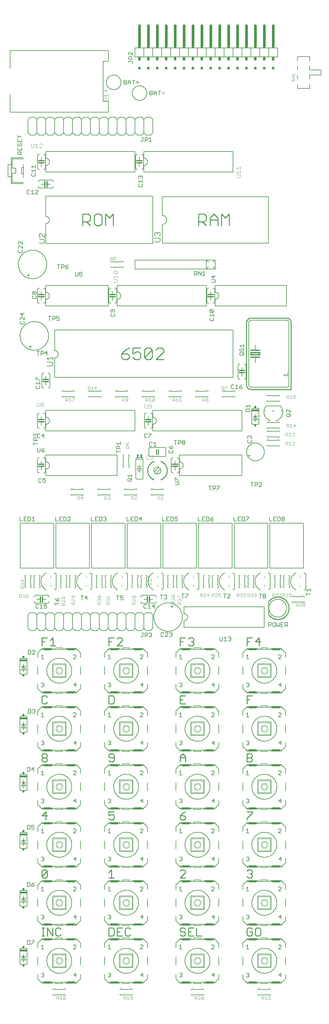
<source format=gtl>
G75*
%MOIN*%
%OFA0B0*%
%FSLAX25Y25*%
%IPPOS*%
%LPD*%
%AMOC8*
5,1,8,0,0,1.08239X$1,22.5*
%
%ADD10C,0.01100*%
%ADD11C,0.00600*%
%ADD12C,0.01000*%
%ADD13C,0.00500*%
%ADD14C,0.00400*%
%ADD15R,0.08000X0.02000*%
%ADD16R,0.02000X0.02500*%
%ADD17C,0.03000*%
%ADD18R,0.03000X0.02000*%
%ADD19R,0.03000X0.04000*%
%ADD20R,0.03000X0.03000*%
%ADD21C,0.01600*%
%ADD22R,0.01600X0.02300*%
%ADD23C,0.01200*%
%ADD24C,0.00700*%
%ADD25C,0.00200*%
%ADD26R,0.08500X0.02000*%
%ADD27C,0.00800*%
D10*
X0138672Y0725050D02*
X0142976Y0725050D01*
X0145128Y0727202D01*
X0145128Y0729354D01*
X0142976Y0731506D01*
X0136520Y0731506D01*
X0136520Y0727202D01*
X0138672Y0725050D01*
X0136520Y0731506D02*
X0140824Y0735809D01*
X0145128Y0737961D01*
X0149411Y0737961D02*
X0149411Y0731506D01*
X0153715Y0733657D01*
X0155867Y0733657D01*
X0158019Y0731506D01*
X0158019Y0727202D01*
X0155867Y0725050D01*
X0151563Y0725050D01*
X0149411Y0727202D01*
X0149411Y0737961D02*
X0158019Y0737961D01*
X0162302Y0735809D02*
X0164454Y0737961D01*
X0168758Y0737961D01*
X0170910Y0735809D01*
X0162302Y0727202D01*
X0164454Y0725050D01*
X0168758Y0725050D01*
X0170910Y0727202D01*
X0170910Y0735809D01*
X0175193Y0735809D02*
X0177345Y0737961D01*
X0181649Y0737961D01*
X0183801Y0735809D01*
X0183801Y0733657D01*
X0175193Y0725050D01*
X0183801Y0725050D01*
X0162302Y0727202D02*
X0162302Y0735809D01*
X0127355Y0875050D02*
X0127355Y0887961D01*
X0123052Y0883657D01*
X0118748Y0887961D01*
X0118748Y0875050D01*
X0114464Y0877202D02*
X0114464Y0885809D01*
X0112312Y0887961D01*
X0108009Y0887961D01*
X0105857Y0885809D01*
X0105857Y0877202D01*
X0108009Y0875050D01*
X0112312Y0875050D01*
X0114464Y0877202D01*
X0101573Y0875050D02*
X0097270Y0879354D01*
X0099421Y0879354D02*
X0092966Y0879354D01*
X0092966Y0875050D02*
X0092966Y0887961D01*
X0099421Y0887961D01*
X0101573Y0885809D01*
X0101573Y0881506D01*
X0099421Y0879354D01*
X0222966Y0879354D02*
X0229421Y0879354D01*
X0231573Y0881506D01*
X0231573Y0885809D01*
X0229421Y0887961D01*
X0222966Y0887961D01*
X0222966Y0875050D01*
X0227270Y0879354D02*
X0231573Y0875050D01*
X0235857Y0875050D02*
X0235857Y0883657D01*
X0240161Y0887961D01*
X0244464Y0883657D01*
X0244464Y0875050D01*
X0248748Y0875050D02*
X0248748Y0887961D01*
X0253052Y0883657D01*
X0257355Y0887961D01*
X0257355Y0875050D01*
X0244464Y0881506D02*
X0235857Y0881506D01*
D11*
X0029752Y0047500D02*
X0023752Y0047500D01*
X0023692Y0047502D01*
X0023631Y0047507D01*
X0023572Y0047516D01*
X0023513Y0047529D01*
X0023454Y0047545D01*
X0023397Y0047565D01*
X0023342Y0047588D01*
X0023287Y0047615D01*
X0023235Y0047644D01*
X0023184Y0047677D01*
X0023135Y0047713D01*
X0023089Y0047751D01*
X0023045Y0047793D01*
X0023003Y0047837D01*
X0022965Y0047883D01*
X0022929Y0047932D01*
X0022896Y0047983D01*
X0022867Y0048035D01*
X0022840Y0048090D01*
X0022817Y0048145D01*
X0022797Y0048202D01*
X0022781Y0048261D01*
X0022768Y0048320D01*
X0022759Y0048379D01*
X0022754Y0048440D01*
X0022752Y0048500D01*
X0022752Y0064500D01*
X0022754Y0064560D01*
X0022759Y0064621D01*
X0022768Y0064680D01*
X0022781Y0064739D01*
X0022797Y0064798D01*
X0022817Y0064855D01*
X0022840Y0064910D01*
X0022867Y0064965D01*
X0022896Y0065017D01*
X0022929Y0065068D01*
X0022965Y0065117D01*
X0023003Y0065163D01*
X0023045Y0065207D01*
X0023089Y0065249D01*
X0023135Y0065287D01*
X0023184Y0065323D01*
X0023235Y0065356D01*
X0023287Y0065385D01*
X0023342Y0065412D01*
X0023397Y0065435D01*
X0023454Y0065455D01*
X0023513Y0065471D01*
X0023572Y0065484D01*
X0023631Y0065493D01*
X0023692Y0065498D01*
X0023752Y0065500D01*
X0029752Y0065500D01*
X0029812Y0065498D01*
X0029873Y0065493D01*
X0029932Y0065484D01*
X0029991Y0065471D01*
X0030050Y0065455D01*
X0030107Y0065435D01*
X0030162Y0065412D01*
X0030217Y0065385D01*
X0030269Y0065356D01*
X0030320Y0065323D01*
X0030369Y0065287D01*
X0030415Y0065249D01*
X0030459Y0065207D01*
X0030501Y0065163D01*
X0030539Y0065117D01*
X0030575Y0065068D01*
X0030608Y0065017D01*
X0030637Y0064965D01*
X0030664Y0064910D01*
X0030687Y0064855D01*
X0030707Y0064798D01*
X0030723Y0064739D01*
X0030736Y0064680D01*
X0030745Y0064621D01*
X0030750Y0064560D01*
X0030752Y0064500D01*
X0030752Y0048500D01*
X0030750Y0048440D01*
X0030745Y0048379D01*
X0030736Y0048320D01*
X0030723Y0048261D01*
X0030707Y0048202D01*
X0030687Y0048145D01*
X0030664Y0048090D01*
X0030637Y0048035D01*
X0030608Y0047983D01*
X0030575Y0047932D01*
X0030539Y0047883D01*
X0030501Y0047837D01*
X0030459Y0047793D01*
X0030415Y0047751D01*
X0030369Y0047713D01*
X0030320Y0047677D01*
X0030269Y0047644D01*
X0030217Y0047615D01*
X0030162Y0047588D01*
X0030107Y0047565D01*
X0030050Y0047545D01*
X0029991Y0047529D01*
X0029932Y0047516D01*
X0029873Y0047507D01*
X0029812Y0047502D01*
X0029752Y0047500D01*
X0026752Y0050500D02*
X0026752Y0056500D01*
X0024252Y0056500D01*
X0026752Y0056500D02*
X0024252Y0052500D01*
X0029252Y0052500D01*
X0026752Y0056500D01*
X0029252Y0056500D01*
X0026752Y0056500D02*
X0026752Y0059000D01*
X0042752Y0056000D02*
X0042752Y0047000D01*
X0042752Y0036500D02*
X0042752Y0031500D01*
X0046752Y0027500D01*
X0047752Y0026500D01*
X0059752Y0026500D01*
X0059752Y0027500D01*
X0062752Y0027500D01*
X0070752Y0027500D01*
X0073752Y0027500D01*
X0086752Y0027500D01*
X0085752Y0026500D01*
X0073752Y0026500D01*
X0073752Y0027500D01*
X0070752Y0027500D02*
X0070752Y0026000D01*
X0062752Y0026000D01*
X0062752Y0027500D01*
X0059752Y0027500D02*
X0046752Y0027500D01*
X0060752Y0020000D02*
X0061752Y0020000D01*
X0062252Y0019500D01*
X0071252Y0019500D01*
X0071752Y0020000D01*
X0072752Y0020000D01*
X0072812Y0019998D01*
X0072873Y0019993D01*
X0072932Y0019984D01*
X0072991Y0019971D01*
X0073050Y0019955D01*
X0073107Y0019935D01*
X0073162Y0019912D01*
X0073217Y0019885D01*
X0073269Y0019856D01*
X0073320Y0019823D01*
X0073369Y0019787D01*
X0073415Y0019749D01*
X0073459Y0019707D01*
X0073501Y0019663D01*
X0073539Y0019617D01*
X0073575Y0019568D01*
X0073608Y0019517D01*
X0073637Y0019465D01*
X0073664Y0019410D01*
X0073687Y0019355D01*
X0073707Y0019298D01*
X0073723Y0019239D01*
X0073736Y0019180D01*
X0073745Y0019121D01*
X0073750Y0019060D01*
X0073752Y0019000D01*
X0073752Y0014000D02*
X0073750Y0013940D01*
X0073745Y0013879D01*
X0073736Y0013820D01*
X0073723Y0013761D01*
X0073707Y0013702D01*
X0073687Y0013645D01*
X0073664Y0013590D01*
X0073637Y0013535D01*
X0073608Y0013483D01*
X0073575Y0013432D01*
X0073539Y0013383D01*
X0073501Y0013337D01*
X0073459Y0013293D01*
X0073415Y0013251D01*
X0073369Y0013213D01*
X0073320Y0013177D01*
X0073269Y0013144D01*
X0073217Y0013115D01*
X0073162Y0013088D01*
X0073107Y0013065D01*
X0073050Y0013045D01*
X0072991Y0013029D01*
X0072932Y0013016D01*
X0072873Y0013007D01*
X0072812Y0013002D01*
X0072752Y0013000D01*
X0071752Y0013000D01*
X0071252Y0013500D01*
X0062252Y0013500D01*
X0061752Y0013000D01*
X0060752Y0013000D01*
X0060692Y0013002D01*
X0060631Y0013007D01*
X0060572Y0013016D01*
X0060513Y0013029D01*
X0060454Y0013045D01*
X0060397Y0013065D01*
X0060342Y0013088D01*
X0060287Y0013115D01*
X0060235Y0013144D01*
X0060184Y0013177D01*
X0060135Y0013213D01*
X0060089Y0013251D01*
X0060045Y0013293D01*
X0060003Y0013337D01*
X0059965Y0013383D01*
X0059929Y0013432D01*
X0059896Y0013483D01*
X0059867Y0013535D01*
X0059840Y0013590D01*
X0059817Y0013645D01*
X0059797Y0013702D01*
X0059781Y0013761D01*
X0059768Y0013820D01*
X0059759Y0013879D01*
X0059754Y0013940D01*
X0059752Y0014000D01*
X0059752Y0019000D02*
X0059754Y0019060D01*
X0059759Y0019121D01*
X0059768Y0019180D01*
X0059781Y0019239D01*
X0059797Y0019298D01*
X0059817Y0019355D01*
X0059840Y0019410D01*
X0059867Y0019465D01*
X0059896Y0019517D01*
X0059929Y0019568D01*
X0059965Y0019617D01*
X0060003Y0019663D01*
X0060045Y0019707D01*
X0060089Y0019749D01*
X0060135Y0019787D01*
X0060184Y0019823D01*
X0060235Y0019856D01*
X0060287Y0019885D01*
X0060342Y0019912D01*
X0060397Y0019935D01*
X0060454Y0019955D01*
X0060513Y0019971D01*
X0060572Y0019984D01*
X0060631Y0019993D01*
X0060692Y0019998D01*
X0060752Y0020000D01*
X0059252Y0044000D02*
X0059252Y0059000D01*
X0074252Y0059000D01*
X0074252Y0044000D01*
X0059252Y0044000D01*
X0052752Y0051500D02*
X0052756Y0051844D01*
X0052769Y0052187D01*
X0052790Y0052530D01*
X0052819Y0052872D01*
X0052857Y0053214D01*
X0052904Y0053554D01*
X0052958Y0053893D01*
X0053021Y0054231D01*
X0053092Y0054567D01*
X0053172Y0054902D01*
X0053259Y0055234D01*
X0053355Y0055564D01*
X0053459Y0055892D01*
X0053570Y0056216D01*
X0053690Y0056539D01*
X0053818Y0056858D01*
X0053953Y0057173D01*
X0054096Y0057486D01*
X0054247Y0057795D01*
X0054405Y0058100D01*
X0054571Y0058401D01*
X0054744Y0058697D01*
X0054924Y0058990D01*
X0055111Y0059278D01*
X0055306Y0059561D01*
X0055507Y0059840D01*
X0055715Y0060113D01*
X0055930Y0060382D01*
X0056151Y0060644D01*
X0056379Y0060902D01*
X0056613Y0061154D01*
X0056853Y0061399D01*
X0057098Y0061639D01*
X0057350Y0061873D01*
X0057608Y0062101D01*
X0057870Y0062322D01*
X0058139Y0062537D01*
X0058412Y0062745D01*
X0058691Y0062946D01*
X0058974Y0063141D01*
X0059262Y0063328D01*
X0059555Y0063508D01*
X0059851Y0063681D01*
X0060152Y0063847D01*
X0060457Y0064005D01*
X0060766Y0064156D01*
X0061079Y0064299D01*
X0061394Y0064434D01*
X0061713Y0064562D01*
X0062036Y0064682D01*
X0062360Y0064793D01*
X0062688Y0064897D01*
X0063018Y0064993D01*
X0063350Y0065080D01*
X0063685Y0065160D01*
X0064021Y0065231D01*
X0064359Y0065294D01*
X0064698Y0065348D01*
X0065038Y0065395D01*
X0065380Y0065433D01*
X0065722Y0065462D01*
X0066065Y0065483D01*
X0066408Y0065496D01*
X0066752Y0065500D01*
X0067096Y0065496D01*
X0067439Y0065483D01*
X0067782Y0065462D01*
X0068124Y0065433D01*
X0068466Y0065395D01*
X0068806Y0065348D01*
X0069145Y0065294D01*
X0069483Y0065231D01*
X0069819Y0065160D01*
X0070154Y0065080D01*
X0070486Y0064993D01*
X0070816Y0064897D01*
X0071144Y0064793D01*
X0071468Y0064682D01*
X0071791Y0064562D01*
X0072110Y0064434D01*
X0072425Y0064299D01*
X0072738Y0064156D01*
X0073047Y0064005D01*
X0073352Y0063847D01*
X0073653Y0063681D01*
X0073949Y0063508D01*
X0074242Y0063328D01*
X0074530Y0063141D01*
X0074813Y0062946D01*
X0075092Y0062745D01*
X0075365Y0062537D01*
X0075634Y0062322D01*
X0075896Y0062101D01*
X0076154Y0061873D01*
X0076406Y0061639D01*
X0076651Y0061399D01*
X0076891Y0061154D01*
X0077125Y0060902D01*
X0077353Y0060644D01*
X0077574Y0060382D01*
X0077789Y0060113D01*
X0077997Y0059840D01*
X0078198Y0059561D01*
X0078393Y0059278D01*
X0078580Y0058990D01*
X0078760Y0058697D01*
X0078933Y0058401D01*
X0079099Y0058100D01*
X0079257Y0057795D01*
X0079408Y0057486D01*
X0079551Y0057173D01*
X0079686Y0056858D01*
X0079814Y0056539D01*
X0079934Y0056216D01*
X0080045Y0055892D01*
X0080149Y0055564D01*
X0080245Y0055234D01*
X0080332Y0054902D01*
X0080412Y0054567D01*
X0080483Y0054231D01*
X0080546Y0053893D01*
X0080600Y0053554D01*
X0080647Y0053214D01*
X0080685Y0052872D01*
X0080714Y0052530D01*
X0080735Y0052187D01*
X0080748Y0051844D01*
X0080752Y0051500D01*
X0080748Y0051156D01*
X0080735Y0050813D01*
X0080714Y0050470D01*
X0080685Y0050128D01*
X0080647Y0049786D01*
X0080600Y0049446D01*
X0080546Y0049107D01*
X0080483Y0048769D01*
X0080412Y0048433D01*
X0080332Y0048098D01*
X0080245Y0047766D01*
X0080149Y0047436D01*
X0080045Y0047108D01*
X0079934Y0046784D01*
X0079814Y0046461D01*
X0079686Y0046142D01*
X0079551Y0045827D01*
X0079408Y0045514D01*
X0079257Y0045205D01*
X0079099Y0044900D01*
X0078933Y0044599D01*
X0078760Y0044303D01*
X0078580Y0044010D01*
X0078393Y0043722D01*
X0078198Y0043439D01*
X0077997Y0043160D01*
X0077789Y0042887D01*
X0077574Y0042618D01*
X0077353Y0042356D01*
X0077125Y0042098D01*
X0076891Y0041846D01*
X0076651Y0041601D01*
X0076406Y0041361D01*
X0076154Y0041127D01*
X0075896Y0040899D01*
X0075634Y0040678D01*
X0075365Y0040463D01*
X0075092Y0040255D01*
X0074813Y0040054D01*
X0074530Y0039859D01*
X0074242Y0039672D01*
X0073949Y0039492D01*
X0073653Y0039319D01*
X0073352Y0039153D01*
X0073047Y0038995D01*
X0072738Y0038844D01*
X0072425Y0038701D01*
X0072110Y0038566D01*
X0071791Y0038438D01*
X0071468Y0038318D01*
X0071144Y0038207D01*
X0070816Y0038103D01*
X0070486Y0038007D01*
X0070154Y0037920D01*
X0069819Y0037840D01*
X0069483Y0037769D01*
X0069145Y0037706D01*
X0068806Y0037652D01*
X0068466Y0037605D01*
X0068124Y0037567D01*
X0067782Y0037538D01*
X0067439Y0037517D01*
X0067096Y0037504D01*
X0066752Y0037500D01*
X0066408Y0037504D01*
X0066065Y0037517D01*
X0065722Y0037538D01*
X0065380Y0037567D01*
X0065038Y0037605D01*
X0064698Y0037652D01*
X0064359Y0037706D01*
X0064021Y0037769D01*
X0063685Y0037840D01*
X0063350Y0037920D01*
X0063018Y0038007D01*
X0062688Y0038103D01*
X0062360Y0038207D01*
X0062036Y0038318D01*
X0061713Y0038438D01*
X0061394Y0038566D01*
X0061079Y0038701D01*
X0060766Y0038844D01*
X0060457Y0038995D01*
X0060152Y0039153D01*
X0059851Y0039319D01*
X0059555Y0039492D01*
X0059262Y0039672D01*
X0058974Y0039859D01*
X0058691Y0040054D01*
X0058412Y0040255D01*
X0058139Y0040463D01*
X0057870Y0040678D01*
X0057608Y0040899D01*
X0057350Y0041127D01*
X0057098Y0041361D01*
X0056853Y0041601D01*
X0056613Y0041846D01*
X0056379Y0042098D01*
X0056151Y0042356D01*
X0055930Y0042618D01*
X0055715Y0042887D01*
X0055507Y0043160D01*
X0055306Y0043439D01*
X0055111Y0043722D01*
X0054924Y0044010D01*
X0054744Y0044303D01*
X0054571Y0044599D01*
X0054405Y0044900D01*
X0054247Y0045205D01*
X0054096Y0045514D01*
X0053953Y0045827D01*
X0053818Y0046142D01*
X0053690Y0046461D01*
X0053570Y0046784D01*
X0053459Y0047108D01*
X0053355Y0047436D01*
X0053259Y0047766D01*
X0053172Y0048098D01*
X0053092Y0048433D01*
X0053021Y0048769D01*
X0052958Y0049107D01*
X0052904Y0049446D01*
X0052857Y0049786D01*
X0052819Y0050128D01*
X0052790Y0050470D01*
X0052769Y0050813D01*
X0052756Y0051156D01*
X0052752Y0051500D01*
X0042752Y0071500D02*
X0046752Y0075500D01*
X0047752Y0076500D01*
X0059752Y0076500D01*
X0059752Y0075500D01*
X0062752Y0075500D01*
X0070752Y0075500D01*
X0073752Y0075500D01*
X0073752Y0076500D01*
X0085752Y0076500D01*
X0086752Y0075500D01*
X0073752Y0075500D01*
X0070752Y0075500D02*
X0070752Y0077000D01*
X0062752Y0077000D01*
X0062752Y0075500D01*
X0059752Y0075500D02*
X0046752Y0075500D01*
X0042752Y0071500D02*
X0042752Y0066500D01*
X0047752Y0091500D02*
X0046752Y0092500D01*
X0059752Y0092500D01*
X0062752Y0092500D01*
X0070752Y0092500D01*
X0073752Y0092500D01*
X0086752Y0092500D01*
X0085752Y0091500D01*
X0073752Y0091500D01*
X0073752Y0092500D01*
X0070752Y0092500D02*
X0070752Y0091000D01*
X0062752Y0091000D01*
X0062752Y0092500D01*
X0059752Y0092500D02*
X0059752Y0091500D01*
X0047752Y0091500D01*
X0046752Y0092500D02*
X0042752Y0096500D01*
X0042752Y0101500D01*
X0042752Y0112000D02*
X0042752Y0121000D01*
X0042752Y0131500D02*
X0042752Y0136500D01*
X0046752Y0140500D01*
X0047752Y0141500D01*
X0059752Y0141500D01*
X0059752Y0140500D01*
X0062752Y0140500D01*
X0070752Y0140500D01*
X0073752Y0140500D01*
X0073752Y0141500D01*
X0085752Y0141500D01*
X0086752Y0140500D01*
X0073752Y0140500D01*
X0070752Y0140500D02*
X0070752Y0142000D01*
X0062752Y0142000D01*
X0062752Y0140500D01*
X0059752Y0140500D02*
X0046752Y0140500D01*
X0047752Y0156500D02*
X0046752Y0157500D01*
X0059752Y0157500D01*
X0062752Y0157500D01*
X0070752Y0157500D01*
X0073752Y0157500D01*
X0086752Y0157500D01*
X0085752Y0156500D01*
X0073752Y0156500D01*
X0073752Y0157500D01*
X0070752Y0157500D02*
X0070752Y0156000D01*
X0062752Y0156000D01*
X0062752Y0157500D01*
X0059752Y0157500D02*
X0059752Y0156500D01*
X0047752Y0156500D01*
X0046752Y0157500D02*
X0042752Y0161500D01*
X0042752Y0166500D01*
X0042752Y0177000D02*
X0042752Y0186000D01*
X0042752Y0196500D02*
X0042752Y0201500D01*
X0046752Y0205500D01*
X0047752Y0206500D01*
X0059752Y0206500D01*
X0059752Y0205500D01*
X0062752Y0205500D01*
X0070752Y0205500D01*
X0073752Y0205500D01*
X0073752Y0206500D01*
X0085752Y0206500D01*
X0086752Y0205500D01*
X0073752Y0205500D01*
X0070752Y0205500D02*
X0070752Y0207000D01*
X0062752Y0207000D01*
X0062752Y0205500D01*
X0059752Y0205500D02*
X0046752Y0205500D01*
X0047752Y0221500D02*
X0046752Y0222500D01*
X0059752Y0222500D01*
X0062752Y0222500D01*
X0070752Y0222500D01*
X0073752Y0222500D01*
X0086752Y0222500D01*
X0085752Y0221500D01*
X0073752Y0221500D01*
X0073752Y0222500D01*
X0070752Y0222500D02*
X0070752Y0221000D01*
X0062752Y0221000D01*
X0062752Y0222500D01*
X0059752Y0222500D02*
X0059752Y0221500D01*
X0047752Y0221500D01*
X0046752Y0222500D02*
X0042752Y0226500D01*
X0042752Y0231500D01*
X0042752Y0242000D02*
X0042752Y0251000D01*
X0042752Y0261500D02*
X0042752Y0266500D01*
X0046752Y0270500D01*
X0047752Y0271500D01*
X0059752Y0271500D01*
X0059752Y0270500D01*
X0062752Y0270500D01*
X0070752Y0270500D01*
X0073752Y0270500D01*
X0073752Y0271500D01*
X0085752Y0271500D01*
X0086752Y0270500D01*
X0073752Y0270500D01*
X0070752Y0270500D02*
X0070752Y0272000D01*
X0062752Y0272000D01*
X0062752Y0270500D01*
X0059752Y0270500D02*
X0046752Y0270500D01*
X0047752Y0286500D02*
X0046752Y0287500D01*
X0059752Y0287500D01*
X0062752Y0287500D01*
X0070752Y0287500D01*
X0073752Y0287500D01*
X0086752Y0287500D01*
X0085752Y0286500D01*
X0073752Y0286500D01*
X0073752Y0287500D01*
X0070752Y0287500D02*
X0070752Y0286000D01*
X0062752Y0286000D01*
X0062752Y0287500D01*
X0059752Y0287500D02*
X0059752Y0286500D01*
X0047752Y0286500D01*
X0046752Y0287500D02*
X0042752Y0291500D01*
X0042752Y0296500D01*
X0042752Y0307000D02*
X0042752Y0316000D01*
X0042752Y0326500D02*
X0042752Y0331500D01*
X0046752Y0335500D01*
X0047752Y0336500D01*
X0059752Y0336500D01*
X0059752Y0335500D01*
X0062752Y0335500D01*
X0070752Y0335500D01*
X0073752Y0335500D01*
X0073752Y0336500D01*
X0085752Y0336500D01*
X0086752Y0335500D01*
X0073752Y0335500D01*
X0070752Y0335500D02*
X0070752Y0337000D01*
X0062752Y0337000D01*
X0062752Y0335500D01*
X0059752Y0335500D02*
X0046752Y0335500D01*
X0047752Y0351500D02*
X0046752Y0352500D01*
X0059752Y0352500D01*
X0062752Y0352500D01*
X0070752Y0352500D01*
X0073752Y0352500D01*
X0086752Y0352500D01*
X0085752Y0351500D01*
X0073752Y0351500D01*
X0073752Y0352500D01*
X0070752Y0352500D02*
X0070752Y0351000D01*
X0062752Y0351000D01*
X0062752Y0352500D01*
X0059752Y0352500D02*
X0059752Y0351500D01*
X0047752Y0351500D01*
X0046752Y0352500D02*
X0042752Y0356500D01*
X0042752Y0361500D01*
X0042752Y0372000D02*
X0042752Y0381000D01*
X0042752Y0391500D02*
X0042752Y0396500D01*
X0046752Y0400500D01*
X0047752Y0401500D01*
X0059752Y0401500D01*
X0059752Y0400500D01*
X0062752Y0400500D01*
X0070752Y0400500D01*
X0073752Y0400500D01*
X0073752Y0401500D01*
X0085752Y0401500D01*
X0086752Y0400500D01*
X0073752Y0400500D01*
X0070752Y0400500D02*
X0070752Y0402000D01*
X0062752Y0402000D01*
X0062752Y0400500D01*
X0059752Y0400500D02*
X0046752Y0400500D01*
X0044252Y0421500D02*
X0041752Y0424000D01*
X0039252Y0421500D01*
X0034252Y0421500D01*
X0031752Y0424000D01*
X0031752Y0439000D01*
X0034252Y0441500D01*
X0039252Y0441500D01*
X0041752Y0439000D01*
X0041752Y0424000D01*
X0044252Y0421500D02*
X0049252Y0421500D01*
X0051752Y0424000D01*
X0051752Y0439000D01*
X0054252Y0441500D01*
X0059252Y0441500D01*
X0061752Y0439000D01*
X0061752Y0424000D01*
X0059252Y0421500D01*
X0054252Y0421500D01*
X0051752Y0424000D01*
X0051752Y0439000D02*
X0049252Y0441500D01*
X0044252Y0441500D01*
X0041752Y0439000D01*
X0040252Y0452000D02*
X0053252Y0452000D01*
X0053339Y0452002D01*
X0053426Y0452008D01*
X0053513Y0452017D01*
X0053599Y0452030D01*
X0053685Y0452047D01*
X0053770Y0452068D01*
X0053853Y0452093D01*
X0053936Y0452121D01*
X0054017Y0452152D01*
X0054097Y0452187D01*
X0054175Y0452226D01*
X0054252Y0452268D01*
X0054327Y0452313D01*
X0054399Y0452362D01*
X0054470Y0452413D01*
X0054538Y0452468D01*
X0054603Y0452525D01*
X0054666Y0452586D01*
X0054727Y0452649D01*
X0054784Y0452714D01*
X0054839Y0452782D01*
X0054890Y0452853D01*
X0054939Y0452925D01*
X0054984Y0453000D01*
X0055026Y0453077D01*
X0055065Y0453155D01*
X0055100Y0453235D01*
X0055131Y0453316D01*
X0055159Y0453399D01*
X0055184Y0453482D01*
X0055205Y0453567D01*
X0055222Y0453653D01*
X0055235Y0453739D01*
X0055244Y0453826D01*
X0055250Y0453913D01*
X0055252Y0454000D01*
X0051752Y0456500D02*
X0048052Y0456500D01*
X0045552Y0456500D02*
X0041752Y0456500D01*
X0038252Y0454000D02*
X0038254Y0453913D01*
X0038260Y0453826D01*
X0038269Y0453739D01*
X0038282Y0453653D01*
X0038299Y0453567D01*
X0038320Y0453482D01*
X0038345Y0453399D01*
X0038373Y0453316D01*
X0038404Y0453235D01*
X0038439Y0453155D01*
X0038478Y0453077D01*
X0038520Y0453000D01*
X0038565Y0452925D01*
X0038614Y0452853D01*
X0038665Y0452782D01*
X0038720Y0452714D01*
X0038777Y0452649D01*
X0038838Y0452586D01*
X0038901Y0452525D01*
X0038966Y0452468D01*
X0039034Y0452413D01*
X0039105Y0452362D01*
X0039177Y0452313D01*
X0039252Y0452268D01*
X0039329Y0452226D01*
X0039407Y0452187D01*
X0039487Y0452152D01*
X0039568Y0452121D01*
X0039651Y0452093D01*
X0039734Y0452068D01*
X0039819Y0452047D01*
X0039905Y0452030D01*
X0039991Y0452017D01*
X0040078Y0452008D01*
X0040165Y0452002D01*
X0040252Y0452000D01*
X0038252Y0459000D02*
X0038254Y0459087D01*
X0038260Y0459174D01*
X0038269Y0459261D01*
X0038282Y0459347D01*
X0038299Y0459433D01*
X0038320Y0459518D01*
X0038345Y0459601D01*
X0038373Y0459684D01*
X0038404Y0459765D01*
X0038439Y0459845D01*
X0038478Y0459923D01*
X0038520Y0460000D01*
X0038565Y0460075D01*
X0038614Y0460147D01*
X0038665Y0460218D01*
X0038720Y0460286D01*
X0038777Y0460351D01*
X0038838Y0460414D01*
X0038901Y0460475D01*
X0038966Y0460532D01*
X0039034Y0460587D01*
X0039105Y0460638D01*
X0039177Y0460687D01*
X0039252Y0460732D01*
X0039329Y0460774D01*
X0039407Y0460813D01*
X0039487Y0460848D01*
X0039568Y0460879D01*
X0039651Y0460907D01*
X0039734Y0460932D01*
X0039819Y0460953D01*
X0039905Y0460970D01*
X0039991Y0460983D01*
X0040078Y0460992D01*
X0040165Y0460998D01*
X0040252Y0461000D01*
X0053252Y0461000D01*
X0053339Y0460998D01*
X0053426Y0460992D01*
X0053513Y0460983D01*
X0053599Y0460970D01*
X0053685Y0460953D01*
X0053770Y0460932D01*
X0053853Y0460907D01*
X0053936Y0460879D01*
X0054017Y0460848D01*
X0054097Y0460813D01*
X0054175Y0460774D01*
X0054252Y0460732D01*
X0054327Y0460687D01*
X0054399Y0460638D01*
X0054470Y0460587D01*
X0054538Y0460532D01*
X0054603Y0460475D01*
X0054666Y0460414D01*
X0054727Y0460351D01*
X0054784Y0460286D01*
X0054839Y0460218D01*
X0054890Y0460147D01*
X0054939Y0460075D01*
X0054984Y0460000D01*
X0055026Y0459923D01*
X0055065Y0459845D01*
X0055100Y0459765D01*
X0055131Y0459684D01*
X0055159Y0459601D01*
X0055184Y0459518D01*
X0055205Y0459433D01*
X0055222Y0459347D01*
X0055235Y0459261D01*
X0055244Y0459174D01*
X0055250Y0459087D01*
X0055252Y0459000D01*
X0064252Y0441500D02*
X0061752Y0439000D01*
X0064252Y0441500D02*
X0069252Y0441500D01*
X0071752Y0439000D01*
X0071752Y0424000D01*
X0069252Y0421500D01*
X0064252Y0421500D01*
X0061752Y0424000D01*
X0071752Y0424000D02*
X0074252Y0421500D01*
X0079252Y0421500D01*
X0081752Y0424000D01*
X0081752Y0439000D01*
X0084252Y0441500D01*
X0089252Y0441500D01*
X0091752Y0439000D01*
X0091752Y0424000D01*
X0089252Y0421500D01*
X0084252Y0421500D01*
X0081752Y0424000D01*
X0081752Y0439000D02*
X0079252Y0441500D01*
X0074252Y0441500D01*
X0071752Y0439000D01*
X0069252Y0469500D02*
X0069192Y0469502D01*
X0069131Y0469507D01*
X0069072Y0469516D01*
X0069013Y0469529D01*
X0068954Y0469545D01*
X0068897Y0469565D01*
X0068842Y0469588D01*
X0068787Y0469615D01*
X0068735Y0469644D01*
X0068684Y0469677D01*
X0068635Y0469713D01*
X0068589Y0469751D01*
X0068545Y0469793D01*
X0068503Y0469837D01*
X0068465Y0469883D01*
X0068429Y0469932D01*
X0068396Y0469983D01*
X0068367Y0470035D01*
X0068340Y0470090D01*
X0068317Y0470145D01*
X0068297Y0470202D01*
X0068281Y0470261D01*
X0068268Y0470320D01*
X0068259Y0470379D01*
X0068254Y0470440D01*
X0068252Y0470500D01*
X0068252Y0471500D01*
X0068752Y0472000D01*
X0068752Y0481000D01*
X0068252Y0481500D01*
X0068252Y0482500D01*
X0068254Y0482560D01*
X0068259Y0482621D01*
X0068268Y0482680D01*
X0068281Y0482739D01*
X0068297Y0482798D01*
X0068317Y0482855D01*
X0068340Y0482910D01*
X0068367Y0482965D01*
X0068396Y0483017D01*
X0068429Y0483068D01*
X0068465Y0483117D01*
X0068503Y0483163D01*
X0068545Y0483207D01*
X0068589Y0483249D01*
X0068635Y0483287D01*
X0068684Y0483323D01*
X0068735Y0483356D01*
X0068787Y0483385D01*
X0068842Y0483412D01*
X0068897Y0483435D01*
X0068954Y0483455D01*
X0069013Y0483471D01*
X0069072Y0483484D01*
X0069131Y0483493D01*
X0069192Y0483498D01*
X0069252Y0483500D01*
X0074252Y0483500D02*
X0074312Y0483498D01*
X0074373Y0483493D01*
X0074432Y0483484D01*
X0074491Y0483471D01*
X0074550Y0483455D01*
X0074607Y0483435D01*
X0074662Y0483412D01*
X0074717Y0483385D01*
X0074769Y0483356D01*
X0074820Y0483323D01*
X0074869Y0483287D01*
X0074915Y0483249D01*
X0074959Y0483207D01*
X0075001Y0483163D01*
X0075039Y0483117D01*
X0075075Y0483068D01*
X0075108Y0483017D01*
X0075137Y0482965D01*
X0075164Y0482910D01*
X0075187Y0482855D01*
X0075207Y0482798D01*
X0075223Y0482739D01*
X0075236Y0482680D01*
X0075245Y0482621D01*
X0075250Y0482560D01*
X0075252Y0482500D01*
X0075252Y0481500D01*
X0074752Y0481000D01*
X0074752Y0472000D01*
X0075252Y0471500D01*
X0075252Y0470500D01*
X0075250Y0470440D01*
X0075245Y0470379D01*
X0075236Y0470320D01*
X0075223Y0470261D01*
X0075207Y0470202D01*
X0075187Y0470145D01*
X0075164Y0470090D01*
X0075137Y0470035D01*
X0075108Y0469983D01*
X0075075Y0469932D01*
X0075039Y0469883D01*
X0075001Y0469837D01*
X0074959Y0469793D01*
X0074915Y0469751D01*
X0074869Y0469713D01*
X0074820Y0469677D01*
X0074769Y0469644D01*
X0074717Y0469615D01*
X0074662Y0469588D01*
X0074607Y0469565D01*
X0074550Y0469545D01*
X0074491Y0469529D01*
X0074432Y0469516D01*
X0074373Y0469507D01*
X0074312Y0469502D01*
X0074252Y0469500D01*
X0078252Y0470500D02*
X0078252Y0471500D01*
X0078752Y0472000D01*
X0078752Y0481000D01*
X0078252Y0481500D01*
X0078252Y0482500D01*
X0078254Y0482560D01*
X0078259Y0482621D01*
X0078268Y0482680D01*
X0078281Y0482739D01*
X0078297Y0482798D01*
X0078317Y0482855D01*
X0078340Y0482910D01*
X0078367Y0482965D01*
X0078396Y0483017D01*
X0078429Y0483068D01*
X0078465Y0483117D01*
X0078503Y0483163D01*
X0078545Y0483207D01*
X0078589Y0483249D01*
X0078635Y0483287D01*
X0078684Y0483323D01*
X0078735Y0483356D01*
X0078787Y0483385D01*
X0078842Y0483412D01*
X0078897Y0483435D01*
X0078954Y0483455D01*
X0079013Y0483471D01*
X0079072Y0483484D01*
X0079131Y0483493D01*
X0079192Y0483498D01*
X0079252Y0483500D01*
X0078252Y0470500D02*
X0078254Y0470440D01*
X0078259Y0470379D01*
X0078268Y0470320D01*
X0078281Y0470261D01*
X0078297Y0470202D01*
X0078317Y0470145D01*
X0078340Y0470090D01*
X0078367Y0470035D01*
X0078396Y0469983D01*
X0078429Y0469932D01*
X0078465Y0469883D01*
X0078503Y0469837D01*
X0078545Y0469793D01*
X0078589Y0469751D01*
X0078635Y0469713D01*
X0078684Y0469677D01*
X0078735Y0469644D01*
X0078787Y0469615D01*
X0078842Y0469588D01*
X0078897Y0469565D01*
X0078954Y0469545D01*
X0079013Y0469529D01*
X0079072Y0469516D01*
X0079131Y0469507D01*
X0079192Y0469502D01*
X0079252Y0469500D01*
X0084252Y0469500D02*
X0084312Y0469502D01*
X0084373Y0469507D01*
X0084432Y0469516D01*
X0084491Y0469529D01*
X0084550Y0469545D01*
X0084607Y0469565D01*
X0084662Y0469588D01*
X0084717Y0469615D01*
X0084769Y0469644D01*
X0084820Y0469677D01*
X0084869Y0469713D01*
X0084915Y0469751D01*
X0084959Y0469793D01*
X0085001Y0469837D01*
X0085039Y0469883D01*
X0085075Y0469932D01*
X0085108Y0469983D01*
X0085137Y0470035D01*
X0085164Y0470090D01*
X0085187Y0470145D01*
X0085207Y0470202D01*
X0085223Y0470261D01*
X0085236Y0470320D01*
X0085245Y0470379D01*
X0085250Y0470440D01*
X0085252Y0470500D01*
X0085252Y0471500D01*
X0084752Y0472000D01*
X0084752Y0481000D01*
X0085252Y0481500D01*
X0085252Y0482500D01*
X0085250Y0482560D01*
X0085245Y0482621D01*
X0085236Y0482680D01*
X0085223Y0482739D01*
X0085207Y0482798D01*
X0085187Y0482855D01*
X0085164Y0482910D01*
X0085137Y0482965D01*
X0085108Y0483017D01*
X0085075Y0483068D01*
X0085039Y0483117D01*
X0085001Y0483163D01*
X0084959Y0483207D01*
X0084915Y0483249D01*
X0084869Y0483287D01*
X0084820Y0483323D01*
X0084769Y0483356D01*
X0084717Y0483385D01*
X0084662Y0483412D01*
X0084607Y0483435D01*
X0084550Y0483455D01*
X0084491Y0483471D01*
X0084432Y0483484D01*
X0084373Y0483493D01*
X0084312Y0483498D01*
X0084252Y0483500D01*
X0094252Y0441500D02*
X0099252Y0441500D01*
X0101752Y0439000D01*
X0101752Y0424000D01*
X0099252Y0421500D01*
X0094252Y0421500D01*
X0091752Y0424000D01*
X0091752Y0439000D02*
X0094252Y0441500D01*
X0101752Y0439000D02*
X0104252Y0441500D01*
X0109252Y0441500D01*
X0111752Y0439000D01*
X0111752Y0424000D01*
X0109252Y0421500D01*
X0104252Y0421500D01*
X0101752Y0424000D01*
X0111752Y0424000D02*
X0114252Y0421500D01*
X0119252Y0421500D01*
X0121752Y0424000D01*
X0121752Y0439000D01*
X0119252Y0441500D01*
X0114252Y0441500D01*
X0111752Y0439000D01*
X0121752Y0439000D02*
X0124252Y0441500D01*
X0129252Y0441500D01*
X0131752Y0439000D01*
X0131752Y0424000D01*
X0129252Y0421500D01*
X0124252Y0421500D01*
X0121752Y0424000D01*
X0122752Y0401500D02*
X0121752Y0400500D01*
X0117752Y0396500D01*
X0117752Y0391500D01*
X0121752Y0400500D02*
X0134752Y0400500D01*
X0137752Y0400500D01*
X0145752Y0400500D01*
X0148752Y0400500D01*
X0148752Y0401500D01*
X0160752Y0401500D01*
X0161752Y0400500D01*
X0148752Y0400500D01*
X0145752Y0400500D02*
X0145752Y0402000D01*
X0137752Y0402000D01*
X0137752Y0400500D01*
X0134752Y0400500D02*
X0134752Y0401500D01*
X0122752Y0401500D01*
X0117752Y0381000D02*
X0117752Y0372000D01*
X0117752Y0361500D02*
X0117752Y0356500D01*
X0121752Y0352500D01*
X0122752Y0351500D01*
X0134752Y0351500D01*
X0134752Y0352500D01*
X0137752Y0352500D01*
X0145752Y0352500D01*
X0148752Y0352500D01*
X0161752Y0352500D01*
X0160752Y0351500D01*
X0148752Y0351500D01*
X0148752Y0352500D01*
X0145752Y0352500D02*
X0145752Y0351000D01*
X0137752Y0351000D01*
X0137752Y0352500D01*
X0134752Y0352500D02*
X0121752Y0352500D01*
X0122752Y0336500D02*
X0121752Y0335500D01*
X0117752Y0331500D01*
X0117752Y0326500D01*
X0121752Y0335500D02*
X0134752Y0335500D01*
X0137752Y0335500D01*
X0145752Y0335500D01*
X0148752Y0335500D01*
X0148752Y0336500D01*
X0160752Y0336500D01*
X0161752Y0335500D01*
X0148752Y0335500D01*
X0145752Y0335500D02*
X0145752Y0337000D01*
X0137752Y0337000D01*
X0137752Y0335500D01*
X0134752Y0335500D02*
X0134752Y0336500D01*
X0122752Y0336500D01*
X0117752Y0316000D02*
X0117752Y0307000D01*
X0117752Y0296500D02*
X0117752Y0291500D01*
X0121752Y0287500D01*
X0122752Y0286500D01*
X0134752Y0286500D01*
X0134752Y0287500D01*
X0137752Y0287500D01*
X0145752Y0287500D01*
X0148752Y0287500D01*
X0161752Y0287500D01*
X0160752Y0286500D01*
X0148752Y0286500D01*
X0148752Y0287500D01*
X0145752Y0287500D02*
X0145752Y0286000D01*
X0137752Y0286000D01*
X0137752Y0287500D01*
X0134752Y0287500D02*
X0121752Y0287500D01*
X0122752Y0271500D02*
X0121752Y0270500D01*
X0117752Y0266500D01*
X0117752Y0261500D01*
X0121752Y0270500D02*
X0134752Y0270500D01*
X0137752Y0270500D01*
X0145752Y0270500D01*
X0148752Y0270500D01*
X0148752Y0271500D01*
X0160752Y0271500D01*
X0161752Y0270500D01*
X0148752Y0270500D01*
X0145752Y0270500D02*
X0145752Y0272000D01*
X0137752Y0272000D01*
X0137752Y0270500D01*
X0134752Y0270500D02*
X0134752Y0271500D01*
X0122752Y0271500D01*
X0117752Y0251000D02*
X0117752Y0242000D01*
X0117752Y0231500D02*
X0117752Y0226500D01*
X0121752Y0222500D01*
X0122752Y0221500D01*
X0134752Y0221500D01*
X0134752Y0222500D01*
X0137752Y0222500D01*
X0145752Y0222500D01*
X0148752Y0222500D01*
X0161752Y0222500D01*
X0160752Y0221500D01*
X0148752Y0221500D01*
X0148752Y0222500D01*
X0145752Y0222500D02*
X0145752Y0221000D01*
X0137752Y0221000D01*
X0137752Y0222500D01*
X0134752Y0222500D02*
X0121752Y0222500D01*
X0122752Y0206500D02*
X0121752Y0205500D01*
X0117752Y0201500D01*
X0117752Y0196500D01*
X0121752Y0205500D02*
X0134752Y0205500D01*
X0137752Y0205500D01*
X0145752Y0205500D01*
X0148752Y0205500D01*
X0148752Y0206500D01*
X0160752Y0206500D01*
X0161752Y0205500D01*
X0148752Y0205500D01*
X0145752Y0205500D02*
X0145752Y0207000D01*
X0137752Y0207000D01*
X0137752Y0205500D01*
X0134752Y0205500D02*
X0134752Y0206500D01*
X0122752Y0206500D01*
X0117752Y0186000D02*
X0117752Y0177000D01*
X0117752Y0166500D02*
X0117752Y0161500D01*
X0121752Y0157500D01*
X0122752Y0156500D01*
X0134752Y0156500D01*
X0134752Y0157500D01*
X0137752Y0157500D01*
X0145752Y0157500D01*
X0148752Y0157500D01*
X0161752Y0157500D01*
X0160752Y0156500D01*
X0148752Y0156500D01*
X0148752Y0157500D01*
X0145752Y0157500D02*
X0145752Y0156000D01*
X0137752Y0156000D01*
X0137752Y0157500D01*
X0134752Y0157500D02*
X0121752Y0157500D01*
X0122752Y0141500D02*
X0121752Y0140500D01*
X0117752Y0136500D01*
X0117752Y0131500D01*
X0121752Y0140500D02*
X0134752Y0140500D01*
X0137752Y0140500D01*
X0145752Y0140500D01*
X0148752Y0140500D01*
X0148752Y0141500D01*
X0160752Y0141500D01*
X0161752Y0140500D01*
X0148752Y0140500D01*
X0145752Y0140500D02*
X0145752Y0142000D01*
X0137752Y0142000D01*
X0137752Y0140500D01*
X0134752Y0140500D02*
X0134752Y0141500D01*
X0122752Y0141500D01*
X0117752Y0121000D02*
X0117752Y0112000D01*
X0117752Y0101500D02*
X0117752Y0096500D01*
X0121752Y0092500D01*
X0122752Y0091500D01*
X0134752Y0091500D01*
X0134752Y0092500D01*
X0137752Y0092500D01*
X0145752Y0092500D01*
X0148752Y0092500D01*
X0161752Y0092500D01*
X0160752Y0091500D01*
X0148752Y0091500D01*
X0148752Y0092500D01*
X0145752Y0092500D02*
X0145752Y0091000D01*
X0137752Y0091000D01*
X0137752Y0092500D01*
X0134752Y0092500D02*
X0121752Y0092500D01*
X0122752Y0076500D02*
X0121752Y0075500D01*
X0117752Y0071500D01*
X0117752Y0066500D01*
X0121752Y0075500D02*
X0134752Y0075500D01*
X0137752Y0075500D01*
X0145752Y0075500D01*
X0148752Y0075500D01*
X0148752Y0076500D01*
X0160752Y0076500D01*
X0161752Y0075500D01*
X0148752Y0075500D01*
X0145752Y0075500D02*
X0145752Y0077000D01*
X0137752Y0077000D01*
X0137752Y0075500D01*
X0134752Y0075500D02*
X0134752Y0076500D01*
X0122752Y0076500D01*
X0117752Y0056000D02*
X0117752Y0047000D01*
X0117752Y0036500D02*
X0117752Y0031500D01*
X0121752Y0027500D01*
X0122752Y0026500D01*
X0134752Y0026500D01*
X0134752Y0027500D01*
X0137752Y0027500D01*
X0145752Y0027500D01*
X0148752Y0027500D01*
X0161752Y0027500D01*
X0160752Y0026500D01*
X0148752Y0026500D01*
X0148752Y0027500D01*
X0145752Y0027500D02*
X0145752Y0026000D01*
X0137752Y0026000D01*
X0137752Y0027500D01*
X0134752Y0027500D02*
X0121752Y0027500D01*
X0135752Y0020000D02*
X0136752Y0020000D01*
X0137252Y0019500D01*
X0146252Y0019500D01*
X0146752Y0020000D01*
X0147752Y0020000D01*
X0147812Y0019998D01*
X0147873Y0019993D01*
X0147932Y0019984D01*
X0147991Y0019971D01*
X0148050Y0019955D01*
X0148107Y0019935D01*
X0148162Y0019912D01*
X0148217Y0019885D01*
X0148269Y0019856D01*
X0148320Y0019823D01*
X0148369Y0019787D01*
X0148415Y0019749D01*
X0148459Y0019707D01*
X0148501Y0019663D01*
X0148539Y0019617D01*
X0148575Y0019568D01*
X0148608Y0019517D01*
X0148637Y0019465D01*
X0148664Y0019410D01*
X0148687Y0019355D01*
X0148707Y0019298D01*
X0148723Y0019239D01*
X0148736Y0019180D01*
X0148745Y0019121D01*
X0148750Y0019060D01*
X0148752Y0019000D01*
X0148752Y0014000D02*
X0148750Y0013940D01*
X0148745Y0013879D01*
X0148736Y0013820D01*
X0148723Y0013761D01*
X0148707Y0013702D01*
X0148687Y0013645D01*
X0148664Y0013590D01*
X0148637Y0013535D01*
X0148608Y0013483D01*
X0148575Y0013432D01*
X0148539Y0013383D01*
X0148501Y0013337D01*
X0148459Y0013293D01*
X0148415Y0013251D01*
X0148369Y0013213D01*
X0148320Y0013177D01*
X0148269Y0013144D01*
X0148217Y0013115D01*
X0148162Y0013088D01*
X0148107Y0013065D01*
X0148050Y0013045D01*
X0147991Y0013029D01*
X0147932Y0013016D01*
X0147873Y0013007D01*
X0147812Y0013002D01*
X0147752Y0013000D01*
X0146752Y0013000D01*
X0146252Y0013500D01*
X0137252Y0013500D01*
X0136752Y0013000D01*
X0135752Y0013000D01*
X0135692Y0013002D01*
X0135631Y0013007D01*
X0135572Y0013016D01*
X0135513Y0013029D01*
X0135454Y0013045D01*
X0135397Y0013065D01*
X0135342Y0013088D01*
X0135287Y0013115D01*
X0135235Y0013144D01*
X0135184Y0013177D01*
X0135135Y0013213D01*
X0135089Y0013251D01*
X0135045Y0013293D01*
X0135003Y0013337D01*
X0134965Y0013383D01*
X0134929Y0013432D01*
X0134896Y0013483D01*
X0134867Y0013535D01*
X0134840Y0013590D01*
X0134817Y0013645D01*
X0134797Y0013702D01*
X0134781Y0013761D01*
X0134768Y0013820D01*
X0134759Y0013879D01*
X0134754Y0013940D01*
X0134752Y0014000D01*
X0134752Y0019000D02*
X0134754Y0019060D01*
X0134759Y0019121D01*
X0134768Y0019180D01*
X0134781Y0019239D01*
X0134797Y0019298D01*
X0134817Y0019355D01*
X0134840Y0019410D01*
X0134867Y0019465D01*
X0134896Y0019517D01*
X0134929Y0019568D01*
X0134965Y0019617D01*
X0135003Y0019663D01*
X0135045Y0019707D01*
X0135089Y0019749D01*
X0135135Y0019787D01*
X0135184Y0019823D01*
X0135235Y0019856D01*
X0135287Y0019885D01*
X0135342Y0019912D01*
X0135397Y0019935D01*
X0135454Y0019955D01*
X0135513Y0019971D01*
X0135572Y0019984D01*
X0135631Y0019993D01*
X0135692Y0019998D01*
X0135752Y0020000D01*
X0134252Y0044000D02*
X0134252Y0059000D01*
X0149252Y0059000D01*
X0149252Y0044000D01*
X0134252Y0044000D01*
X0127752Y0051500D02*
X0127756Y0051844D01*
X0127769Y0052187D01*
X0127790Y0052530D01*
X0127819Y0052872D01*
X0127857Y0053214D01*
X0127904Y0053554D01*
X0127958Y0053893D01*
X0128021Y0054231D01*
X0128092Y0054567D01*
X0128172Y0054902D01*
X0128259Y0055234D01*
X0128355Y0055564D01*
X0128459Y0055892D01*
X0128570Y0056216D01*
X0128690Y0056539D01*
X0128818Y0056858D01*
X0128953Y0057173D01*
X0129096Y0057486D01*
X0129247Y0057795D01*
X0129405Y0058100D01*
X0129571Y0058401D01*
X0129744Y0058697D01*
X0129924Y0058990D01*
X0130111Y0059278D01*
X0130306Y0059561D01*
X0130507Y0059840D01*
X0130715Y0060113D01*
X0130930Y0060382D01*
X0131151Y0060644D01*
X0131379Y0060902D01*
X0131613Y0061154D01*
X0131853Y0061399D01*
X0132098Y0061639D01*
X0132350Y0061873D01*
X0132608Y0062101D01*
X0132870Y0062322D01*
X0133139Y0062537D01*
X0133412Y0062745D01*
X0133691Y0062946D01*
X0133974Y0063141D01*
X0134262Y0063328D01*
X0134555Y0063508D01*
X0134851Y0063681D01*
X0135152Y0063847D01*
X0135457Y0064005D01*
X0135766Y0064156D01*
X0136079Y0064299D01*
X0136394Y0064434D01*
X0136713Y0064562D01*
X0137036Y0064682D01*
X0137360Y0064793D01*
X0137688Y0064897D01*
X0138018Y0064993D01*
X0138350Y0065080D01*
X0138685Y0065160D01*
X0139021Y0065231D01*
X0139359Y0065294D01*
X0139698Y0065348D01*
X0140038Y0065395D01*
X0140380Y0065433D01*
X0140722Y0065462D01*
X0141065Y0065483D01*
X0141408Y0065496D01*
X0141752Y0065500D01*
X0142096Y0065496D01*
X0142439Y0065483D01*
X0142782Y0065462D01*
X0143124Y0065433D01*
X0143466Y0065395D01*
X0143806Y0065348D01*
X0144145Y0065294D01*
X0144483Y0065231D01*
X0144819Y0065160D01*
X0145154Y0065080D01*
X0145486Y0064993D01*
X0145816Y0064897D01*
X0146144Y0064793D01*
X0146468Y0064682D01*
X0146791Y0064562D01*
X0147110Y0064434D01*
X0147425Y0064299D01*
X0147738Y0064156D01*
X0148047Y0064005D01*
X0148352Y0063847D01*
X0148653Y0063681D01*
X0148949Y0063508D01*
X0149242Y0063328D01*
X0149530Y0063141D01*
X0149813Y0062946D01*
X0150092Y0062745D01*
X0150365Y0062537D01*
X0150634Y0062322D01*
X0150896Y0062101D01*
X0151154Y0061873D01*
X0151406Y0061639D01*
X0151651Y0061399D01*
X0151891Y0061154D01*
X0152125Y0060902D01*
X0152353Y0060644D01*
X0152574Y0060382D01*
X0152789Y0060113D01*
X0152997Y0059840D01*
X0153198Y0059561D01*
X0153393Y0059278D01*
X0153580Y0058990D01*
X0153760Y0058697D01*
X0153933Y0058401D01*
X0154099Y0058100D01*
X0154257Y0057795D01*
X0154408Y0057486D01*
X0154551Y0057173D01*
X0154686Y0056858D01*
X0154814Y0056539D01*
X0154934Y0056216D01*
X0155045Y0055892D01*
X0155149Y0055564D01*
X0155245Y0055234D01*
X0155332Y0054902D01*
X0155412Y0054567D01*
X0155483Y0054231D01*
X0155546Y0053893D01*
X0155600Y0053554D01*
X0155647Y0053214D01*
X0155685Y0052872D01*
X0155714Y0052530D01*
X0155735Y0052187D01*
X0155748Y0051844D01*
X0155752Y0051500D01*
X0155748Y0051156D01*
X0155735Y0050813D01*
X0155714Y0050470D01*
X0155685Y0050128D01*
X0155647Y0049786D01*
X0155600Y0049446D01*
X0155546Y0049107D01*
X0155483Y0048769D01*
X0155412Y0048433D01*
X0155332Y0048098D01*
X0155245Y0047766D01*
X0155149Y0047436D01*
X0155045Y0047108D01*
X0154934Y0046784D01*
X0154814Y0046461D01*
X0154686Y0046142D01*
X0154551Y0045827D01*
X0154408Y0045514D01*
X0154257Y0045205D01*
X0154099Y0044900D01*
X0153933Y0044599D01*
X0153760Y0044303D01*
X0153580Y0044010D01*
X0153393Y0043722D01*
X0153198Y0043439D01*
X0152997Y0043160D01*
X0152789Y0042887D01*
X0152574Y0042618D01*
X0152353Y0042356D01*
X0152125Y0042098D01*
X0151891Y0041846D01*
X0151651Y0041601D01*
X0151406Y0041361D01*
X0151154Y0041127D01*
X0150896Y0040899D01*
X0150634Y0040678D01*
X0150365Y0040463D01*
X0150092Y0040255D01*
X0149813Y0040054D01*
X0149530Y0039859D01*
X0149242Y0039672D01*
X0148949Y0039492D01*
X0148653Y0039319D01*
X0148352Y0039153D01*
X0148047Y0038995D01*
X0147738Y0038844D01*
X0147425Y0038701D01*
X0147110Y0038566D01*
X0146791Y0038438D01*
X0146468Y0038318D01*
X0146144Y0038207D01*
X0145816Y0038103D01*
X0145486Y0038007D01*
X0145154Y0037920D01*
X0144819Y0037840D01*
X0144483Y0037769D01*
X0144145Y0037706D01*
X0143806Y0037652D01*
X0143466Y0037605D01*
X0143124Y0037567D01*
X0142782Y0037538D01*
X0142439Y0037517D01*
X0142096Y0037504D01*
X0141752Y0037500D01*
X0141408Y0037504D01*
X0141065Y0037517D01*
X0140722Y0037538D01*
X0140380Y0037567D01*
X0140038Y0037605D01*
X0139698Y0037652D01*
X0139359Y0037706D01*
X0139021Y0037769D01*
X0138685Y0037840D01*
X0138350Y0037920D01*
X0138018Y0038007D01*
X0137688Y0038103D01*
X0137360Y0038207D01*
X0137036Y0038318D01*
X0136713Y0038438D01*
X0136394Y0038566D01*
X0136079Y0038701D01*
X0135766Y0038844D01*
X0135457Y0038995D01*
X0135152Y0039153D01*
X0134851Y0039319D01*
X0134555Y0039492D01*
X0134262Y0039672D01*
X0133974Y0039859D01*
X0133691Y0040054D01*
X0133412Y0040255D01*
X0133139Y0040463D01*
X0132870Y0040678D01*
X0132608Y0040899D01*
X0132350Y0041127D01*
X0132098Y0041361D01*
X0131853Y0041601D01*
X0131613Y0041846D01*
X0131379Y0042098D01*
X0131151Y0042356D01*
X0130930Y0042618D01*
X0130715Y0042887D01*
X0130507Y0043160D01*
X0130306Y0043439D01*
X0130111Y0043722D01*
X0129924Y0044010D01*
X0129744Y0044303D01*
X0129571Y0044599D01*
X0129405Y0044900D01*
X0129247Y0045205D01*
X0129096Y0045514D01*
X0128953Y0045827D01*
X0128818Y0046142D01*
X0128690Y0046461D01*
X0128570Y0046784D01*
X0128459Y0047108D01*
X0128355Y0047436D01*
X0128259Y0047766D01*
X0128172Y0048098D01*
X0128092Y0048433D01*
X0128021Y0048769D01*
X0127958Y0049107D01*
X0127904Y0049446D01*
X0127857Y0049786D01*
X0127819Y0050128D01*
X0127790Y0050470D01*
X0127769Y0050813D01*
X0127756Y0051156D01*
X0127752Y0051500D01*
X0134252Y0109000D02*
X0134252Y0124000D01*
X0149252Y0124000D01*
X0149252Y0109000D01*
X0134252Y0109000D01*
X0127752Y0116500D02*
X0127756Y0116844D01*
X0127769Y0117187D01*
X0127790Y0117530D01*
X0127819Y0117872D01*
X0127857Y0118214D01*
X0127904Y0118554D01*
X0127958Y0118893D01*
X0128021Y0119231D01*
X0128092Y0119567D01*
X0128172Y0119902D01*
X0128259Y0120234D01*
X0128355Y0120564D01*
X0128459Y0120892D01*
X0128570Y0121216D01*
X0128690Y0121539D01*
X0128818Y0121858D01*
X0128953Y0122173D01*
X0129096Y0122486D01*
X0129247Y0122795D01*
X0129405Y0123100D01*
X0129571Y0123401D01*
X0129744Y0123697D01*
X0129924Y0123990D01*
X0130111Y0124278D01*
X0130306Y0124561D01*
X0130507Y0124840D01*
X0130715Y0125113D01*
X0130930Y0125382D01*
X0131151Y0125644D01*
X0131379Y0125902D01*
X0131613Y0126154D01*
X0131853Y0126399D01*
X0132098Y0126639D01*
X0132350Y0126873D01*
X0132608Y0127101D01*
X0132870Y0127322D01*
X0133139Y0127537D01*
X0133412Y0127745D01*
X0133691Y0127946D01*
X0133974Y0128141D01*
X0134262Y0128328D01*
X0134555Y0128508D01*
X0134851Y0128681D01*
X0135152Y0128847D01*
X0135457Y0129005D01*
X0135766Y0129156D01*
X0136079Y0129299D01*
X0136394Y0129434D01*
X0136713Y0129562D01*
X0137036Y0129682D01*
X0137360Y0129793D01*
X0137688Y0129897D01*
X0138018Y0129993D01*
X0138350Y0130080D01*
X0138685Y0130160D01*
X0139021Y0130231D01*
X0139359Y0130294D01*
X0139698Y0130348D01*
X0140038Y0130395D01*
X0140380Y0130433D01*
X0140722Y0130462D01*
X0141065Y0130483D01*
X0141408Y0130496D01*
X0141752Y0130500D01*
X0142096Y0130496D01*
X0142439Y0130483D01*
X0142782Y0130462D01*
X0143124Y0130433D01*
X0143466Y0130395D01*
X0143806Y0130348D01*
X0144145Y0130294D01*
X0144483Y0130231D01*
X0144819Y0130160D01*
X0145154Y0130080D01*
X0145486Y0129993D01*
X0145816Y0129897D01*
X0146144Y0129793D01*
X0146468Y0129682D01*
X0146791Y0129562D01*
X0147110Y0129434D01*
X0147425Y0129299D01*
X0147738Y0129156D01*
X0148047Y0129005D01*
X0148352Y0128847D01*
X0148653Y0128681D01*
X0148949Y0128508D01*
X0149242Y0128328D01*
X0149530Y0128141D01*
X0149813Y0127946D01*
X0150092Y0127745D01*
X0150365Y0127537D01*
X0150634Y0127322D01*
X0150896Y0127101D01*
X0151154Y0126873D01*
X0151406Y0126639D01*
X0151651Y0126399D01*
X0151891Y0126154D01*
X0152125Y0125902D01*
X0152353Y0125644D01*
X0152574Y0125382D01*
X0152789Y0125113D01*
X0152997Y0124840D01*
X0153198Y0124561D01*
X0153393Y0124278D01*
X0153580Y0123990D01*
X0153760Y0123697D01*
X0153933Y0123401D01*
X0154099Y0123100D01*
X0154257Y0122795D01*
X0154408Y0122486D01*
X0154551Y0122173D01*
X0154686Y0121858D01*
X0154814Y0121539D01*
X0154934Y0121216D01*
X0155045Y0120892D01*
X0155149Y0120564D01*
X0155245Y0120234D01*
X0155332Y0119902D01*
X0155412Y0119567D01*
X0155483Y0119231D01*
X0155546Y0118893D01*
X0155600Y0118554D01*
X0155647Y0118214D01*
X0155685Y0117872D01*
X0155714Y0117530D01*
X0155735Y0117187D01*
X0155748Y0116844D01*
X0155752Y0116500D01*
X0155748Y0116156D01*
X0155735Y0115813D01*
X0155714Y0115470D01*
X0155685Y0115128D01*
X0155647Y0114786D01*
X0155600Y0114446D01*
X0155546Y0114107D01*
X0155483Y0113769D01*
X0155412Y0113433D01*
X0155332Y0113098D01*
X0155245Y0112766D01*
X0155149Y0112436D01*
X0155045Y0112108D01*
X0154934Y0111784D01*
X0154814Y0111461D01*
X0154686Y0111142D01*
X0154551Y0110827D01*
X0154408Y0110514D01*
X0154257Y0110205D01*
X0154099Y0109900D01*
X0153933Y0109599D01*
X0153760Y0109303D01*
X0153580Y0109010D01*
X0153393Y0108722D01*
X0153198Y0108439D01*
X0152997Y0108160D01*
X0152789Y0107887D01*
X0152574Y0107618D01*
X0152353Y0107356D01*
X0152125Y0107098D01*
X0151891Y0106846D01*
X0151651Y0106601D01*
X0151406Y0106361D01*
X0151154Y0106127D01*
X0150896Y0105899D01*
X0150634Y0105678D01*
X0150365Y0105463D01*
X0150092Y0105255D01*
X0149813Y0105054D01*
X0149530Y0104859D01*
X0149242Y0104672D01*
X0148949Y0104492D01*
X0148653Y0104319D01*
X0148352Y0104153D01*
X0148047Y0103995D01*
X0147738Y0103844D01*
X0147425Y0103701D01*
X0147110Y0103566D01*
X0146791Y0103438D01*
X0146468Y0103318D01*
X0146144Y0103207D01*
X0145816Y0103103D01*
X0145486Y0103007D01*
X0145154Y0102920D01*
X0144819Y0102840D01*
X0144483Y0102769D01*
X0144145Y0102706D01*
X0143806Y0102652D01*
X0143466Y0102605D01*
X0143124Y0102567D01*
X0142782Y0102538D01*
X0142439Y0102517D01*
X0142096Y0102504D01*
X0141752Y0102500D01*
X0141408Y0102504D01*
X0141065Y0102517D01*
X0140722Y0102538D01*
X0140380Y0102567D01*
X0140038Y0102605D01*
X0139698Y0102652D01*
X0139359Y0102706D01*
X0139021Y0102769D01*
X0138685Y0102840D01*
X0138350Y0102920D01*
X0138018Y0103007D01*
X0137688Y0103103D01*
X0137360Y0103207D01*
X0137036Y0103318D01*
X0136713Y0103438D01*
X0136394Y0103566D01*
X0136079Y0103701D01*
X0135766Y0103844D01*
X0135457Y0103995D01*
X0135152Y0104153D01*
X0134851Y0104319D01*
X0134555Y0104492D01*
X0134262Y0104672D01*
X0133974Y0104859D01*
X0133691Y0105054D01*
X0133412Y0105255D01*
X0133139Y0105463D01*
X0132870Y0105678D01*
X0132608Y0105899D01*
X0132350Y0106127D01*
X0132098Y0106361D01*
X0131853Y0106601D01*
X0131613Y0106846D01*
X0131379Y0107098D01*
X0131151Y0107356D01*
X0130930Y0107618D01*
X0130715Y0107887D01*
X0130507Y0108160D01*
X0130306Y0108439D01*
X0130111Y0108722D01*
X0129924Y0109010D01*
X0129744Y0109303D01*
X0129571Y0109599D01*
X0129405Y0109900D01*
X0129247Y0110205D01*
X0129096Y0110514D01*
X0128953Y0110827D01*
X0128818Y0111142D01*
X0128690Y0111461D01*
X0128570Y0111784D01*
X0128459Y0112108D01*
X0128355Y0112436D01*
X0128259Y0112766D01*
X0128172Y0113098D01*
X0128092Y0113433D01*
X0128021Y0113769D01*
X0127958Y0114107D01*
X0127904Y0114446D01*
X0127857Y0114786D01*
X0127819Y0115128D01*
X0127790Y0115470D01*
X0127769Y0115813D01*
X0127756Y0116156D01*
X0127752Y0116500D01*
X0134252Y0174000D02*
X0134252Y0189000D01*
X0149252Y0189000D01*
X0149252Y0174000D01*
X0134252Y0174000D01*
X0127752Y0181500D02*
X0127756Y0181844D01*
X0127769Y0182187D01*
X0127790Y0182530D01*
X0127819Y0182872D01*
X0127857Y0183214D01*
X0127904Y0183554D01*
X0127958Y0183893D01*
X0128021Y0184231D01*
X0128092Y0184567D01*
X0128172Y0184902D01*
X0128259Y0185234D01*
X0128355Y0185564D01*
X0128459Y0185892D01*
X0128570Y0186216D01*
X0128690Y0186539D01*
X0128818Y0186858D01*
X0128953Y0187173D01*
X0129096Y0187486D01*
X0129247Y0187795D01*
X0129405Y0188100D01*
X0129571Y0188401D01*
X0129744Y0188697D01*
X0129924Y0188990D01*
X0130111Y0189278D01*
X0130306Y0189561D01*
X0130507Y0189840D01*
X0130715Y0190113D01*
X0130930Y0190382D01*
X0131151Y0190644D01*
X0131379Y0190902D01*
X0131613Y0191154D01*
X0131853Y0191399D01*
X0132098Y0191639D01*
X0132350Y0191873D01*
X0132608Y0192101D01*
X0132870Y0192322D01*
X0133139Y0192537D01*
X0133412Y0192745D01*
X0133691Y0192946D01*
X0133974Y0193141D01*
X0134262Y0193328D01*
X0134555Y0193508D01*
X0134851Y0193681D01*
X0135152Y0193847D01*
X0135457Y0194005D01*
X0135766Y0194156D01*
X0136079Y0194299D01*
X0136394Y0194434D01*
X0136713Y0194562D01*
X0137036Y0194682D01*
X0137360Y0194793D01*
X0137688Y0194897D01*
X0138018Y0194993D01*
X0138350Y0195080D01*
X0138685Y0195160D01*
X0139021Y0195231D01*
X0139359Y0195294D01*
X0139698Y0195348D01*
X0140038Y0195395D01*
X0140380Y0195433D01*
X0140722Y0195462D01*
X0141065Y0195483D01*
X0141408Y0195496D01*
X0141752Y0195500D01*
X0142096Y0195496D01*
X0142439Y0195483D01*
X0142782Y0195462D01*
X0143124Y0195433D01*
X0143466Y0195395D01*
X0143806Y0195348D01*
X0144145Y0195294D01*
X0144483Y0195231D01*
X0144819Y0195160D01*
X0145154Y0195080D01*
X0145486Y0194993D01*
X0145816Y0194897D01*
X0146144Y0194793D01*
X0146468Y0194682D01*
X0146791Y0194562D01*
X0147110Y0194434D01*
X0147425Y0194299D01*
X0147738Y0194156D01*
X0148047Y0194005D01*
X0148352Y0193847D01*
X0148653Y0193681D01*
X0148949Y0193508D01*
X0149242Y0193328D01*
X0149530Y0193141D01*
X0149813Y0192946D01*
X0150092Y0192745D01*
X0150365Y0192537D01*
X0150634Y0192322D01*
X0150896Y0192101D01*
X0151154Y0191873D01*
X0151406Y0191639D01*
X0151651Y0191399D01*
X0151891Y0191154D01*
X0152125Y0190902D01*
X0152353Y0190644D01*
X0152574Y0190382D01*
X0152789Y0190113D01*
X0152997Y0189840D01*
X0153198Y0189561D01*
X0153393Y0189278D01*
X0153580Y0188990D01*
X0153760Y0188697D01*
X0153933Y0188401D01*
X0154099Y0188100D01*
X0154257Y0187795D01*
X0154408Y0187486D01*
X0154551Y0187173D01*
X0154686Y0186858D01*
X0154814Y0186539D01*
X0154934Y0186216D01*
X0155045Y0185892D01*
X0155149Y0185564D01*
X0155245Y0185234D01*
X0155332Y0184902D01*
X0155412Y0184567D01*
X0155483Y0184231D01*
X0155546Y0183893D01*
X0155600Y0183554D01*
X0155647Y0183214D01*
X0155685Y0182872D01*
X0155714Y0182530D01*
X0155735Y0182187D01*
X0155748Y0181844D01*
X0155752Y0181500D01*
X0155748Y0181156D01*
X0155735Y0180813D01*
X0155714Y0180470D01*
X0155685Y0180128D01*
X0155647Y0179786D01*
X0155600Y0179446D01*
X0155546Y0179107D01*
X0155483Y0178769D01*
X0155412Y0178433D01*
X0155332Y0178098D01*
X0155245Y0177766D01*
X0155149Y0177436D01*
X0155045Y0177108D01*
X0154934Y0176784D01*
X0154814Y0176461D01*
X0154686Y0176142D01*
X0154551Y0175827D01*
X0154408Y0175514D01*
X0154257Y0175205D01*
X0154099Y0174900D01*
X0153933Y0174599D01*
X0153760Y0174303D01*
X0153580Y0174010D01*
X0153393Y0173722D01*
X0153198Y0173439D01*
X0152997Y0173160D01*
X0152789Y0172887D01*
X0152574Y0172618D01*
X0152353Y0172356D01*
X0152125Y0172098D01*
X0151891Y0171846D01*
X0151651Y0171601D01*
X0151406Y0171361D01*
X0151154Y0171127D01*
X0150896Y0170899D01*
X0150634Y0170678D01*
X0150365Y0170463D01*
X0150092Y0170255D01*
X0149813Y0170054D01*
X0149530Y0169859D01*
X0149242Y0169672D01*
X0148949Y0169492D01*
X0148653Y0169319D01*
X0148352Y0169153D01*
X0148047Y0168995D01*
X0147738Y0168844D01*
X0147425Y0168701D01*
X0147110Y0168566D01*
X0146791Y0168438D01*
X0146468Y0168318D01*
X0146144Y0168207D01*
X0145816Y0168103D01*
X0145486Y0168007D01*
X0145154Y0167920D01*
X0144819Y0167840D01*
X0144483Y0167769D01*
X0144145Y0167706D01*
X0143806Y0167652D01*
X0143466Y0167605D01*
X0143124Y0167567D01*
X0142782Y0167538D01*
X0142439Y0167517D01*
X0142096Y0167504D01*
X0141752Y0167500D01*
X0141408Y0167504D01*
X0141065Y0167517D01*
X0140722Y0167538D01*
X0140380Y0167567D01*
X0140038Y0167605D01*
X0139698Y0167652D01*
X0139359Y0167706D01*
X0139021Y0167769D01*
X0138685Y0167840D01*
X0138350Y0167920D01*
X0138018Y0168007D01*
X0137688Y0168103D01*
X0137360Y0168207D01*
X0137036Y0168318D01*
X0136713Y0168438D01*
X0136394Y0168566D01*
X0136079Y0168701D01*
X0135766Y0168844D01*
X0135457Y0168995D01*
X0135152Y0169153D01*
X0134851Y0169319D01*
X0134555Y0169492D01*
X0134262Y0169672D01*
X0133974Y0169859D01*
X0133691Y0170054D01*
X0133412Y0170255D01*
X0133139Y0170463D01*
X0132870Y0170678D01*
X0132608Y0170899D01*
X0132350Y0171127D01*
X0132098Y0171361D01*
X0131853Y0171601D01*
X0131613Y0171846D01*
X0131379Y0172098D01*
X0131151Y0172356D01*
X0130930Y0172618D01*
X0130715Y0172887D01*
X0130507Y0173160D01*
X0130306Y0173439D01*
X0130111Y0173722D01*
X0129924Y0174010D01*
X0129744Y0174303D01*
X0129571Y0174599D01*
X0129405Y0174900D01*
X0129247Y0175205D01*
X0129096Y0175514D01*
X0128953Y0175827D01*
X0128818Y0176142D01*
X0128690Y0176461D01*
X0128570Y0176784D01*
X0128459Y0177108D01*
X0128355Y0177436D01*
X0128259Y0177766D01*
X0128172Y0178098D01*
X0128092Y0178433D01*
X0128021Y0178769D01*
X0127958Y0179107D01*
X0127904Y0179446D01*
X0127857Y0179786D01*
X0127819Y0180128D01*
X0127790Y0180470D01*
X0127769Y0180813D01*
X0127756Y0181156D01*
X0127752Y0181500D01*
X0134252Y0239000D02*
X0134252Y0254000D01*
X0149252Y0254000D01*
X0149252Y0239000D01*
X0134252Y0239000D01*
X0127752Y0246500D02*
X0127756Y0246844D01*
X0127769Y0247187D01*
X0127790Y0247530D01*
X0127819Y0247872D01*
X0127857Y0248214D01*
X0127904Y0248554D01*
X0127958Y0248893D01*
X0128021Y0249231D01*
X0128092Y0249567D01*
X0128172Y0249902D01*
X0128259Y0250234D01*
X0128355Y0250564D01*
X0128459Y0250892D01*
X0128570Y0251216D01*
X0128690Y0251539D01*
X0128818Y0251858D01*
X0128953Y0252173D01*
X0129096Y0252486D01*
X0129247Y0252795D01*
X0129405Y0253100D01*
X0129571Y0253401D01*
X0129744Y0253697D01*
X0129924Y0253990D01*
X0130111Y0254278D01*
X0130306Y0254561D01*
X0130507Y0254840D01*
X0130715Y0255113D01*
X0130930Y0255382D01*
X0131151Y0255644D01*
X0131379Y0255902D01*
X0131613Y0256154D01*
X0131853Y0256399D01*
X0132098Y0256639D01*
X0132350Y0256873D01*
X0132608Y0257101D01*
X0132870Y0257322D01*
X0133139Y0257537D01*
X0133412Y0257745D01*
X0133691Y0257946D01*
X0133974Y0258141D01*
X0134262Y0258328D01*
X0134555Y0258508D01*
X0134851Y0258681D01*
X0135152Y0258847D01*
X0135457Y0259005D01*
X0135766Y0259156D01*
X0136079Y0259299D01*
X0136394Y0259434D01*
X0136713Y0259562D01*
X0137036Y0259682D01*
X0137360Y0259793D01*
X0137688Y0259897D01*
X0138018Y0259993D01*
X0138350Y0260080D01*
X0138685Y0260160D01*
X0139021Y0260231D01*
X0139359Y0260294D01*
X0139698Y0260348D01*
X0140038Y0260395D01*
X0140380Y0260433D01*
X0140722Y0260462D01*
X0141065Y0260483D01*
X0141408Y0260496D01*
X0141752Y0260500D01*
X0142096Y0260496D01*
X0142439Y0260483D01*
X0142782Y0260462D01*
X0143124Y0260433D01*
X0143466Y0260395D01*
X0143806Y0260348D01*
X0144145Y0260294D01*
X0144483Y0260231D01*
X0144819Y0260160D01*
X0145154Y0260080D01*
X0145486Y0259993D01*
X0145816Y0259897D01*
X0146144Y0259793D01*
X0146468Y0259682D01*
X0146791Y0259562D01*
X0147110Y0259434D01*
X0147425Y0259299D01*
X0147738Y0259156D01*
X0148047Y0259005D01*
X0148352Y0258847D01*
X0148653Y0258681D01*
X0148949Y0258508D01*
X0149242Y0258328D01*
X0149530Y0258141D01*
X0149813Y0257946D01*
X0150092Y0257745D01*
X0150365Y0257537D01*
X0150634Y0257322D01*
X0150896Y0257101D01*
X0151154Y0256873D01*
X0151406Y0256639D01*
X0151651Y0256399D01*
X0151891Y0256154D01*
X0152125Y0255902D01*
X0152353Y0255644D01*
X0152574Y0255382D01*
X0152789Y0255113D01*
X0152997Y0254840D01*
X0153198Y0254561D01*
X0153393Y0254278D01*
X0153580Y0253990D01*
X0153760Y0253697D01*
X0153933Y0253401D01*
X0154099Y0253100D01*
X0154257Y0252795D01*
X0154408Y0252486D01*
X0154551Y0252173D01*
X0154686Y0251858D01*
X0154814Y0251539D01*
X0154934Y0251216D01*
X0155045Y0250892D01*
X0155149Y0250564D01*
X0155245Y0250234D01*
X0155332Y0249902D01*
X0155412Y0249567D01*
X0155483Y0249231D01*
X0155546Y0248893D01*
X0155600Y0248554D01*
X0155647Y0248214D01*
X0155685Y0247872D01*
X0155714Y0247530D01*
X0155735Y0247187D01*
X0155748Y0246844D01*
X0155752Y0246500D01*
X0155748Y0246156D01*
X0155735Y0245813D01*
X0155714Y0245470D01*
X0155685Y0245128D01*
X0155647Y0244786D01*
X0155600Y0244446D01*
X0155546Y0244107D01*
X0155483Y0243769D01*
X0155412Y0243433D01*
X0155332Y0243098D01*
X0155245Y0242766D01*
X0155149Y0242436D01*
X0155045Y0242108D01*
X0154934Y0241784D01*
X0154814Y0241461D01*
X0154686Y0241142D01*
X0154551Y0240827D01*
X0154408Y0240514D01*
X0154257Y0240205D01*
X0154099Y0239900D01*
X0153933Y0239599D01*
X0153760Y0239303D01*
X0153580Y0239010D01*
X0153393Y0238722D01*
X0153198Y0238439D01*
X0152997Y0238160D01*
X0152789Y0237887D01*
X0152574Y0237618D01*
X0152353Y0237356D01*
X0152125Y0237098D01*
X0151891Y0236846D01*
X0151651Y0236601D01*
X0151406Y0236361D01*
X0151154Y0236127D01*
X0150896Y0235899D01*
X0150634Y0235678D01*
X0150365Y0235463D01*
X0150092Y0235255D01*
X0149813Y0235054D01*
X0149530Y0234859D01*
X0149242Y0234672D01*
X0148949Y0234492D01*
X0148653Y0234319D01*
X0148352Y0234153D01*
X0148047Y0233995D01*
X0147738Y0233844D01*
X0147425Y0233701D01*
X0147110Y0233566D01*
X0146791Y0233438D01*
X0146468Y0233318D01*
X0146144Y0233207D01*
X0145816Y0233103D01*
X0145486Y0233007D01*
X0145154Y0232920D01*
X0144819Y0232840D01*
X0144483Y0232769D01*
X0144145Y0232706D01*
X0143806Y0232652D01*
X0143466Y0232605D01*
X0143124Y0232567D01*
X0142782Y0232538D01*
X0142439Y0232517D01*
X0142096Y0232504D01*
X0141752Y0232500D01*
X0141408Y0232504D01*
X0141065Y0232517D01*
X0140722Y0232538D01*
X0140380Y0232567D01*
X0140038Y0232605D01*
X0139698Y0232652D01*
X0139359Y0232706D01*
X0139021Y0232769D01*
X0138685Y0232840D01*
X0138350Y0232920D01*
X0138018Y0233007D01*
X0137688Y0233103D01*
X0137360Y0233207D01*
X0137036Y0233318D01*
X0136713Y0233438D01*
X0136394Y0233566D01*
X0136079Y0233701D01*
X0135766Y0233844D01*
X0135457Y0233995D01*
X0135152Y0234153D01*
X0134851Y0234319D01*
X0134555Y0234492D01*
X0134262Y0234672D01*
X0133974Y0234859D01*
X0133691Y0235054D01*
X0133412Y0235255D01*
X0133139Y0235463D01*
X0132870Y0235678D01*
X0132608Y0235899D01*
X0132350Y0236127D01*
X0132098Y0236361D01*
X0131853Y0236601D01*
X0131613Y0236846D01*
X0131379Y0237098D01*
X0131151Y0237356D01*
X0130930Y0237618D01*
X0130715Y0237887D01*
X0130507Y0238160D01*
X0130306Y0238439D01*
X0130111Y0238722D01*
X0129924Y0239010D01*
X0129744Y0239303D01*
X0129571Y0239599D01*
X0129405Y0239900D01*
X0129247Y0240205D01*
X0129096Y0240514D01*
X0128953Y0240827D01*
X0128818Y0241142D01*
X0128690Y0241461D01*
X0128570Y0241784D01*
X0128459Y0242108D01*
X0128355Y0242436D01*
X0128259Y0242766D01*
X0128172Y0243098D01*
X0128092Y0243433D01*
X0128021Y0243769D01*
X0127958Y0244107D01*
X0127904Y0244446D01*
X0127857Y0244786D01*
X0127819Y0245128D01*
X0127790Y0245470D01*
X0127769Y0245813D01*
X0127756Y0246156D01*
X0127752Y0246500D01*
X0134252Y0304000D02*
X0134252Y0319000D01*
X0149252Y0319000D01*
X0149252Y0304000D01*
X0134252Y0304000D01*
X0127752Y0311500D02*
X0127756Y0311844D01*
X0127769Y0312187D01*
X0127790Y0312530D01*
X0127819Y0312872D01*
X0127857Y0313214D01*
X0127904Y0313554D01*
X0127958Y0313893D01*
X0128021Y0314231D01*
X0128092Y0314567D01*
X0128172Y0314902D01*
X0128259Y0315234D01*
X0128355Y0315564D01*
X0128459Y0315892D01*
X0128570Y0316216D01*
X0128690Y0316539D01*
X0128818Y0316858D01*
X0128953Y0317173D01*
X0129096Y0317486D01*
X0129247Y0317795D01*
X0129405Y0318100D01*
X0129571Y0318401D01*
X0129744Y0318697D01*
X0129924Y0318990D01*
X0130111Y0319278D01*
X0130306Y0319561D01*
X0130507Y0319840D01*
X0130715Y0320113D01*
X0130930Y0320382D01*
X0131151Y0320644D01*
X0131379Y0320902D01*
X0131613Y0321154D01*
X0131853Y0321399D01*
X0132098Y0321639D01*
X0132350Y0321873D01*
X0132608Y0322101D01*
X0132870Y0322322D01*
X0133139Y0322537D01*
X0133412Y0322745D01*
X0133691Y0322946D01*
X0133974Y0323141D01*
X0134262Y0323328D01*
X0134555Y0323508D01*
X0134851Y0323681D01*
X0135152Y0323847D01*
X0135457Y0324005D01*
X0135766Y0324156D01*
X0136079Y0324299D01*
X0136394Y0324434D01*
X0136713Y0324562D01*
X0137036Y0324682D01*
X0137360Y0324793D01*
X0137688Y0324897D01*
X0138018Y0324993D01*
X0138350Y0325080D01*
X0138685Y0325160D01*
X0139021Y0325231D01*
X0139359Y0325294D01*
X0139698Y0325348D01*
X0140038Y0325395D01*
X0140380Y0325433D01*
X0140722Y0325462D01*
X0141065Y0325483D01*
X0141408Y0325496D01*
X0141752Y0325500D01*
X0142096Y0325496D01*
X0142439Y0325483D01*
X0142782Y0325462D01*
X0143124Y0325433D01*
X0143466Y0325395D01*
X0143806Y0325348D01*
X0144145Y0325294D01*
X0144483Y0325231D01*
X0144819Y0325160D01*
X0145154Y0325080D01*
X0145486Y0324993D01*
X0145816Y0324897D01*
X0146144Y0324793D01*
X0146468Y0324682D01*
X0146791Y0324562D01*
X0147110Y0324434D01*
X0147425Y0324299D01*
X0147738Y0324156D01*
X0148047Y0324005D01*
X0148352Y0323847D01*
X0148653Y0323681D01*
X0148949Y0323508D01*
X0149242Y0323328D01*
X0149530Y0323141D01*
X0149813Y0322946D01*
X0150092Y0322745D01*
X0150365Y0322537D01*
X0150634Y0322322D01*
X0150896Y0322101D01*
X0151154Y0321873D01*
X0151406Y0321639D01*
X0151651Y0321399D01*
X0151891Y0321154D01*
X0152125Y0320902D01*
X0152353Y0320644D01*
X0152574Y0320382D01*
X0152789Y0320113D01*
X0152997Y0319840D01*
X0153198Y0319561D01*
X0153393Y0319278D01*
X0153580Y0318990D01*
X0153760Y0318697D01*
X0153933Y0318401D01*
X0154099Y0318100D01*
X0154257Y0317795D01*
X0154408Y0317486D01*
X0154551Y0317173D01*
X0154686Y0316858D01*
X0154814Y0316539D01*
X0154934Y0316216D01*
X0155045Y0315892D01*
X0155149Y0315564D01*
X0155245Y0315234D01*
X0155332Y0314902D01*
X0155412Y0314567D01*
X0155483Y0314231D01*
X0155546Y0313893D01*
X0155600Y0313554D01*
X0155647Y0313214D01*
X0155685Y0312872D01*
X0155714Y0312530D01*
X0155735Y0312187D01*
X0155748Y0311844D01*
X0155752Y0311500D01*
X0155748Y0311156D01*
X0155735Y0310813D01*
X0155714Y0310470D01*
X0155685Y0310128D01*
X0155647Y0309786D01*
X0155600Y0309446D01*
X0155546Y0309107D01*
X0155483Y0308769D01*
X0155412Y0308433D01*
X0155332Y0308098D01*
X0155245Y0307766D01*
X0155149Y0307436D01*
X0155045Y0307108D01*
X0154934Y0306784D01*
X0154814Y0306461D01*
X0154686Y0306142D01*
X0154551Y0305827D01*
X0154408Y0305514D01*
X0154257Y0305205D01*
X0154099Y0304900D01*
X0153933Y0304599D01*
X0153760Y0304303D01*
X0153580Y0304010D01*
X0153393Y0303722D01*
X0153198Y0303439D01*
X0152997Y0303160D01*
X0152789Y0302887D01*
X0152574Y0302618D01*
X0152353Y0302356D01*
X0152125Y0302098D01*
X0151891Y0301846D01*
X0151651Y0301601D01*
X0151406Y0301361D01*
X0151154Y0301127D01*
X0150896Y0300899D01*
X0150634Y0300678D01*
X0150365Y0300463D01*
X0150092Y0300255D01*
X0149813Y0300054D01*
X0149530Y0299859D01*
X0149242Y0299672D01*
X0148949Y0299492D01*
X0148653Y0299319D01*
X0148352Y0299153D01*
X0148047Y0298995D01*
X0147738Y0298844D01*
X0147425Y0298701D01*
X0147110Y0298566D01*
X0146791Y0298438D01*
X0146468Y0298318D01*
X0146144Y0298207D01*
X0145816Y0298103D01*
X0145486Y0298007D01*
X0145154Y0297920D01*
X0144819Y0297840D01*
X0144483Y0297769D01*
X0144145Y0297706D01*
X0143806Y0297652D01*
X0143466Y0297605D01*
X0143124Y0297567D01*
X0142782Y0297538D01*
X0142439Y0297517D01*
X0142096Y0297504D01*
X0141752Y0297500D01*
X0141408Y0297504D01*
X0141065Y0297517D01*
X0140722Y0297538D01*
X0140380Y0297567D01*
X0140038Y0297605D01*
X0139698Y0297652D01*
X0139359Y0297706D01*
X0139021Y0297769D01*
X0138685Y0297840D01*
X0138350Y0297920D01*
X0138018Y0298007D01*
X0137688Y0298103D01*
X0137360Y0298207D01*
X0137036Y0298318D01*
X0136713Y0298438D01*
X0136394Y0298566D01*
X0136079Y0298701D01*
X0135766Y0298844D01*
X0135457Y0298995D01*
X0135152Y0299153D01*
X0134851Y0299319D01*
X0134555Y0299492D01*
X0134262Y0299672D01*
X0133974Y0299859D01*
X0133691Y0300054D01*
X0133412Y0300255D01*
X0133139Y0300463D01*
X0132870Y0300678D01*
X0132608Y0300899D01*
X0132350Y0301127D01*
X0132098Y0301361D01*
X0131853Y0301601D01*
X0131613Y0301846D01*
X0131379Y0302098D01*
X0131151Y0302356D01*
X0130930Y0302618D01*
X0130715Y0302887D01*
X0130507Y0303160D01*
X0130306Y0303439D01*
X0130111Y0303722D01*
X0129924Y0304010D01*
X0129744Y0304303D01*
X0129571Y0304599D01*
X0129405Y0304900D01*
X0129247Y0305205D01*
X0129096Y0305514D01*
X0128953Y0305827D01*
X0128818Y0306142D01*
X0128690Y0306461D01*
X0128570Y0306784D01*
X0128459Y0307108D01*
X0128355Y0307436D01*
X0128259Y0307766D01*
X0128172Y0308098D01*
X0128092Y0308433D01*
X0128021Y0308769D01*
X0127958Y0309107D01*
X0127904Y0309446D01*
X0127857Y0309786D01*
X0127819Y0310128D01*
X0127790Y0310470D01*
X0127769Y0310813D01*
X0127756Y0311156D01*
X0127752Y0311500D01*
X0134252Y0369000D02*
X0134252Y0384000D01*
X0149252Y0384000D01*
X0149252Y0369000D01*
X0134252Y0369000D01*
X0127752Y0376500D02*
X0127756Y0376844D01*
X0127769Y0377187D01*
X0127790Y0377530D01*
X0127819Y0377872D01*
X0127857Y0378214D01*
X0127904Y0378554D01*
X0127958Y0378893D01*
X0128021Y0379231D01*
X0128092Y0379567D01*
X0128172Y0379902D01*
X0128259Y0380234D01*
X0128355Y0380564D01*
X0128459Y0380892D01*
X0128570Y0381216D01*
X0128690Y0381539D01*
X0128818Y0381858D01*
X0128953Y0382173D01*
X0129096Y0382486D01*
X0129247Y0382795D01*
X0129405Y0383100D01*
X0129571Y0383401D01*
X0129744Y0383697D01*
X0129924Y0383990D01*
X0130111Y0384278D01*
X0130306Y0384561D01*
X0130507Y0384840D01*
X0130715Y0385113D01*
X0130930Y0385382D01*
X0131151Y0385644D01*
X0131379Y0385902D01*
X0131613Y0386154D01*
X0131853Y0386399D01*
X0132098Y0386639D01*
X0132350Y0386873D01*
X0132608Y0387101D01*
X0132870Y0387322D01*
X0133139Y0387537D01*
X0133412Y0387745D01*
X0133691Y0387946D01*
X0133974Y0388141D01*
X0134262Y0388328D01*
X0134555Y0388508D01*
X0134851Y0388681D01*
X0135152Y0388847D01*
X0135457Y0389005D01*
X0135766Y0389156D01*
X0136079Y0389299D01*
X0136394Y0389434D01*
X0136713Y0389562D01*
X0137036Y0389682D01*
X0137360Y0389793D01*
X0137688Y0389897D01*
X0138018Y0389993D01*
X0138350Y0390080D01*
X0138685Y0390160D01*
X0139021Y0390231D01*
X0139359Y0390294D01*
X0139698Y0390348D01*
X0140038Y0390395D01*
X0140380Y0390433D01*
X0140722Y0390462D01*
X0141065Y0390483D01*
X0141408Y0390496D01*
X0141752Y0390500D01*
X0142096Y0390496D01*
X0142439Y0390483D01*
X0142782Y0390462D01*
X0143124Y0390433D01*
X0143466Y0390395D01*
X0143806Y0390348D01*
X0144145Y0390294D01*
X0144483Y0390231D01*
X0144819Y0390160D01*
X0145154Y0390080D01*
X0145486Y0389993D01*
X0145816Y0389897D01*
X0146144Y0389793D01*
X0146468Y0389682D01*
X0146791Y0389562D01*
X0147110Y0389434D01*
X0147425Y0389299D01*
X0147738Y0389156D01*
X0148047Y0389005D01*
X0148352Y0388847D01*
X0148653Y0388681D01*
X0148949Y0388508D01*
X0149242Y0388328D01*
X0149530Y0388141D01*
X0149813Y0387946D01*
X0150092Y0387745D01*
X0150365Y0387537D01*
X0150634Y0387322D01*
X0150896Y0387101D01*
X0151154Y0386873D01*
X0151406Y0386639D01*
X0151651Y0386399D01*
X0151891Y0386154D01*
X0152125Y0385902D01*
X0152353Y0385644D01*
X0152574Y0385382D01*
X0152789Y0385113D01*
X0152997Y0384840D01*
X0153198Y0384561D01*
X0153393Y0384278D01*
X0153580Y0383990D01*
X0153760Y0383697D01*
X0153933Y0383401D01*
X0154099Y0383100D01*
X0154257Y0382795D01*
X0154408Y0382486D01*
X0154551Y0382173D01*
X0154686Y0381858D01*
X0154814Y0381539D01*
X0154934Y0381216D01*
X0155045Y0380892D01*
X0155149Y0380564D01*
X0155245Y0380234D01*
X0155332Y0379902D01*
X0155412Y0379567D01*
X0155483Y0379231D01*
X0155546Y0378893D01*
X0155600Y0378554D01*
X0155647Y0378214D01*
X0155685Y0377872D01*
X0155714Y0377530D01*
X0155735Y0377187D01*
X0155748Y0376844D01*
X0155752Y0376500D01*
X0155748Y0376156D01*
X0155735Y0375813D01*
X0155714Y0375470D01*
X0155685Y0375128D01*
X0155647Y0374786D01*
X0155600Y0374446D01*
X0155546Y0374107D01*
X0155483Y0373769D01*
X0155412Y0373433D01*
X0155332Y0373098D01*
X0155245Y0372766D01*
X0155149Y0372436D01*
X0155045Y0372108D01*
X0154934Y0371784D01*
X0154814Y0371461D01*
X0154686Y0371142D01*
X0154551Y0370827D01*
X0154408Y0370514D01*
X0154257Y0370205D01*
X0154099Y0369900D01*
X0153933Y0369599D01*
X0153760Y0369303D01*
X0153580Y0369010D01*
X0153393Y0368722D01*
X0153198Y0368439D01*
X0152997Y0368160D01*
X0152789Y0367887D01*
X0152574Y0367618D01*
X0152353Y0367356D01*
X0152125Y0367098D01*
X0151891Y0366846D01*
X0151651Y0366601D01*
X0151406Y0366361D01*
X0151154Y0366127D01*
X0150896Y0365899D01*
X0150634Y0365678D01*
X0150365Y0365463D01*
X0150092Y0365255D01*
X0149813Y0365054D01*
X0149530Y0364859D01*
X0149242Y0364672D01*
X0148949Y0364492D01*
X0148653Y0364319D01*
X0148352Y0364153D01*
X0148047Y0363995D01*
X0147738Y0363844D01*
X0147425Y0363701D01*
X0147110Y0363566D01*
X0146791Y0363438D01*
X0146468Y0363318D01*
X0146144Y0363207D01*
X0145816Y0363103D01*
X0145486Y0363007D01*
X0145154Y0362920D01*
X0144819Y0362840D01*
X0144483Y0362769D01*
X0144145Y0362706D01*
X0143806Y0362652D01*
X0143466Y0362605D01*
X0143124Y0362567D01*
X0142782Y0362538D01*
X0142439Y0362517D01*
X0142096Y0362504D01*
X0141752Y0362500D01*
X0141408Y0362504D01*
X0141065Y0362517D01*
X0140722Y0362538D01*
X0140380Y0362567D01*
X0140038Y0362605D01*
X0139698Y0362652D01*
X0139359Y0362706D01*
X0139021Y0362769D01*
X0138685Y0362840D01*
X0138350Y0362920D01*
X0138018Y0363007D01*
X0137688Y0363103D01*
X0137360Y0363207D01*
X0137036Y0363318D01*
X0136713Y0363438D01*
X0136394Y0363566D01*
X0136079Y0363701D01*
X0135766Y0363844D01*
X0135457Y0363995D01*
X0135152Y0364153D01*
X0134851Y0364319D01*
X0134555Y0364492D01*
X0134262Y0364672D01*
X0133974Y0364859D01*
X0133691Y0365054D01*
X0133412Y0365255D01*
X0133139Y0365463D01*
X0132870Y0365678D01*
X0132608Y0365899D01*
X0132350Y0366127D01*
X0132098Y0366361D01*
X0131853Y0366601D01*
X0131613Y0366846D01*
X0131379Y0367098D01*
X0131151Y0367356D01*
X0130930Y0367618D01*
X0130715Y0367887D01*
X0130507Y0368160D01*
X0130306Y0368439D01*
X0130111Y0368722D01*
X0129924Y0369010D01*
X0129744Y0369303D01*
X0129571Y0369599D01*
X0129405Y0369900D01*
X0129247Y0370205D01*
X0129096Y0370514D01*
X0128953Y0370827D01*
X0128818Y0371142D01*
X0128690Y0371461D01*
X0128570Y0371784D01*
X0128459Y0372108D01*
X0128355Y0372436D01*
X0128259Y0372766D01*
X0128172Y0373098D01*
X0128092Y0373433D01*
X0128021Y0373769D01*
X0127958Y0374107D01*
X0127904Y0374446D01*
X0127857Y0374786D01*
X0127819Y0375128D01*
X0127790Y0375470D01*
X0127769Y0375813D01*
X0127756Y0376156D01*
X0127752Y0376500D01*
X0134252Y0421500D02*
X0131752Y0424000D01*
X0134252Y0421500D02*
X0139252Y0421500D01*
X0141752Y0424000D01*
X0141752Y0439000D01*
X0139252Y0441500D01*
X0134252Y0441500D01*
X0131752Y0439000D01*
X0141752Y0439000D02*
X0144252Y0441500D01*
X0149252Y0441500D01*
X0151752Y0439000D01*
X0151752Y0424000D01*
X0149252Y0421500D01*
X0144252Y0421500D01*
X0141752Y0424000D01*
X0151752Y0424000D02*
X0154252Y0421500D01*
X0159252Y0421500D01*
X0161752Y0424000D01*
X0161752Y0439000D01*
X0159252Y0441500D01*
X0154252Y0441500D01*
X0151752Y0439000D01*
X0161752Y0439000D02*
X0164252Y0441500D01*
X0169252Y0441500D01*
X0171752Y0439000D01*
X0171752Y0424000D01*
X0169252Y0421500D01*
X0164252Y0421500D01*
X0161752Y0424000D01*
X0161752Y0400500D02*
X0165752Y0396500D01*
X0165752Y0391500D01*
X0165752Y0381000D02*
X0165752Y0372000D01*
X0165752Y0361500D02*
X0165752Y0356500D01*
X0161752Y0352500D01*
X0161752Y0335500D02*
X0165752Y0331500D01*
X0165752Y0326500D01*
X0165752Y0316000D02*
X0165752Y0307000D01*
X0165752Y0296500D02*
X0165752Y0291500D01*
X0161752Y0287500D01*
X0161752Y0270500D02*
X0165752Y0266500D01*
X0165752Y0261500D01*
X0165752Y0251000D02*
X0165752Y0242000D01*
X0165752Y0231500D02*
X0165752Y0226500D01*
X0161752Y0222500D01*
X0161752Y0205500D02*
X0165752Y0201500D01*
X0165752Y0196500D01*
X0165752Y0186000D02*
X0165752Y0177000D01*
X0165752Y0166500D02*
X0165752Y0161500D01*
X0161752Y0157500D01*
X0161752Y0140500D02*
X0165752Y0136500D01*
X0165752Y0131500D01*
X0165752Y0121000D02*
X0165752Y0112000D01*
X0165752Y0101500D02*
X0165752Y0096500D01*
X0161752Y0092500D01*
X0161752Y0075500D02*
X0165752Y0071500D01*
X0165752Y0066500D01*
X0165752Y0056000D02*
X0165752Y0047000D01*
X0165752Y0036500D02*
X0165752Y0031500D01*
X0161752Y0027500D01*
X0197752Y0031500D02*
X0201752Y0027500D01*
X0202752Y0026500D01*
X0214752Y0026500D01*
X0214752Y0027500D01*
X0217752Y0027500D01*
X0225752Y0027500D01*
X0228752Y0027500D01*
X0241752Y0027500D01*
X0240752Y0026500D01*
X0228752Y0026500D01*
X0228752Y0027500D01*
X0225752Y0027500D02*
X0225752Y0026000D01*
X0217752Y0026000D01*
X0217752Y0027500D01*
X0214752Y0027500D02*
X0201752Y0027500D01*
X0197752Y0031500D02*
X0197752Y0036500D01*
X0197752Y0047000D02*
X0197752Y0056000D01*
X0197752Y0066500D02*
X0197752Y0071500D01*
X0201752Y0075500D01*
X0202752Y0076500D01*
X0214752Y0076500D01*
X0214752Y0075500D01*
X0217752Y0075500D01*
X0225752Y0075500D01*
X0228752Y0075500D01*
X0228752Y0076500D01*
X0240752Y0076500D01*
X0241752Y0075500D01*
X0228752Y0075500D01*
X0225752Y0075500D02*
X0225752Y0077000D01*
X0217752Y0077000D01*
X0217752Y0075500D01*
X0214752Y0075500D02*
X0201752Y0075500D01*
X0202752Y0091500D02*
X0201752Y0092500D01*
X0214752Y0092500D01*
X0217752Y0092500D01*
X0225752Y0092500D01*
X0228752Y0092500D01*
X0241752Y0092500D01*
X0240752Y0091500D01*
X0228752Y0091500D01*
X0228752Y0092500D01*
X0225752Y0092500D02*
X0225752Y0091000D01*
X0217752Y0091000D01*
X0217752Y0092500D01*
X0214752Y0092500D02*
X0214752Y0091500D01*
X0202752Y0091500D01*
X0201752Y0092500D02*
X0197752Y0096500D01*
X0197752Y0101500D01*
X0197752Y0112000D02*
X0197752Y0121000D01*
X0197752Y0131500D02*
X0197752Y0136500D01*
X0201752Y0140500D01*
X0202752Y0141500D01*
X0214752Y0141500D01*
X0214752Y0140500D01*
X0217752Y0140500D01*
X0225752Y0140500D01*
X0228752Y0140500D01*
X0228752Y0141500D01*
X0240752Y0141500D01*
X0241752Y0140500D01*
X0228752Y0140500D01*
X0225752Y0140500D02*
X0225752Y0142000D01*
X0217752Y0142000D01*
X0217752Y0140500D01*
X0214752Y0140500D02*
X0201752Y0140500D01*
X0202752Y0156500D02*
X0201752Y0157500D01*
X0214752Y0157500D01*
X0217752Y0157500D01*
X0225752Y0157500D01*
X0228752Y0157500D01*
X0241752Y0157500D01*
X0240752Y0156500D01*
X0228752Y0156500D01*
X0228752Y0157500D01*
X0225752Y0157500D02*
X0225752Y0156000D01*
X0217752Y0156000D01*
X0217752Y0157500D01*
X0214752Y0157500D02*
X0214752Y0156500D01*
X0202752Y0156500D01*
X0201752Y0157500D02*
X0197752Y0161500D01*
X0197752Y0166500D01*
X0197752Y0177000D02*
X0197752Y0186000D01*
X0197752Y0196500D02*
X0197752Y0201500D01*
X0201752Y0205500D01*
X0202752Y0206500D01*
X0214752Y0206500D01*
X0214752Y0205500D01*
X0217752Y0205500D01*
X0225752Y0205500D01*
X0228752Y0205500D01*
X0228752Y0206500D01*
X0240752Y0206500D01*
X0241752Y0205500D01*
X0228752Y0205500D01*
X0225752Y0205500D02*
X0225752Y0207000D01*
X0217752Y0207000D01*
X0217752Y0205500D01*
X0214752Y0205500D02*
X0201752Y0205500D01*
X0202752Y0221500D02*
X0201752Y0222500D01*
X0214752Y0222500D01*
X0217752Y0222500D01*
X0225752Y0222500D01*
X0228752Y0222500D01*
X0241752Y0222500D01*
X0240752Y0221500D01*
X0228752Y0221500D01*
X0228752Y0222500D01*
X0225752Y0222500D02*
X0225752Y0221000D01*
X0217752Y0221000D01*
X0217752Y0222500D01*
X0214752Y0222500D02*
X0214752Y0221500D01*
X0202752Y0221500D01*
X0201752Y0222500D02*
X0197752Y0226500D01*
X0197752Y0231500D01*
X0197752Y0242000D02*
X0197752Y0251000D01*
X0197752Y0261500D02*
X0197752Y0266500D01*
X0201752Y0270500D01*
X0202752Y0271500D01*
X0214752Y0271500D01*
X0214752Y0270500D01*
X0217752Y0270500D01*
X0225752Y0270500D01*
X0228752Y0270500D01*
X0228752Y0271500D01*
X0240752Y0271500D01*
X0241752Y0270500D01*
X0228752Y0270500D01*
X0225752Y0270500D02*
X0225752Y0272000D01*
X0217752Y0272000D01*
X0217752Y0270500D01*
X0214752Y0270500D02*
X0201752Y0270500D01*
X0202752Y0286500D02*
X0201752Y0287500D01*
X0214752Y0287500D01*
X0217752Y0287500D01*
X0225752Y0287500D01*
X0228752Y0287500D01*
X0241752Y0287500D01*
X0240752Y0286500D01*
X0228752Y0286500D01*
X0228752Y0287500D01*
X0225752Y0287500D02*
X0225752Y0286000D01*
X0217752Y0286000D01*
X0217752Y0287500D01*
X0214752Y0287500D02*
X0214752Y0286500D01*
X0202752Y0286500D01*
X0201752Y0287500D02*
X0197752Y0291500D01*
X0197752Y0296500D01*
X0197752Y0307000D02*
X0197752Y0316000D01*
X0197752Y0326500D02*
X0197752Y0331500D01*
X0201752Y0335500D01*
X0202752Y0336500D01*
X0214752Y0336500D01*
X0214752Y0335500D01*
X0217752Y0335500D01*
X0225752Y0335500D01*
X0228752Y0335500D01*
X0228752Y0336500D01*
X0240752Y0336500D01*
X0241752Y0335500D01*
X0228752Y0335500D01*
X0225752Y0335500D02*
X0225752Y0337000D01*
X0217752Y0337000D01*
X0217752Y0335500D01*
X0214752Y0335500D02*
X0201752Y0335500D01*
X0202752Y0351500D02*
X0201752Y0352500D01*
X0214752Y0352500D01*
X0217752Y0352500D01*
X0225752Y0352500D01*
X0228752Y0352500D01*
X0241752Y0352500D01*
X0240752Y0351500D01*
X0228752Y0351500D01*
X0228752Y0352500D01*
X0225752Y0352500D02*
X0225752Y0351000D01*
X0217752Y0351000D01*
X0217752Y0352500D01*
X0214752Y0352500D02*
X0214752Y0351500D01*
X0202752Y0351500D01*
X0201752Y0352500D02*
X0197752Y0356500D01*
X0197752Y0361500D01*
X0197752Y0372000D02*
X0197752Y0381000D01*
X0197752Y0391500D02*
X0197752Y0396500D01*
X0201752Y0400500D01*
X0202752Y0401500D01*
X0214752Y0401500D01*
X0214752Y0400500D01*
X0217752Y0400500D01*
X0225752Y0400500D01*
X0228752Y0400500D01*
X0228752Y0401500D01*
X0240752Y0401500D01*
X0241752Y0400500D01*
X0228752Y0400500D01*
X0225752Y0400500D02*
X0225752Y0402000D01*
X0217752Y0402000D01*
X0217752Y0400500D01*
X0214752Y0400500D02*
X0201752Y0400500D01*
X0206752Y0425000D02*
X0206752Y0432500D01*
X0206878Y0432502D01*
X0207003Y0432508D01*
X0207128Y0432518D01*
X0207253Y0432532D01*
X0207378Y0432549D01*
X0207502Y0432571D01*
X0207625Y0432596D01*
X0207747Y0432626D01*
X0207868Y0432659D01*
X0207988Y0432696D01*
X0208107Y0432736D01*
X0208224Y0432781D01*
X0208341Y0432829D01*
X0208455Y0432881D01*
X0208568Y0432936D01*
X0208679Y0432995D01*
X0208788Y0433057D01*
X0208895Y0433123D01*
X0209000Y0433192D01*
X0209103Y0433264D01*
X0209204Y0433339D01*
X0209302Y0433418D01*
X0209397Y0433500D01*
X0209490Y0433584D01*
X0209580Y0433672D01*
X0209668Y0433762D01*
X0209752Y0433855D01*
X0209834Y0433950D01*
X0209913Y0434048D01*
X0209988Y0434149D01*
X0210060Y0434252D01*
X0210129Y0434357D01*
X0210195Y0434464D01*
X0210257Y0434573D01*
X0210316Y0434684D01*
X0210371Y0434797D01*
X0210423Y0434911D01*
X0210471Y0435028D01*
X0210516Y0435145D01*
X0210556Y0435264D01*
X0210593Y0435384D01*
X0210626Y0435505D01*
X0210656Y0435627D01*
X0210681Y0435750D01*
X0210703Y0435874D01*
X0210720Y0435999D01*
X0210734Y0436124D01*
X0210744Y0436249D01*
X0210750Y0436374D01*
X0210752Y0436500D01*
X0210750Y0436626D01*
X0210744Y0436751D01*
X0210734Y0436876D01*
X0210720Y0437001D01*
X0210703Y0437126D01*
X0210681Y0437250D01*
X0210656Y0437373D01*
X0210626Y0437495D01*
X0210593Y0437616D01*
X0210556Y0437736D01*
X0210516Y0437855D01*
X0210471Y0437972D01*
X0210423Y0438089D01*
X0210371Y0438203D01*
X0210316Y0438316D01*
X0210257Y0438427D01*
X0210195Y0438536D01*
X0210129Y0438643D01*
X0210060Y0438748D01*
X0209988Y0438851D01*
X0209913Y0438952D01*
X0209834Y0439050D01*
X0209752Y0439145D01*
X0209668Y0439238D01*
X0209580Y0439328D01*
X0209490Y0439416D01*
X0209397Y0439500D01*
X0209302Y0439582D01*
X0209204Y0439661D01*
X0209103Y0439736D01*
X0209000Y0439808D01*
X0208895Y0439877D01*
X0208788Y0439943D01*
X0208679Y0440005D01*
X0208568Y0440064D01*
X0208455Y0440119D01*
X0208341Y0440171D01*
X0208224Y0440219D01*
X0208107Y0440264D01*
X0207988Y0440304D01*
X0207868Y0440341D01*
X0207747Y0440374D01*
X0207625Y0440404D01*
X0207502Y0440429D01*
X0207378Y0440451D01*
X0207253Y0440468D01*
X0207128Y0440482D01*
X0207003Y0440492D01*
X0206878Y0440498D01*
X0206752Y0440500D01*
X0206752Y0448000D01*
X0296752Y0448000D01*
X0296752Y0425000D01*
X0206752Y0425000D01*
X0193252Y0447000D02*
X0193252Y0450000D01*
X0191752Y0448500D02*
X0194752Y0448500D01*
X0172752Y0436500D02*
X0172757Y0436893D01*
X0172771Y0437285D01*
X0172795Y0437677D01*
X0172829Y0438068D01*
X0172872Y0438459D01*
X0172925Y0438848D01*
X0172988Y0439235D01*
X0173059Y0439621D01*
X0173141Y0440006D01*
X0173231Y0440388D01*
X0173332Y0440767D01*
X0173441Y0441145D01*
X0173560Y0441519D01*
X0173687Y0441890D01*
X0173824Y0442258D01*
X0173970Y0442623D01*
X0174125Y0442984D01*
X0174288Y0443341D01*
X0174460Y0443694D01*
X0174641Y0444042D01*
X0174831Y0444386D01*
X0175028Y0444726D01*
X0175234Y0445060D01*
X0175448Y0445389D01*
X0175671Y0445713D01*
X0175901Y0446031D01*
X0176138Y0446344D01*
X0176384Y0446650D01*
X0176637Y0446951D01*
X0176897Y0447245D01*
X0177164Y0447533D01*
X0177438Y0447814D01*
X0177719Y0448088D01*
X0178007Y0448355D01*
X0178301Y0448615D01*
X0178602Y0448868D01*
X0178908Y0449114D01*
X0179221Y0449351D01*
X0179539Y0449581D01*
X0179863Y0449804D01*
X0180192Y0450018D01*
X0180526Y0450224D01*
X0180866Y0450421D01*
X0181210Y0450611D01*
X0181558Y0450792D01*
X0181911Y0450964D01*
X0182268Y0451127D01*
X0182629Y0451282D01*
X0182994Y0451428D01*
X0183362Y0451565D01*
X0183733Y0451692D01*
X0184107Y0451811D01*
X0184485Y0451920D01*
X0184864Y0452021D01*
X0185246Y0452111D01*
X0185631Y0452193D01*
X0186017Y0452264D01*
X0186404Y0452327D01*
X0186793Y0452380D01*
X0187184Y0452423D01*
X0187575Y0452457D01*
X0187967Y0452481D01*
X0188359Y0452495D01*
X0188752Y0452500D01*
X0189145Y0452495D01*
X0189537Y0452481D01*
X0189929Y0452457D01*
X0190320Y0452423D01*
X0190711Y0452380D01*
X0191100Y0452327D01*
X0191487Y0452264D01*
X0191873Y0452193D01*
X0192258Y0452111D01*
X0192640Y0452021D01*
X0193019Y0451920D01*
X0193397Y0451811D01*
X0193771Y0451692D01*
X0194142Y0451565D01*
X0194510Y0451428D01*
X0194875Y0451282D01*
X0195236Y0451127D01*
X0195593Y0450964D01*
X0195946Y0450792D01*
X0196294Y0450611D01*
X0196638Y0450421D01*
X0196978Y0450224D01*
X0197312Y0450018D01*
X0197641Y0449804D01*
X0197965Y0449581D01*
X0198283Y0449351D01*
X0198596Y0449114D01*
X0198902Y0448868D01*
X0199203Y0448615D01*
X0199497Y0448355D01*
X0199785Y0448088D01*
X0200066Y0447814D01*
X0200340Y0447533D01*
X0200607Y0447245D01*
X0200867Y0446951D01*
X0201120Y0446650D01*
X0201366Y0446344D01*
X0201603Y0446031D01*
X0201833Y0445713D01*
X0202056Y0445389D01*
X0202270Y0445060D01*
X0202476Y0444726D01*
X0202673Y0444386D01*
X0202863Y0444042D01*
X0203044Y0443694D01*
X0203216Y0443341D01*
X0203379Y0442984D01*
X0203534Y0442623D01*
X0203680Y0442258D01*
X0203817Y0441890D01*
X0203944Y0441519D01*
X0204063Y0441145D01*
X0204172Y0440767D01*
X0204273Y0440388D01*
X0204363Y0440006D01*
X0204445Y0439621D01*
X0204516Y0439235D01*
X0204579Y0438848D01*
X0204632Y0438459D01*
X0204675Y0438068D01*
X0204709Y0437677D01*
X0204733Y0437285D01*
X0204747Y0436893D01*
X0204752Y0436500D01*
X0204747Y0436107D01*
X0204733Y0435715D01*
X0204709Y0435323D01*
X0204675Y0434932D01*
X0204632Y0434541D01*
X0204579Y0434152D01*
X0204516Y0433765D01*
X0204445Y0433379D01*
X0204363Y0432994D01*
X0204273Y0432612D01*
X0204172Y0432233D01*
X0204063Y0431855D01*
X0203944Y0431481D01*
X0203817Y0431110D01*
X0203680Y0430742D01*
X0203534Y0430377D01*
X0203379Y0430016D01*
X0203216Y0429659D01*
X0203044Y0429306D01*
X0202863Y0428958D01*
X0202673Y0428614D01*
X0202476Y0428274D01*
X0202270Y0427940D01*
X0202056Y0427611D01*
X0201833Y0427287D01*
X0201603Y0426969D01*
X0201366Y0426656D01*
X0201120Y0426350D01*
X0200867Y0426049D01*
X0200607Y0425755D01*
X0200340Y0425467D01*
X0200066Y0425186D01*
X0199785Y0424912D01*
X0199497Y0424645D01*
X0199203Y0424385D01*
X0198902Y0424132D01*
X0198596Y0423886D01*
X0198283Y0423649D01*
X0197965Y0423419D01*
X0197641Y0423196D01*
X0197312Y0422982D01*
X0196978Y0422776D01*
X0196638Y0422579D01*
X0196294Y0422389D01*
X0195946Y0422208D01*
X0195593Y0422036D01*
X0195236Y0421873D01*
X0194875Y0421718D01*
X0194510Y0421572D01*
X0194142Y0421435D01*
X0193771Y0421308D01*
X0193397Y0421189D01*
X0193019Y0421080D01*
X0192640Y0420979D01*
X0192258Y0420889D01*
X0191873Y0420807D01*
X0191487Y0420736D01*
X0191100Y0420673D01*
X0190711Y0420620D01*
X0190320Y0420577D01*
X0189929Y0420543D01*
X0189537Y0420519D01*
X0189145Y0420505D01*
X0188752Y0420500D01*
X0188359Y0420505D01*
X0187967Y0420519D01*
X0187575Y0420543D01*
X0187184Y0420577D01*
X0186793Y0420620D01*
X0186404Y0420673D01*
X0186017Y0420736D01*
X0185631Y0420807D01*
X0185246Y0420889D01*
X0184864Y0420979D01*
X0184485Y0421080D01*
X0184107Y0421189D01*
X0183733Y0421308D01*
X0183362Y0421435D01*
X0182994Y0421572D01*
X0182629Y0421718D01*
X0182268Y0421873D01*
X0181911Y0422036D01*
X0181558Y0422208D01*
X0181210Y0422389D01*
X0180866Y0422579D01*
X0180526Y0422776D01*
X0180192Y0422982D01*
X0179863Y0423196D01*
X0179539Y0423419D01*
X0179221Y0423649D01*
X0178908Y0423886D01*
X0178602Y0424132D01*
X0178301Y0424385D01*
X0178007Y0424645D01*
X0177719Y0424912D01*
X0177438Y0425186D01*
X0177164Y0425467D01*
X0176897Y0425755D01*
X0176637Y0426049D01*
X0176384Y0426350D01*
X0176138Y0426656D01*
X0175901Y0426969D01*
X0175671Y0427287D01*
X0175448Y0427611D01*
X0175234Y0427940D01*
X0175028Y0428274D01*
X0174831Y0428614D01*
X0174641Y0428958D01*
X0174460Y0429306D01*
X0174288Y0429659D01*
X0174125Y0430016D01*
X0173970Y0430377D01*
X0173824Y0430742D01*
X0173687Y0431110D01*
X0173560Y0431481D01*
X0173441Y0431855D01*
X0173332Y0432233D01*
X0173231Y0432612D01*
X0173141Y0432994D01*
X0173059Y0433379D01*
X0172988Y0433765D01*
X0172925Y0434152D01*
X0172872Y0434541D01*
X0172829Y0434932D01*
X0172795Y0435323D01*
X0172771Y0435715D01*
X0172757Y0436107D01*
X0172752Y0436500D01*
X0173252Y0452000D02*
X0160252Y0452000D01*
X0160165Y0452002D01*
X0160078Y0452008D01*
X0159991Y0452017D01*
X0159905Y0452030D01*
X0159819Y0452047D01*
X0159734Y0452068D01*
X0159651Y0452093D01*
X0159568Y0452121D01*
X0159487Y0452152D01*
X0159407Y0452187D01*
X0159329Y0452226D01*
X0159252Y0452268D01*
X0159177Y0452313D01*
X0159105Y0452362D01*
X0159034Y0452413D01*
X0158966Y0452468D01*
X0158901Y0452525D01*
X0158838Y0452586D01*
X0158777Y0452649D01*
X0158720Y0452714D01*
X0158665Y0452782D01*
X0158614Y0452853D01*
X0158565Y0452925D01*
X0158520Y0453000D01*
X0158478Y0453077D01*
X0158439Y0453155D01*
X0158404Y0453235D01*
X0158373Y0453316D01*
X0158345Y0453399D01*
X0158320Y0453482D01*
X0158299Y0453567D01*
X0158282Y0453653D01*
X0158269Y0453739D01*
X0158260Y0453826D01*
X0158254Y0453913D01*
X0158252Y0454000D01*
X0161752Y0456500D02*
X0165452Y0456500D01*
X0167952Y0456500D02*
X0171752Y0456500D01*
X0175252Y0459000D02*
X0175250Y0459087D01*
X0175244Y0459174D01*
X0175235Y0459261D01*
X0175222Y0459347D01*
X0175205Y0459433D01*
X0175184Y0459518D01*
X0175159Y0459601D01*
X0175131Y0459684D01*
X0175100Y0459765D01*
X0175065Y0459845D01*
X0175026Y0459923D01*
X0174984Y0460000D01*
X0174939Y0460075D01*
X0174890Y0460147D01*
X0174839Y0460218D01*
X0174784Y0460286D01*
X0174727Y0460351D01*
X0174666Y0460414D01*
X0174603Y0460475D01*
X0174538Y0460532D01*
X0174470Y0460587D01*
X0174399Y0460638D01*
X0174327Y0460687D01*
X0174252Y0460732D01*
X0174175Y0460774D01*
X0174097Y0460813D01*
X0174017Y0460848D01*
X0173936Y0460879D01*
X0173853Y0460907D01*
X0173770Y0460932D01*
X0173685Y0460953D01*
X0173599Y0460970D01*
X0173513Y0460983D01*
X0173426Y0460992D01*
X0173339Y0460998D01*
X0173252Y0461000D01*
X0160252Y0461000D01*
X0160165Y0460998D01*
X0160078Y0460992D01*
X0159991Y0460983D01*
X0159905Y0460970D01*
X0159819Y0460953D01*
X0159734Y0460932D01*
X0159651Y0460907D01*
X0159568Y0460879D01*
X0159487Y0460848D01*
X0159407Y0460813D01*
X0159329Y0460774D01*
X0159252Y0460732D01*
X0159177Y0460687D01*
X0159105Y0460638D01*
X0159034Y0460587D01*
X0158966Y0460532D01*
X0158901Y0460475D01*
X0158838Y0460414D01*
X0158777Y0460351D01*
X0158720Y0460286D01*
X0158665Y0460218D01*
X0158614Y0460147D01*
X0158565Y0460075D01*
X0158520Y0460000D01*
X0158478Y0459923D01*
X0158439Y0459845D01*
X0158404Y0459765D01*
X0158373Y0459684D01*
X0158345Y0459601D01*
X0158320Y0459518D01*
X0158299Y0459433D01*
X0158282Y0459347D01*
X0158269Y0459261D01*
X0158260Y0459174D01*
X0158254Y0459087D01*
X0158252Y0459000D01*
X0158252Y0470500D02*
X0158252Y0471500D01*
X0158752Y0472000D01*
X0158752Y0481000D01*
X0158252Y0481500D01*
X0158252Y0482500D01*
X0158254Y0482560D01*
X0158259Y0482621D01*
X0158268Y0482680D01*
X0158281Y0482739D01*
X0158297Y0482798D01*
X0158317Y0482855D01*
X0158340Y0482910D01*
X0158367Y0482965D01*
X0158396Y0483017D01*
X0158429Y0483068D01*
X0158465Y0483117D01*
X0158503Y0483163D01*
X0158545Y0483207D01*
X0158589Y0483249D01*
X0158635Y0483287D01*
X0158684Y0483323D01*
X0158735Y0483356D01*
X0158787Y0483385D01*
X0158842Y0483412D01*
X0158897Y0483435D01*
X0158954Y0483455D01*
X0159013Y0483471D01*
X0159072Y0483484D01*
X0159131Y0483493D01*
X0159192Y0483498D01*
X0159252Y0483500D01*
X0164252Y0483500D02*
X0164312Y0483498D01*
X0164373Y0483493D01*
X0164432Y0483484D01*
X0164491Y0483471D01*
X0164550Y0483455D01*
X0164607Y0483435D01*
X0164662Y0483412D01*
X0164717Y0483385D01*
X0164769Y0483356D01*
X0164820Y0483323D01*
X0164869Y0483287D01*
X0164915Y0483249D01*
X0164959Y0483207D01*
X0165001Y0483163D01*
X0165039Y0483117D01*
X0165075Y0483068D01*
X0165108Y0483017D01*
X0165137Y0482965D01*
X0165164Y0482910D01*
X0165187Y0482855D01*
X0165207Y0482798D01*
X0165223Y0482739D01*
X0165236Y0482680D01*
X0165245Y0482621D01*
X0165250Y0482560D01*
X0165252Y0482500D01*
X0165252Y0481500D01*
X0164752Y0481000D01*
X0164752Y0472000D01*
X0165252Y0471500D01*
X0165252Y0470500D01*
X0165250Y0470440D01*
X0165245Y0470379D01*
X0165236Y0470320D01*
X0165223Y0470261D01*
X0165207Y0470202D01*
X0165187Y0470145D01*
X0165164Y0470090D01*
X0165137Y0470035D01*
X0165108Y0469983D01*
X0165075Y0469932D01*
X0165039Y0469883D01*
X0165001Y0469837D01*
X0164959Y0469793D01*
X0164915Y0469751D01*
X0164869Y0469713D01*
X0164820Y0469677D01*
X0164769Y0469644D01*
X0164717Y0469615D01*
X0164662Y0469588D01*
X0164607Y0469565D01*
X0164550Y0469545D01*
X0164491Y0469529D01*
X0164432Y0469516D01*
X0164373Y0469507D01*
X0164312Y0469502D01*
X0164252Y0469500D01*
X0159252Y0469500D02*
X0159192Y0469502D01*
X0159131Y0469507D01*
X0159072Y0469516D01*
X0159013Y0469529D01*
X0158954Y0469545D01*
X0158897Y0469565D01*
X0158842Y0469588D01*
X0158787Y0469615D01*
X0158735Y0469644D01*
X0158684Y0469677D01*
X0158635Y0469713D01*
X0158589Y0469751D01*
X0158545Y0469793D01*
X0158503Y0469837D01*
X0158465Y0469883D01*
X0158429Y0469932D01*
X0158396Y0469983D01*
X0158367Y0470035D01*
X0158340Y0470090D01*
X0158317Y0470145D01*
X0158297Y0470202D01*
X0158281Y0470261D01*
X0158268Y0470320D01*
X0158259Y0470379D01*
X0158254Y0470440D01*
X0158252Y0470500D01*
X0155252Y0470500D02*
X0155252Y0471500D01*
X0154752Y0472000D01*
X0154752Y0481000D01*
X0155252Y0481500D01*
X0155252Y0482500D01*
X0155250Y0482560D01*
X0155245Y0482621D01*
X0155236Y0482680D01*
X0155223Y0482739D01*
X0155207Y0482798D01*
X0155187Y0482855D01*
X0155164Y0482910D01*
X0155137Y0482965D01*
X0155108Y0483017D01*
X0155075Y0483068D01*
X0155039Y0483117D01*
X0155001Y0483163D01*
X0154959Y0483207D01*
X0154915Y0483249D01*
X0154869Y0483287D01*
X0154820Y0483323D01*
X0154769Y0483356D01*
X0154717Y0483385D01*
X0154662Y0483412D01*
X0154607Y0483435D01*
X0154550Y0483455D01*
X0154491Y0483471D01*
X0154432Y0483484D01*
X0154373Y0483493D01*
X0154312Y0483498D01*
X0154252Y0483500D01*
X0149252Y0483500D02*
X0149192Y0483498D01*
X0149131Y0483493D01*
X0149072Y0483484D01*
X0149013Y0483471D01*
X0148954Y0483455D01*
X0148897Y0483435D01*
X0148842Y0483412D01*
X0148787Y0483385D01*
X0148735Y0483356D01*
X0148684Y0483323D01*
X0148635Y0483287D01*
X0148589Y0483249D01*
X0148545Y0483207D01*
X0148503Y0483163D01*
X0148465Y0483117D01*
X0148429Y0483068D01*
X0148396Y0483017D01*
X0148367Y0482965D01*
X0148340Y0482910D01*
X0148317Y0482855D01*
X0148297Y0482798D01*
X0148281Y0482739D01*
X0148268Y0482680D01*
X0148259Y0482621D01*
X0148254Y0482560D01*
X0148252Y0482500D01*
X0148252Y0481500D01*
X0148752Y0481000D01*
X0148752Y0472000D01*
X0148252Y0471500D01*
X0148252Y0470500D01*
X0148254Y0470440D01*
X0148259Y0470379D01*
X0148268Y0470320D01*
X0148281Y0470261D01*
X0148297Y0470202D01*
X0148317Y0470145D01*
X0148340Y0470090D01*
X0148367Y0470035D01*
X0148396Y0469983D01*
X0148429Y0469932D01*
X0148465Y0469883D01*
X0148503Y0469837D01*
X0148545Y0469793D01*
X0148589Y0469751D01*
X0148635Y0469713D01*
X0148684Y0469677D01*
X0148735Y0469644D01*
X0148787Y0469615D01*
X0148842Y0469588D01*
X0148897Y0469565D01*
X0148954Y0469545D01*
X0149013Y0469529D01*
X0149072Y0469516D01*
X0149131Y0469507D01*
X0149192Y0469502D01*
X0149252Y0469500D01*
X0154252Y0469500D02*
X0154312Y0469502D01*
X0154373Y0469507D01*
X0154432Y0469516D01*
X0154491Y0469529D01*
X0154550Y0469545D01*
X0154607Y0469565D01*
X0154662Y0469588D01*
X0154717Y0469615D01*
X0154769Y0469644D01*
X0154820Y0469677D01*
X0154869Y0469713D01*
X0154915Y0469751D01*
X0154959Y0469793D01*
X0155001Y0469837D01*
X0155039Y0469883D01*
X0155075Y0469932D01*
X0155108Y0469983D01*
X0155137Y0470035D01*
X0155164Y0470090D01*
X0155187Y0470145D01*
X0155207Y0470202D01*
X0155223Y0470261D01*
X0155236Y0470320D01*
X0155245Y0470379D01*
X0155250Y0470440D01*
X0155252Y0470500D01*
X0143040Y0491394D02*
X0143040Y0541606D01*
X0180563Y0541606D01*
X0180563Y0491394D01*
X0143040Y0491394D01*
X0140563Y0491394D02*
X0140563Y0541606D01*
X0103040Y0541606D01*
X0103040Y0491394D01*
X0140563Y0491394D01*
X0125252Y0482500D02*
X0125252Y0481500D01*
X0124752Y0481000D01*
X0124752Y0472000D01*
X0125252Y0471500D01*
X0125252Y0470500D01*
X0125250Y0470440D01*
X0125245Y0470379D01*
X0125236Y0470320D01*
X0125223Y0470261D01*
X0125207Y0470202D01*
X0125187Y0470145D01*
X0125164Y0470090D01*
X0125137Y0470035D01*
X0125108Y0469983D01*
X0125075Y0469932D01*
X0125039Y0469883D01*
X0125001Y0469837D01*
X0124959Y0469793D01*
X0124915Y0469751D01*
X0124869Y0469713D01*
X0124820Y0469677D01*
X0124769Y0469644D01*
X0124717Y0469615D01*
X0124662Y0469588D01*
X0124607Y0469565D01*
X0124550Y0469545D01*
X0124491Y0469529D01*
X0124432Y0469516D01*
X0124373Y0469507D01*
X0124312Y0469502D01*
X0124252Y0469500D01*
X0125252Y0482500D02*
X0125250Y0482560D01*
X0125245Y0482621D01*
X0125236Y0482680D01*
X0125223Y0482739D01*
X0125207Y0482798D01*
X0125187Y0482855D01*
X0125164Y0482910D01*
X0125137Y0482965D01*
X0125108Y0483017D01*
X0125075Y0483068D01*
X0125039Y0483117D01*
X0125001Y0483163D01*
X0124959Y0483207D01*
X0124915Y0483249D01*
X0124869Y0483287D01*
X0124820Y0483323D01*
X0124769Y0483356D01*
X0124717Y0483385D01*
X0124662Y0483412D01*
X0124607Y0483435D01*
X0124550Y0483455D01*
X0124491Y0483471D01*
X0124432Y0483484D01*
X0124373Y0483493D01*
X0124312Y0483498D01*
X0124252Y0483500D01*
X0119252Y0483500D02*
X0119192Y0483498D01*
X0119131Y0483493D01*
X0119072Y0483484D01*
X0119013Y0483471D01*
X0118954Y0483455D01*
X0118897Y0483435D01*
X0118842Y0483412D01*
X0118787Y0483385D01*
X0118735Y0483356D01*
X0118684Y0483323D01*
X0118635Y0483287D01*
X0118589Y0483249D01*
X0118545Y0483207D01*
X0118503Y0483163D01*
X0118465Y0483117D01*
X0118429Y0483068D01*
X0118396Y0483017D01*
X0118367Y0482965D01*
X0118340Y0482910D01*
X0118317Y0482855D01*
X0118297Y0482798D01*
X0118281Y0482739D01*
X0118268Y0482680D01*
X0118259Y0482621D01*
X0118254Y0482560D01*
X0118252Y0482500D01*
X0118252Y0481500D01*
X0118752Y0481000D01*
X0118752Y0472000D01*
X0118252Y0471500D01*
X0118252Y0470500D01*
X0118254Y0470440D01*
X0118259Y0470379D01*
X0118268Y0470320D01*
X0118281Y0470261D01*
X0118297Y0470202D01*
X0118317Y0470145D01*
X0118340Y0470090D01*
X0118367Y0470035D01*
X0118396Y0469983D01*
X0118429Y0469932D01*
X0118465Y0469883D01*
X0118503Y0469837D01*
X0118545Y0469793D01*
X0118589Y0469751D01*
X0118635Y0469713D01*
X0118684Y0469677D01*
X0118735Y0469644D01*
X0118787Y0469615D01*
X0118842Y0469588D01*
X0118897Y0469565D01*
X0118954Y0469545D01*
X0119013Y0469529D01*
X0119072Y0469516D01*
X0119131Y0469507D01*
X0119192Y0469502D01*
X0119252Y0469500D01*
X0115252Y0470500D02*
X0115252Y0471500D01*
X0114752Y0472000D01*
X0114752Y0481000D01*
X0115252Y0481500D01*
X0115252Y0482500D01*
X0115250Y0482560D01*
X0115245Y0482621D01*
X0115236Y0482680D01*
X0115223Y0482739D01*
X0115207Y0482798D01*
X0115187Y0482855D01*
X0115164Y0482910D01*
X0115137Y0482965D01*
X0115108Y0483017D01*
X0115075Y0483068D01*
X0115039Y0483117D01*
X0115001Y0483163D01*
X0114959Y0483207D01*
X0114915Y0483249D01*
X0114869Y0483287D01*
X0114820Y0483323D01*
X0114769Y0483356D01*
X0114717Y0483385D01*
X0114662Y0483412D01*
X0114607Y0483435D01*
X0114550Y0483455D01*
X0114491Y0483471D01*
X0114432Y0483484D01*
X0114373Y0483493D01*
X0114312Y0483498D01*
X0114252Y0483500D01*
X0109252Y0483500D02*
X0109192Y0483498D01*
X0109131Y0483493D01*
X0109072Y0483484D01*
X0109013Y0483471D01*
X0108954Y0483455D01*
X0108897Y0483435D01*
X0108842Y0483412D01*
X0108787Y0483385D01*
X0108735Y0483356D01*
X0108684Y0483323D01*
X0108635Y0483287D01*
X0108589Y0483249D01*
X0108545Y0483207D01*
X0108503Y0483163D01*
X0108465Y0483117D01*
X0108429Y0483068D01*
X0108396Y0483017D01*
X0108367Y0482965D01*
X0108340Y0482910D01*
X0108317Y0482855D01*
X0108297Y0482798D01*
X0108281Y0482739D01*
X0108268Y0482680D01*
X0108259Y0482621D01*
X0108254Y0482560D01*
X0108252Y0482500D01*
X0108252Y0481500D01*
X0108752Y0481000D01*
X0108752Y0472000D01*
X0108252Y0471500D01*
X0108252Y0470500D01*
X0108254Y0470440D01*
X0108259Y0470379D01*
X0108268Y0470320D01*
X0108281Y0470261D01*
X0108297Y0470202D01*
X0108317Y0470145D01*
X0108340Y0470090D01*
X0108367Y0470035D01*
X0108396Y0469983D01*
X0108429Y0469932D01*
X0108465Y0469883D01*
X0108503Y0469837D01*
X0108545Y0469793D01*
X0108589Y0469751D01*
X0108635Y0469713D01*
X0108684Y0469677D01*
X0108735Y0469644D01*
X0108787Y0469615D01*
X0108842Y0469588D01*
X0108897Y0469565D01*
X0108954Y0469545D01*
X0109013Y0469529D01*
X0109072Y0469516D01*
X0109131Y0469507D01*
X0109192Y0469502D01*
X0109252Y0469500D01*
X0114252Y0469500D02*
X0114312Y0469502D01*
X0114373Y0469507D01*
X0114432Y0469516D01*
X0114491Y0469529D01*
X0114550Y0469545D01*
X0114607Y0469565D01*
X0114662Y0469588D01*
X0114717Y0469615D01*
X0114769Y0469644D01*
X0114820Y0469677D01*
X0114869Y0469713D01*
X0114915Y0469751D01*
X0114959Y0469793D01*
X0115001Y0469837D01*
X0115039Y0469883D01*
X0115075Y0469932D01*
X0115108Y0469983D01*
X0115137Y0470035D01*
X0115164Y0470090D01*
X0115187Y0470145D01*
X0115207Y0470202D01*
X0115223Y0470261D01*
X0115236Y0470320D01*
X0115245Y0470379D01*
X0115250Y0470440D01*
X0115252Y0470500D01*
X0100563Y0491394D02*
X0100563Y0541606D01*
X0063040Y0541606D01*
X0063040Y0491394D01*
X0100563Y0491394D01*
X0092752Y0573000D02*
X0091752Y0573000D01*
X0091252Y0573500D01*
X0082252Y0573500D01*
X0081752Y0573000D01*
X0080752Y0573000D01*
X0080692Y0573002D01*
X0080631Y0573007D01*
X0080572Y0573016D01*
X0080513Y0573029D01*
X0080454Y0573045D01*
X0080397Y0573065D01*
X0080342Y0573088D01*
X0080287Y0573115D01*
X0080235Y0573144D01*
X0080184Y0573177D01*
X0080135Y0573213D01*
X0080089Y0573251D01*
X0080045Y0573293D01*
X0080003Y0573337D01*
X0079965Y0573383D01*
X0079929Y0573432D01*
X0079896Y0573483D01*
X0079867Y0573535D01*
X0079840Y0573590D01*
X0079817Y0573645D01*
X0079797Y0573702D01*
X0079781Y0573761D01*
X0079768Y0573820D01*
X0079759Y0573879D01*
X0079754Y0573940D01*
X0079752Y0574000D01*
X0079752Y0579000D02*
X0079754Y0579060D01*
X0079759Y0579121D01*
X0079768Y0579180D01*
X0079781Y0579239D01*
X0079797Y0579298D01*
X0079817Y0579355D01*
X0079840Y0579410D01*
X0079867Y0579465D01*
X0079896Y0579517D01*
X0079929Y0579568D01*
X0079965Y0579617D01*
X0080003Y0579663D01*
X0080045Y0579707D01*
X0080089Y0579749D01*
X0080135Y0579787D01*
X0080184Y0579823D01*
X0080235Y0579856D01*
X0080287Y0579885D01*
X0080342Y0579912D01*
X0080397Y0579935D01*
X0080454Y0579955D01*
X0080513Y0579971D01*
X0080572Y0579984D01*
X0080631Y0579993D01*
X0080692Y0579998D01*
X0080752Y0580000D01*
X0081752Y0580000D01*
X0082252Y0579500D01*
X0091252Y0579500D01*
X0091752Y0580000D01*
X0092752Y0580000D01*
X0092812Y0579998D01*
X0092873Y0579993D01*
X0092932Y0579984D01*
X0092991Y0579971D01*
X0093050Y0579955D01*
X0093107Y0579935D01*
X0093162Y0579912D01*
X0093217Y0579885D01*
X0093269Y0579856D01*
X0093320Y0579823D01*
X0093369Y0579787D01*
X0093415Y0579749D01*
X0093459Y0579707D01*
X0093501Y0579663D01*
X0093539Y0579617D01*
X0093575Y0579568D01*
X0093608Y0579517D01*
X0093637Y0579465D01*
X0093664Y0579410D01*
X0093687Y0579355D01*
X0093707Y0579298D01*
X0093723Y0579239D01*
X0093736Y0579180D01*
X0093745Y0579121D01*
X0093750Y0579060D01*
X0093752Y0579000D01*
X0093752Y0574000D02*
X0093750Y0573940D01*
X0093745Y0573879D01*
X0093736Y0573820D01*
X0093723Y0573761D01*
X0093707Y0573702D01*
X0093687Y0573645D01*
X0093664Y0573590D01*
X0093637Y0573535D01*
X0093608Y0573483D01*
X0093575Y0573432D01*
X0093539Y0573383D01*
X0093501Y0573337D01*
X0093459Y0573293D01*
X0093415Y0573251D01*
X0093369Y0573213D01*
X0093320Y0573177D01*
X0093269Y0573144D01*
X0093217Y0573115D01*
X0093162Y0573088D01*
X0093107Y0573065D01*
X0093050Y0573045D01*
X0092991Y0573029D01*
X0092932Y0573016D01*
X0092873Y0573007D01*
X0092812Y0573002D01*
X0092752Y0573000D01*
X0110752Y0573000D02*
X0111752Y0573000D01*
X0112252Y0573500D01*
X0121252Y0573500D01*
X0121752Y0573000D01*
X0122752Y0573000D01*
X0122812Y0573002D01*
X0122873Y0573007D01*
X0122932Y0573016D01*
X0122991Y0573029D01*
X0123050Y0573045D01*
X0123107Y0573065D01*
X0123162Y0573088D01*
X0123217Y0573115D01*
X0123269Y0573144D01*
X0123320Y0573177D01*
X0123369Y0573213D01*
X0123415Y0573251D01*
X0123459Y0573293D01*
X0123501Y0573337D01*
X0123539Y0573383D01*
X0123575Y0573432D01*
X0123608Y0573483D01*
X0123637Y0573535D01*
X0123664Y0573590D01*
X0123687Y0573645D01*
X0123707Y0573702D01*
X0123723Y0573761D01*
X0123736Y0573820D01*
X0123745Y0573879D01*
X0123750Y0573940D01*
X0123752Y0574000D01*
X0123752Y0579000D02*
X0123750Y0579060D01*
X0123745Y0579121D01*
X0123736Y0579180D01*
X0123723Y0579239D01*
X0123707Y0579298D01*
X0123687Y0579355D01*
X0123664Y0579410D01*
X0123637Y0579465D01*
X0123608Y0579517D01*
X0123575Y0579568D01*
X0123539Y0579617D01*
X0123501Y0579663D01*
X0123459Y0579707D01*
X0123415Y0579749D01*
X0123369Y0579787D01*
X0123320Y0579823D01*
X0123269Y0579856D01*
X0123217Y0579885D01*
X0123162Y0579912D01*
X0123107Y0579935D01*
X0123050Y0579955D01*
X0122991Y0579971D01*
X0122932Y0579984D01*
X0122873Y0579993D01*
X0122812Y0579998D01*
X0122752Y0580000D01*
X0121752Y0580000D01*
X0121252Y0579500D01*
X0112252Y0579500D01*
X0111752Y0580000D01*
X0110752Y0580000D01*
X0110692Y0579998D01*
X0110631Y0579993D01*
X0110572Y0579984D01*
X0110513Y0579971D01*
X0110454Y0579955D01*
X0110397Y0579935D01*
X0110342Y0579912D01*
X0110287Y0579885D01*
X0110235Y0579856D01*
X0110184Y0579823D01*
X0110135Y0579787D01*
X0110089Y0579749D01*
X0110045Y0579707D01*
X0110003Y0579663D01*
X0109965Y0579617D01*
X0109929Y0579568D01*
X0109896Y0579517D01*
X0109867Y0579465D01*
X0109840Y0579410D01*
X0109817Y0579355D01*
X0109797Y0579298D01*
X0109781Y0579239D01*
X0109768Y0579180D01*
X0109759Y0579121D01*
X0109754Y0579060D01*
X0109752Y0579000D01*
X0109752Y0574000D02*
X0109754Y0573940D01*
X0109759Y0573879D01*
X0109768Y0573820D01*
X0109781Y0573761D01*
X0109797Y0573702D01*
X0109817Y0573645D01*
X0109840Y0573590D01*
X0109867Y0573535D01*
X0109896Y0573483D01*
X0109929Y0573432D01*
X0109965Y0573383D01*
X0110003Y0573337D01*
X0110045Y0573293D01*
X0110089Y0573251D01*
X0110135Y0573213D01*
X0110184Y0573177D01*
X0110235Y0573144D01*
X0110287Y0573115D01*
X0110342Y0573088D01*
X0110397Y0573065D01*
X0110454Y0573045D01*
X0110513Y0573029D01*
X0110572Y0573016D01*
X0110631Y0573007D01*
X0110692Y0573002D01*
X0110752Y0573000D01*
X0131752Y0595000D02*
X0131752Y0618000D01*
X0051752Y0618000D01*
X0051752Y0610500D01*
X0051252Y0613000D02*
X0051252Y0600000D01*
X0051250Y0599913D01*
X0051244Y0599826D01*
X0051235Y0599739D01*
X0051222Y0599653D01*
X0051205Y0599567D01*
X0051184Y0599482D01*
X0051159Y0599399D01*
X0051131Y0599316D01*
X0051100Y0599235D01*
X0051065Y0599155D01*
X0051026Y0599077D01*
X0050984Y0599000D01*
X0050939Y0598925D01*
X0050890Y0598853D01*
X0050839Y0598782D01*
X0050784Y0598714D01*
X0050727Y0598649D01*
X0050666Y0598586D01*
X0050603Y0598525D01*
X0050538Y0598468D01*
X0050470Y0598413D01*
X0050399Y0598362D01*
X0050327Y0598313D01*
X0050252Y0598268D01*
X0050175Y0598226D01*
X0050097Y0598187D01*
X0050017Y0598152D01*
X0049936Y0598121D01*
X0049853Y0598093D01*
X0049770Y0598068D01*
X0049685Y0598047D01*
X0049599Y0598030D01*
X0049513Y0598017D01*
X0049426Y0598008D01*
X0049339Y0598002D01*
X0049252Y0598000D01*
X0051752Y0595000D02*
X0051752Y0602500D01*
X0051878Y0602502D01*
X0052003Y0602508D01*
X0052128Y0602518D01*
X0052253Y0602532D01*
X0052378Y0602549D01*
X0052502Y0602571D01*
X0052625Y0602596D01*
X0052747Y0602626D01*
X0052868Y0602659D01*
X0052988Y0602696D01*
X0053107Y0602736D01*
X0053224Y0602781D01*
X0053341Y0602829D01*
X0053455Y0602881D01*
X0053568Y0602936D01*
X0053679Y0602995D01*
X0053788Y0603057D01*
X0053895Y0603123D01*
X0054000Y0603192D01*
X0054103Y0603264D01*
X0054204Y0603339D01*
X0054302Y0603418D01*
X0054397Y0603500D01*
X0054490Y0603584D01*
X0054580Y0603672D01*
X0054668Y0603762D01*
X0054752Y0603855D01*
X0054834Y0603950D01*
X0054913Y0604048D01*
X0054988Y0604149D01*
X0055060Y0604252D01*
X0055129Y0604357D01*
X0055195Y0604464D01*
X0055257Y0604573D01*
X0055316Y0604684D01*
X0055371Y0604797D01*
X0055423Y0604911D01*
X0055471Y0605028D01*
X0055516Y0605145D01*
X0055556Y0605264D01*
X0055593Y0605384D01*
X0055626Y0605505D01*
X0055656Y0605627D01*
X0055681Y0605750D01*
X0055703Y0605874D01*
X0055720Y0605999D01*
X0055734Y0606124D01*
X0055744Y0606249D01*
X0055750Y0606374D01*
X0055752Y0606500D01*
X0055750Y0606626D01*
X0055744Y0606751D01*
X0055734Y0606876D01*
X0055720Y0607001D01*
X0055703Y0607126D01*
X0055681Y0607250D01*
X0055656Y0607373D01*
X0055626Y0607495D01*
X0055593Y0607616D01*
X0055556Y0607736D01*
X0055516Y0607855D01*
X0055471Y0607972D01*
X0055423Y0608089D01*
X0055371Y0608203D01*
X0055316Y0608316D01*
X0055257Y0608427D01*
X0055195Y0608536D01*
X0055129Y0608643D01*
X0055060Y0608748D01*
X0054988Y0608851D01*
X0054913Y0608952D01*
X0054834Y0609050D01*
X0054752Y0609145D01*
X0054668Y0609238D01*
X0054580Y0609328D01*
X0054490Y0609416D01*
X0054397Y0609500D01*
X0054302Y0609582D01*
X0054204Y0609661D01*
X0054103Y0609736D01*
X0054000Y0609808D01*
X0053895Y0609877D01*
X0053788Y0609943D01*
X0053679Y0610005D01*
X0053568Y0610064D01*
X0053455Y0610119D01*
X0053341Y0610171D01*
X0053224Y0610219D01*
X0053107Y0610264D01*
X0052988Y0610304D01*
X0052868Y0610341D01*
X0052747Y0610374D01*
X0052625Y0610404D01*
X0052502Y0610429D01*
X0052378Y0610451D01*
X0052253Y0610468D01*
X0052128Y0610482D01*
X0052003Y0610492D01*
X0051878Y0610498D01*
X0051752Y0610500D01*
X0051252Y0613000D02*
X0051250Y0613087D01*
X0051244Y0613174D01*
X0051235Y0613261D01*
X0051222Y0613347D01*
X0051205Y0613433D01*
X0051184Y0613518D01*
X0051159Y0613601D01*
X0051131Y0613684D01*
X0051100Y0613765D01*
X0051065Y0613845D01*
X0051026Y0613923D01*
X0050984Y0614000D01*
X0050939Y0614075D01*
X0050890Y0614147D01*
X0050839Y0614218D01*
X0050784Y0614286D01*
X0050727Y0614351D01*
X0050666Y0614414D01*
X0050603Y0614475D01*
X0050538Y0614532D01*
X0050470Y0614587D01*
X0050399Y0614638D01*
X0050327Y0614687D01*
X0050252Y0614732D01*
X0050175Y0614774D01*
X0050097Y0614813D01*
X0050017Y0614848D01*
X0049936Y0614879D01*
X0049853Y0614907D01*
X0049770Y0614932D01*
X0049685Y0614953D01*
X0049599Y0614970D01*
X0049513Y0614983D01*
X0049426Y0614992D01*
X0049339Y0614998D01*
X0049252Y0615000D01*
X0046752Y0611500D02*
X0046752Y0607700D01*
X0046752Y0605200D02*
X0046752Y0601500D01*
X0044252Y0598000D02*
X0044165Y0598002D01*
X0044078Y0598008D01*
X0043991Y0598017D01*
X0043905Y0598030D01*
X0043819Y0598047D01*
X0043734Y0598068D01*
X0043651Y0598093D01*
X0043568Y0598121D01*
X0043487Y0598152D01*
X0043407Y0598187D01*
X0043329Y0598226D01*
X0043252Y0598268D01*
X0043177Y0598313D01*
X0043105Y0598362D01*
X0043034Y0598413D01*
X0042966Y0598468D01*
X0042901Y0598525D01*
X0042838Y0598586D01*
X0042777Y0598649D01*
X0042720Y0598714D01*
X0042665Y0598782D01*
X0042614Y0598853D01*
X0042565Y0598925D01*
X0042520Y0599000D01*
X0042478Y0599077D01*
X0042439Y0599155D01*
X0042404Y0599235D01*
X0042373Y0599316D01*
X0042345Y0599399D01*
X0042320Y0599482D01*
X0042299Y0599567D01*
X0042282Y0599653D01*
X0042269Y0599739D01*
X0042260Y0599826D01*
X0042254Y0599913D01*
X0042252Y0600000D01*
X0042252Y0613000D01*
X0042254Y0613087D01*
X0042260Y0613174D01*
X0042269Y0613261D01*
X0042282Y0613347D01*
X0042299Y0613433D01*
X0042320Y0613518D01*
X0042345Y0613601D01*
X0042373Y0613684D01*
X0042404Y0613765D01*
X0042439Y0613845D01*
X0042478Y0613923D01*
X0042520Y0614000D01*
X0042565Y0614075D01*
X0042614Y0614147D01*
X0042665Y0614218D01*
X0042720Y0614286D01*
X0042777Y0614351D01*
X0042838Y0614414D01*
X0042901Y0614475D01*
X0042966Y0614532D01*
X0043034Y0614587D01*
X0043105Y0614638D01*
X0043177Y0614687D01*
X0043252Y0614732D01*
X0043329Y0614774D01*
X0043407Y0614813D01*
X0043487Y0614848D01*
X0043568Y0614879D01*
X0043651Y0614907D01*
X0043734Y0614932D01*
X0043819Y0614953D01*
X0043905Y0614970D01*
X0043991Y0614983D01*
X0044078Y0614992D01*
X0044165Y0614998D01*
X0044252Y0615000D01*
X0051752Y0595000D02*
X0131752Y0595000D01*
X0138252Y0605500D02*
X0138252Y0606500D01*
X0138752Y0607000D01*
X0138752Y0616000D01*
X0138252Y0616500D01*
X0138252Y0617500D01*
X0138254Y0617560D01*
X0138259Y0617621D01*
X0138268Y0617680D01*
X0138281Y0617739D01*
X0138297Y0617798D01*
X0138317Y0617855D01*
X0138340Y0617910D01*
X0138367Y0617965D01*
X0138396Y0618017D01*
X0138429Y0618068D01*
X0138465Y0618117D01*
X0138503Y0618163D01*
X0138545Y0618207D01*
X0138589Y0618249D01*
X0138635Y0618287D01*
X0138684Y0618323D01*
X0138735Y0618356D01*
X0138787Y0618385D01*
X0138842Y0618412D01*
X0138897Y0618435D01*
X0138954Y0618455D01*
X0139013Y0618471D01*
X0139072Y0618484D01*
X0139131Y0618493D01*
X0139192Y0618498D01*
X0139252Y0618500D01*
X0144252Y0618500D02*
X0144312Y0618498D01*
X0144373Y0618493D01*
X0144432Y0618484D01*
X0144491Y0618471D01*
X0144550Y0618455D01*
X0144607Y0618435D01*
X0144662Y0618412D01*
X0144717Y0618385D01*
X0144769Y0618356D01*
X0144820Y0618323D01*
X0144869Y0618287D01*
X0144915Y0618249D01*
X0144959Y0618207D01*
X0145001Y0618163D01*
X0145039Y0618117D01*
X0145075Y0618068D01*
X0145108Y0618017D01*
X0145137Y0617965D01*
X0145164Y0617910D01*
X0145187Y0617855D01*
X0145207Y0617798D01*
X0145223Y0617739D01*
X0145236Y0617680D01*
X0145245Y0617621D01*
X0145250Y0617560D01*
X0145252Y0617500D01*
X0145252Y0616500D01*
X0144752Y0616000D01*
X0144752Y0607000D01*
X0145252Y0606500D01*
X0145252Y0605500D01*
X0145250Y0605440D01*
X0145245Y0605379D01*
X0145236Y0605320D01*
X0145223Y0605261D01*
X0145207Y0605202D01*
X0145187Y0605145D01*
X0145164Y0605090D01*
X0145137Y0605035D01*
X0145108Y0604983D01*
X0145075Y0604932D01*
X0145039Y0604883D01*
X0145001Y0604837D01*
X0144959Y0604793D01*
X0144915Y0604751D01*
X0144869Y0604713D01*
X0144820Y0604677D01*
X0144769Y0604644D01*
X0144717Y0604615D01*
X0144662Y0604588D01*
X0144607Y0604565D01*
X0144550Y0604545D01*
X0144491Y0604529D01*
X0144432Y0604516D01*
X0144373Y0604507D01*
X0144312Y0604502D01*
X0144252Y0604500D01*
X0139252Y0604500D02*
X0139192Y0604502D01*
X0139131Y0604507D01*
X0139072Y0604516D01*
X0139013Y0604529D01*
X0138954Y0604545D01*
X0138897Y0604565D01*
X0138842Y0604588D01*
X0138787Y0604615D01*
X0138735Y0604644D01*
X0138684Y0604677D01*
X0138635Y0604713D01*
X0138589Y0604751D01*
X0138545Y0604793D01*
X0138503Y0604837D01*
X0138465Y0604883D01*
X0138429Y0604932D01*
X0138396Y0604983D01*
X0138367Y0605035D01*
X0138340Y0605090D01*
X0138317Y0605145D01*
X0138297Y0605202D01*
X0138281Y0605261D01*
X0138268Y0605320D01*
X0138259Y0605379D01*
X0138254Y0605440D01*
X0138252Y0605500D01*
X0140752Y0580000D02*
X0141752Y0580000D01*
X0142252Y0579500D01*
X0151252Y0579500D01*
X0151752Y0580000D01*
X0152752Y0580000D01*
X0152812Y0579998D01*
X0152873Y0579993D01*
X0152932Y0579984D01*
X0152991Y0579971D01*
X0153050Y0579955D01*
X0153107Y0579935D01*
X0153162Y0579912D01*
X0153217Y0579885D01*
X0153269Y0579856D01*
X0153320Y0579823D01*
X0153369Y0579787D01*
X0153415Y0579749D01*
X0153459Y0579707D01*
X0153501Y0579663D01*
X0153539Y0579617D01*
X0153575Y0579568D01*
X0153608Y0579517D01*
X0153637Y0579465D01*
X0153664Y0579410D01*
X0153687Y0579355D01*
X0153707Y0579298D01*
X0153723Y0579239D01*
X0153736Y0579180D01*
X0153745Y0579121D01*
X0153750Y0579060D01*
X0153752Y0579000D01*
X0153752Y0574000D02*
X0153750Y0573940D01*
X0153745Y0573879D01*
X0153736Y0573820D01*
X0153723Y0573761D01*
X0153707Y0573702D01*
X0153687Y0573645D01*
X0153664Y0573590D01*
X0153637Y0573535D01*
X0153608Y0573483D01*
X0153575Y0573432D01*
X0153539Y0573383D01*
X0153501Y0573337D01*
X0153459Y0573293D01*
X0153415Y0573251D01*
X0153369Y0573213D01*
X0153320Y0573177D01*
X0153269Y0573144D01*
X0153217Y0573115D01*
X0153162Y0573088D01*
X0153107Y0573065D01*
X0153050Y0573045D01*
X0152991Y0573029D01*
X0152932Y0573016D01*
X0152873Y0573007D01*
X0152812Y0573002D01*
X0152752Y0573000D01*
X0151752Y0573000D01*
X0151252Y0573500D01*
X0142252Y0573500D01*
X0141752Y0573000D01*
X0140752Y0573000D01*
X0140692Y0573002D01*
X0140631Y0573007D01*
X0140572Y0573016D01*
X0140513Y0573029D01*
X0140454Y0573045D01*
X0140397Y0573065D01*
X0140342Y0573088D01*
X0140287Y0573115D01*
X0140235Y0573144D01*
X0140184Y0573177D01*
X0140135Y0573213D01*
X0140089Y0573251D01*
X0140045Y0573293D01*
X0140003Y0573337D01*
X0139965Y0573383D01*
X0139929Y0573432D01*
X0139896Y0573483D01*
X0139867Y0573535D01*
X0139840Y0573590D01*
X0139817Y0573645D01*
X0139797Y0573702D01*
X0139781Y0573761D01*
X0139768Y0573820D01*
X0139759Y0573879D01*
X0139754Y0573940D01*
X0139752Y0574000D01*
X0139752Y0579000D02*
X0139754Y0579060D01*
X0139759Y0579121D01*
X0139768Y0579180D01*
X0139781Y0579239D01*
X0139797Y0579298D01*
X0139817Y0579355D01*
X0139840Y0579410D01*
X0139867Y0579465D01*
X0139896Y0579517D01*
X0139929Y0579568D01*
X0139965Y0579617D01*
X0140003Y0579663D01*
X0140045Y0579707D01*
X0140089Y0579749D01*
X0140135Y0579787D01*
X0140184Y0579823D01*
X0140235Y0579856D01*
X0140287Y0579885D01*
X0140342Y0579912D01*
X0140397Y0579935D01*
X0140454Y0579955D01*
X0140513Y0579971D01*
X0140572Y0579984D01*
X0140631Y0579993D01*
X0140692Y0579998D01*
X0140752Y0580000D01*
X0152752Y0592000D02*
X0152752Y0613500D01*
X0153252Y0613500D01*
X0160252Y0613500D01*
X0160752Y0613500D01*
X0160752Y0592000D01*
X0160750Y0591940D01*
X0160745Y0591879D01*
X0160736Y0591820D01*
X0160723Y0591761D01*
X0160707Y0591702D01*
X0160687Y0591645D01*
X0160664Y0591590D01*
X0160637Y0591535D01*
X0160608Y0591483D01*
X0160575Y0591432D01*
X0160539Y0591383D01*
X0160501Y0591337D01*
X0160459Y0591293D01*
X0160415Y0591251D01*
X0160369Y0591213D01*
X0160320Y0591177D01*
X0160269Y0591144D01*
X0160217Y0591115D01*
X0160162Y0591088D01*
X0160107Y0591065D01*
X0160050Y0591045D01*
X0159991Y0591029D01*
X0159932Y0591016D01*
X0159873Y0591007D01*
X0159812Y0591002D01*
X0159752Y0591000D01*
X0153752Y0591000D01*
X0153692Y0591002D01*
X0153631Y0591007D01*
X0153572Y0591016D01*
X0153513Y0591029D01*
X0153454Y0591045D01*
X0153397Y0591065D01*
X0153342Y0591088D01*
X0153287Y0591115D01*
X0153235Y0591144D01*
X0153184Y0591177D01*
X0153135Y0591213D01*
X0153089Y0591251D01*
X0153045Y0591293D01*
X0153003Y0591337D01*
X0152965Y0591383D01*
X0152929Y0591432D01*
X0152896Y0591483D01*
X0152867Y0591535D01*
X0152840Y0591590D01*
X0152817Y0591645D01*
X0152797Y0591702D01*
X0152781Y0591761D01*
X0152768Y0591820D01*
X0152759Y0591879D01*
X0152754Y0591940D01*
X0152752Y0592000D01*
X0156752Y0598500D02*
X0156752Y0600500D01*
X0154752Y0600500D01*
X0154752Y0602000D02*
X0158752Y0602000D01*
X0158752Y0603500D01*
X0154752Y0603500D01*
X0154752Y0602000D01*
X0156752Y0600500D02*
X0158752Y0600500D01*
X0158752Y0605000D02*
X0156752Y0605000D01*
X0154752Y0605000D01*
X0156752Y0605000D02*
X0156752Y0607000D01*
X0153252Y0613500D02*
X0153252Y0615000D01*
X0160252Y0615000D01*
X0160252Y0613500D01*
X0167252Y0617500D02*
X0167252Y0625500D01*
X0167254Y0625560D01*
X0167259Y0625621D01*
X0167268Y0625680D01*
X0167281Y0625739D01*
X0167297Y0625798D01*
X0167317Y0625855D01*
X0167340Y0625910D01*
X0167367Y0625965D01*
X0167396Y0626017D01*
X0167429Y0626068D01*
X0167465Y0626117D01*
X0167503Y0626163D01*
X0167545Y0626207D01*
X0167589Y0626249D01*
X0167635Y0626287D01*
X0167684Y0626323D01*
X0167735Y0626356D01*
X0167787Y0626385D01*
X0167842Y0626412D01*
X0167897Y0626435D01*
X0167954Y0626455D01*
X0168013Y0626471D01*
X0168072Y0626484D01*
X0168131Y0626493D01*
X0168192Y0626498D01*
X0168252Y0626500D01*
X0185252Y0626500D01*
X0185312Y0626498D01*
X0185373Y0626493D01*
X0185432Y0626484D01*
X0185491Y0626471D01*
X0185550Y0626455D01*
X0185607Y0626435D01*
X0185662Y0626412D01*
X0185717Y0626385D01*
X0185769Y0626356D01*
X0185820Y0626323D01*
X0185869Y0626287D01*
X0185915Y0626249D01*
X0185959Y0626207D01*
X0186001Y0626163D01*
X0186039Y0626117D01*
X0186075Y0626068D01*
X0186108Y0626017D01*
X0186137Y0625965D01*
X0186164Y0625910D01*
X0186187Y0625855D01*
X0186207Y0625798D01*
X0186223Y0625739D01*
X0186236Y0625680D01*
X0186245Y0625621D01*
X0186250Y0625560D01*
X0186252Y0625500D01*
X0186252Y0617500D01*
X0186250Y0617440D01*
X0186245Y0617379D01*
X0186236Y0617320D01*
X0186223Y0617261D01*
X0186207Y0617202D01*
X0186187Y0617145D01*
X0186164Y0617090D01*
X0186137Y0617035D01*
X0186108Y0616983D01*
X0186075Y0616932D01*
X0186039Y0616883D01*
X0186001Y0616837D01*
X0185959Y0616793D01*
X0185915Y0616751D01*
X0185869Y0616713D01*
X0185820Y0616677D01*
X0185769Y0616644D01*
X0185717Y0616615D01*
X0185662Y0616588D01*
X0185607Y0616565D01*
X0185550Y0616545D01*
X0185491Y0616529D01*
X0185432Y0616516D01*
X0185373Y0616507D01*
X0185312Y0616502D01*
X0185252Y0616500D01*
X0168252Y0616500D01*
X0168192Y0616502D01*
X0168131Y0616507D01*
X0168072Y0616516D01*
X0168013Y0616529D01*
X0167954Y0616545D01*
X0167897Y0616565D01*
X0167842Y0616588D01*
X0167787Y0616615D01*
X0167735Y0616644D01*
X0167684Y0616677D01*
X0167635Y0616713D01*
X0167589Y0616751D01*
X0167545Y0616793D01*
X0167503Y0616837D01*
X0167465Y0616883D01*
X0167429Y0616932D01*
X0167396Y0616983D01*
X0167367Y0617035D01*
X0167340Y0617090D01*
X0167317Y0617145D01*
X0167297Y0617202D01*
X0167281Y0617261D01*
X0167268Y0617320D01*
X0167259Y0617379D01*
X0167254Y0617440D01*
X0167252Y0617500D01*
X0175252Y0621500D02*
X0175752Y0621500D01*
X0177752Y0621500D02*
X0178252Y0621500D01*
X0178327Y0604256D02*
X0173209Y0599138D01*
X0175178Y0597169D02*
X0180296Y0602287D01*
X0172815Y0600713D02*
X0172817Y0600838D01*
X0172823Y0600963D01*
X0172833Y0601087D01*
X0172847Y0601211D01*
X0172864Y0601335D01*
X0172886Y0601458D01*
X0172912Y0601580D01*
X0172941Y0601702D01*
X0172974Y0601822D01*
X0173012Y0601941D01*
X0173052Y0602060D01*
X0173097Y0602176D01*
X0173145Y0602291D01*
X0173197Y0602405D01*
X0173253Y0602517D01*
X0173312Y0602627D01*
X0173374Y0602735D01*
X0173440Y0602842D01*
X0173509Y0602946D01*
X0173582Y0603047D01*
X0173657Y0603147D01*
X0173736Y0603244D01*
X0173818Y0603338D01*
X0173903Y0603430D01*
X0173990Y0603519D01*
X0174081Y0603605D01*
X0174174Y0603688D01*
X0174270Y0603769D01*
X0174368Y0603846D01*
X0174468Y0603920D01*
X0174571Y0603991D01*
X0174676Y0604058D01*
X0174784Y0604123D01*
X0174893Y0604183D01*
X0175004Y0604241D01*
X0175117Y0604294D01*
X0175231Y0604344D01*
X0175347Y0604391D01*
X0175464Y0604433D01*
X0175583Y0604472D01*
X0175703Y0604508D01*
X0175824Y0604539D01*
X0175946Y0604567D01*
X0176068Y0604590D01*
X0176192Y0604610D01*
X0176316Y0604626D01*
X0176440Y0604638D01*
X0176565Y0604646D01*
X0176690Y0604650D01*
X0176814Y0604650D01*
X0176939Y0604646D01*
X0177064Y0604638D01*
X0177188Y0604626D01*
X0177312Y0604610D01*
X0177436Y0604590D01*
X0177558Y0604567D01*
X0177680Y0604539D01*
X0177801Y0604508D01*
X0177921Y0604472D01*
X0178040Y0604433D01*
X0178157Y0604391D01*
X0178273Y0604344D01*
X0178387Y0604294D01*
X0178500Y0604241D01*
X0178611Y0604183D01*
X0178721Y0604123D01*
X0178828Y0604058D01*
X0178933Y0603991D01*
X0179036Y0603920D01*
X0179136Y0603846D01*
X0179234Y0603769D01*
X0179330Y0603688D01*
X0179423Y0603605D01*
X0179514Y0603519D01*
X0179601Y0603430D01*
X0179686Y0603338D01*
X0179768Y0603244D01*
X0179847Y0603147D01*
X0179922Y0603047D01*
X0179995Y0602946D01*
X0180064Y0602842D01*
X0180130Y0602735D01*
X0180192Y0602627D01*
X0180251Y0602517D01*
X0180307Y0602405D01*
X0180359Y0602291D01*
X0180407Y0602176D01*
X0180452Y0602060D01*
X0180492Y0601941D01*
X0180530Y0601822D01*
X0180563Y0601702D01*
X0180592Y0601580D01*
X0180618Y0601458D01*
X0180640Y0601335D01*
X0180657Y0601211D01*
X0180671Y0601087D01*
X0180681Y0600963D01*
X0180687Y0600838D01*
X0180689Y0600713D01*
X0180687Y0600588D01*
X0180681Y0600463D01*
X0180671Y0600339D01*
X0180657Y0600215D01*
X0180640Y0600091D01*
X0180618Y0599968D01*
X0180592Y0599846D01*
X0180563Y0599724D01*
X0180530Y0599604D01*
X0180492Y0599485D01*
X0180452Y0599366D01*
X0180407Y0599250D01*
X0180359Y0599135D01*
X0180307Y0599021D01*
X0180251Y0598909D01*
X0180192Y0598799D01*
X0180130Y0598691D01*
X0180064Y0598584D01*
X0179995Y0598480D01*
X0179922Y0598379D01*
X0179847Y0598279D01*
X0179768Y0598182D01*
X0179686Y0598088D01*
X0179601Y0597996D01*
X0179514Y0597907D01*
X0179423Y0597821D01*
X0179330Y0597738D01*
X0179234Y0597657D01*
X0179136Y0597580D01*
X0179036Y0597506D01*
X0178933Y0597435D01*
X0178828Y0597368D01*
X0178720Y0597303D01*
X0178611Y0597243D01*
X0178500Y0597185D01*
X0178387Y0597132D01*
X0178273Y0597082D01*
X0178157Y0597035D01*
X0178040Y0596993D01*
X0177921Y0596954D01*
X0177801Y0596918D01*
X0177680Y0596887D01*
X0177558Y0596859D01*
X0177436Y0596836D01*
X0177312Y0596816D01*
X0177188Y0596800D01*
X0177064Y0596788D01*
X0176939Y0596780D01*
X0176814Y0596776D01*
X0176690Y0596776D01*
X0176565Y0596780D01*
X0176440Y0596788D01*
X0176316Y0596800D01*
X0176192Y0596816D01*
X0176068Y0596836D01*
X0175946Y0596859D01*
X0175824Y0596887D01*
X0175703Y0596918D01*
X0175583Y0596954D01*
X0175464Y0596993D01*
X0175347Y0597035D01*
X0175231Y0597082D01*
X0175117Y0597132D01*
X0175004Y0597185D01*
X0174893Y0597243D01*
X0174783Y0597303D01*
X0174676Y0597368D01*
X0174571Y0597435D01*
X0174468Y0597506D01*
X0174368Y0597580D01*
X0174270Y0597657D01*
X0174174Y0597738D01*
X0174081Y0597821D01*
X0173990Y0597907D01*
X0173903Y0597996D01*
X0173818Y0598088D01*
X0173736Y0598182D01*
X0173657Y0598279D01*
X0173582Y0598379D01*
X0173509Y0598480D01*
X0173440Y0598584D01*
X0173374Y0598691D01*
X0173312Y0598799D01*
X0173253Y0598909D01*
X0173197Y0599021D01*
X0173145Y0599135D01*
X0173097Y0599250D01*
X0173052Y0599366D01*
X0173012Y0599485D01*
X0172974Y0599604D01*
X0172941Y0599724D01*
X0172912Y0599846D01*
X0172886Y0599968D01*
X0172864Y0600091D01*
X0172847Y0600215D01*
X0172833Y0600339D01*
X0172823Y0600463D01*
X0172817Y0600588D01*
X0172815Y0600713D01*
X0171752Y0580000D02*
X0170752Y0580000D01*
X0170692Y0579998D01*
X0170631Y0579993D01*
X0170572Y0579984D01*
X0170513Y0579971D01*
X0170454Y0579955D01*
X0170397Y0579935D01*
X0170342Y0579912D01*
X0170287Y0579885D01*
X0170235Y0579856D01*
X0170184Y0579823D01*
X0170135Y0579787D01*
X0170089Y0579749D01*
X0170045Y0579707D01*
X0170003Y0579663D01*
X0169965Y0579617D01*
X0169929Y0579568D01*
X0169896Y0579517D01*
X0169867Y0579465D01*
X0169840Y0579410D01*
X0169817Y0579355D01*
X0169797Y0579298D01*
X0169781Y0579239D01*
X0169768Y0579180D01*
X0169759Y0579121D01*
X0169754Y0579060D01*
X0169752Y0579000D01*
X0171752Y0580000D02*
X0172252Y0579500D01*
X0181252Y0579500D01*
X0181752Y0580000D01*
X0182752Y0580000D01*
X0182812Y0579998D01*
X0182873Y0579993D01*
X0182932Y0579984D01*
X0182991Y0579971D01*
X0183050Y0579955D01*
X0183107Y0579935D01*
X0183162Y0579912D01*
X0183217Y0579885D01*
X0183269Y0579856D01*
X0183320Y0579823D01*
X0183369Y0579787D01*
X0183415Y0579749D01*
X0183459Y0579707D01*
X0183501Y0579663D01*
X0183539Y0579617D01*
X0183575Y0579568D01*
X0183608Y0579517D01*
X0183637Y0579465D01*
X0183664Y0579410D01*
X0183687Y0579355D01*
X0183707Y0579298D01*
X0183723Y0579239D01*
X0183736Y0579180D01*
X0183745Y0579121D01*
X0183750Y0579060D01*
X0183752Y0579000D01*
X0183752Y0574000D02*
X0183750Y0573940D01*
X0183745Y0573879D01*
X0183736Y0573820D01*
X0183723Y0573761D01*
X0183707Y0573702D01*
X0183687Y0573645D01*
X0183664Y0573590D01*
X0183637Y0573535D01*
X0183608Y0573483D01*
X0183575Y0573432D01*
X0183539Y0573383D01*
X0183501Y0573337D01*
X0183459Y0573293D01*
X0183415Y0573251D01*
X0183369Y0573213D01*
X0183320Y0573177D01*
X0183269Y0573144D01*
X0183217Y0573115D01*
X0183162Y0573088D01*
X0183107Y0573065D01*
X0183050Y0573045D01*
X0182991Y0573029D01*
X0182932Y0573016D01*
X0182873Y0573007D01*
X0182812Y0573002D01*
X0182752Y0573000D01*
X0181752Y0573000D01*
X0181252Y0573500D01*
X0172252Y0573500D01*
X0171752Y0573000D01*
X0170752Y0573000D01*
X0170692Y0573002D01*
X0170631Y0573007D01*
X0170572Y0573016D01*
X0170513Y0573029D01*
X0170454Y0573045D01*
X0170397Y0573065D01*
X0170342Y0573088D01*
X0170287Y0573115D01*
X0170235Y0573144D01*
X0170184Y0573177D01*
X0170135Y0573213D01*
X0170089Y0573251D01*
X0170045Y0573293D01*
X0170003Y0573337D01*
X0169965Y0573383D01*
X0169929Y0573432D01*
X0169896Y0573483D01*
X0169867Y0573535D01*
X0169840Y0573590D01*
X0169817Y0573645D01*
X0169797Y0573702D01*
X0169781Y0573761D01*
X0169768Y0573820D01*
X0169759Y0573879D01*
X0169754Y0573940D01*
X0169752Y0574000D01*
X0183040Y0541606D02*
X0220563Y0541606D01*
X0220563Y0491394D01*
X0183040Y0491394D01*
X0183040Y0541606D01*
X0201752Y0595000D02*
X0201752Y0602500D01*
X0201252Y0600000D02*
X0201252Y0613000D01*
X0201250Y0613087D01*
X0201244Y0613174D01*
X0201235Y0613261D01*
X0201222Y0613347D01*
X0201205Y0613433D01*
X0201184Y0613518D01*
X0201159Y0613601D01*
X0201131Y0613684D01*
X0201100Y0613765D01*
X0201065Y0613845D01*
X0201026Y0613923D01*
X0200984Y0614000D01*
X0200939Y0614075D01*
X0200890Y0614147D01*
X0200839Y0614218D01*
X0200784Y0614286D01*
X0200727Y0614351D01*
X0200666Y0614414D01*
X0200603Y0614475D01*
X0200538Y0614532D01*
X0200470Y0614587D01*
X0200399Y0614638D01*
X0200327Y0614687D01*
X0200252Y0614732D01*
X0200175Y0614774D01*
X0200097Y0614813D01*
X0200017Y0614848D01*
X0199936Y0614879D01*
X0199853Y0614907D01*
X0199770Y0614932D01*
X0199685Y0614953D01*
X0199599Y0614970D01*
X0199513Y0614983D01*
X0199426Y0614992D01*
X0199339Y0614998D01*
X0199252Y0615000D01*
X0201752Y0618000D02*
X0201752Y0610500D01*
X0201878Y0610498D01*
X0202003Y0610492D01*
X0202128Y0610482D01*
X0202253Y0610468D01*
X0202378Y0610451D01*
X0202502Y0610429D01*
X0202625Y0610404D01*
X0202747Y0610374D01*
X0202868Y0610341D01*
X0202988Y0610304D01*
X0203107Y0610264D01*
X0203224Y0610219D01*
X0203341Y0610171D01*
X0203455Y0610119D01*
X0203568Y0610064D01*
X0203679Y0610005D01*
X0203788Y0609943D01*
X0203895Y0609877D01*
X0204000Y0609808D01*
X0204103Y0609736D01*
X0204204Y0609661D01*
X0204302Y0609582D01*
X0204397Y0609500D01*
X0204490Y0609416D01*
X0204580Y0609328D01*
X0204668Y0609238D01*
X0204752Y0609145D01*
X0204834Y0609050D01*
X0204913Y0608952D01*
X0204988Y0608851D01*
X0205060Y0608748D01*
X0205129Y0608643D01*
X0205195Y0608536D01*
X0205257Y0608427D01*
X0205316Y0608316D01*
X0205371Y0608203D01*
X0205423Y0608089D01*
X0205471Y0607972D01*
X0205516Y0607855D01*
X0205556Y0607736D01*
X0205593Y0607616D01*
X0205626Y0607495D01*
X0205656Y0607373D01*
X0205681Y0607250D01*
X0205703Y0607126D01*
X0205720Y0607001D01*
X0205734Y0606876D01*
X0205744Y0606751D01*
X0205750Y0606626D01*
X0205752Y0606500D01*
X0205750Y0606374D01*
X0205744Y0606249D01*
X0205734Y0606124D01*
X0205720Y0605999D01*
X0205703Y0605874D01*
X0205681Y0605750D01*
X0205656Y0605627D01*
X0205626Y0605505D01*
X0205593Y0605384D01*
X0205556Y0605264D01*
X0205516Y0605145D01*
X0205471Y0605028D01*
X0205423Y0604911D01*
X0205371Y0604797D01*
X0205316Y0604684D01*
X0205257Y0604573D01*
X0205195Y0604464D01*
X0205129Y0604357D01*
X0205060Y0604252D01*
X0204988Y0604149D01*
X0204913Y0604048D01*
X0204834Y0603950D01*
X0204752Y0603855D01*
X0204668Y0603762D01*
X0204580Y0603672D01*
X0204490Y0603584D01*
X0204397Y0603500D01*
X0204302Y0603418D01*
X0204204Y0603339D01*
X0204103Y0603264D01*
X0204000Y0603192D01*
X0203895Y0603123D01*
X0203788Y0603057D01*
X0203679Y0602995D01*
X0203568Y0602936D01*
X0203455Y0602881D01*
X0203341Y0602829D01*
X0203224Y0602781D01*
X0203107Y0602736D01*
X0202988Y0602696D01*
X0202868Y0602659D01*
X0202747Y0602626D01*
X0202625Y0602596D01*
X0202502Y0602571D01*
X0202378Y0602549D01*
X0202253Y0602532D01*
X0202128Y0602518D01*
X0202003Y0602508D01*
X0201878Y0602502D01*
X0201752Y0602500D01*
X0201252Y0600000D02*
X0201250Y0599913D01*
X0201244Y0599826D01*
X0201235Y0599739D01*
X0201222Y0599653D01*
X0201205Y0599567D01*
X0201184Y0599482D01*
X0201159Y0599399D01*
X0201131Y0599316D01*
X0201100Y0599235D01*
X0201065Y0599155D01*
X0201026Y0599077D01*
X0200984Y0599000D01*
X0200939Y0598925D01*
X0200890Y0598853D01*
X0200839Y0598782D01*
X0200784Y0598714D01*
X0200727Y0598649D01*
X0200666Y0598586D01*
X0200603Y0598525D01*
X0200538Y0598468D01*
X0200470Y0598413D01*
X0200399Y0598362D01*
X0200327Y0598313D01*
X0200252Y0598268D01*
X0200175Y0598226D01*
X0200097Y0598187D01*
X0200017Y0598152D01*
X0199936Y0598121D01*
X0199853Y0598093D01*
X0199770Y0598068D01*
X0199685Y0598047D01*
X0199599Y0598030D01*
X0199513Y0598017D01*
X0199426Y0598008D01*
X0199339Y0598002D01*
X0199252Y0598000D01*
X0201752Y0595000D02*
X0271752Y0595000D01*
X0271752Y0618000D01*
X0201752Y0618000D01*
X0196752Y0611500D02*
X0196752Y0607700D01*
X0196752Y0605200D02*
X0196752Y0601500D01*
X0194252Y0598000D02*
X0194165Y0598002D01*
X0194078Y0598008D01*
X0193991Y0598017D01*
X0193905Y0598030D01*
X0193819Y0598047D01*
X0193734Y0598068D01*
X0193651Y0598093D01*
X0193568Y0598121D01*
X0193487Y0598152D01*
X0193407Y0598187D01*
X0193329Y0598226D01*
X0193252Y0598268D01*
X0193177Y0598313D01*
X0193105Y0598362D01*
X0193034Y0598413D01*
X0192966Y0598468D01*
X0192901Y0598525D01*
X0192838Y0598586D01*
X0192777Y0598649D01*
X0192720Y0598714D01*
X0192665Y0598782D01*
X0192614Y0598853D01*
X0192565Y0598925D01*
X0192520Y0599000D01*
X0192478Y0599077D01*
X0192439Y0599155D01*
X0192404Y0599235D01*
X0192373Y0599316D01*
X0192345Y0599399D01*
X0192320Y0599482D01*
X0192299Y0599567D01*
X0192282Y0599653D01*
X0192269Y0599739D01*
X0192260Y0599826D01*
X0192254Y0599913D01*
X0192252Y0600000D01*
X0192252Y0613000D01*
X0192254Y0613087D01*
X0192260Y0613174D01*
X0192269Y0613261D01*
X0192282Y0613347D01*
X0192299Y0613433D01*
X0192320Y0613518D01*
X0192345Y0613601D01*
X0192373Y0613684D01*
X0192404Y0613765D01*
X0192439Y0613845D01*
X0192478Y0613923D01*
X0192520Y0614000D01*
X0192565Y0614075D01*
X0192614Y0614147D01*
X0192665Y0614218D01*
X0192720Y0614286D01*
X0192777Y0614351D01*
X0192838Y0614414D01*
X0192901Y0614475D01*
X0192966Y0614532D01*
X0193034Y0614587D01*
X0193105Y0614638D01*
X0193177Y0614687D01*
X0193252Y0614732D01*
X0193329Y0614774D01*
X0193407Y0614813D01*
X0193487Y0614848D01*
X0193568Y0614879D01*
X0193651Y0614907D01*
X0193734Y0614932D01*
X0193819Y0614953D01*
X0193905Y0614970D01*
X0193991Y0614983D01*
X0194078Y0614992D01*
X0194165Y0614998D01*
X0194252Y0615000D01*
X0171752Y0645000D02*
X0171752Y0652500D01*
X0171252Y0650000D02*
X0171252Y0663000D01*
X0171250Y0663087D01*
X0171244Y0663174D01*
X0171235Y0663261D01*
X0171222Y0663347D01*
X0171205Y0663433D01*
X0171184Y0663518D01*
X0171159Y0663601D01*
X0171131Y0663684D01*
X0171100Y0663765D01*
X0171065Y0663845D01*
X0171026Y0663923D01*
X0170984Y0664000D01*
X0170939Y0664075D01*
X0170890Y0664147D01*
X0170839Y0664218D01*
X0170784Y0664286D01*
X0170727Y0664351D01*
X0170666Y0664414D01*
X0170603Y0664475D01*
X0170538Y0664532D01*
X0170470Y0664587D01*
X0170399Y0664638D01*
X0170327Y0664687D01*
X0170252Y0664732D01*
X0170175Y0664774D01*
X0170097Y0664813D01*
X0170017Y0664848D01*
X0169936Y0664879D01*
X0169853Y0664907D01*
X0169770Y0664932D01*
X0169685Y0664953D01*
X0169599Y0664970D01*
X0169513Y0664983D01*
X0169426Y0664992D01*
X0169339Y0664998D01*
X0169252Y0665000D01*
X0171752Y0668000D02*
X0171752Y0660500D01*
X0171878Y0660498D01*
X0172003Y0660492D01*
X0172128Y0660482D01*
X0172253Y0660468D01*
X0172378Y0660451D01*
X0172502Y0660429D01*
X0172625Y0660404D01*
X0172747Y0660374D01*
X0172868Y0660341D01*
X0172988Y0660304D01*
X0173107Y0660264D01*
X0173224Y0660219D01*
X0173341Y0660171D01*
X0173455Y0660119D01*
X0173568Y0660064D01*
X0173679Y0660005D01*
X0173788Y0659943D01*
X0173895Y0659877D01*
X0174000Y0659808D01*
X0174103Y0659736D01*
X0174204Y0659661D01*
X0174302Y0659582D01*
X0174397Y0659500D01*
X0174490Y0659416D01*
X0174580Y0659328D01*
X0174668Y0659238D01*
X0174752Y0659145D01*
X0174834Y0659050D01*
X0174913Y0658952D01*
X0174988Y0658851D01*
X0175060Y0658748D01*
X0175129Y0658643D01*
X0175195Y0658536D01*
X0175257Y0658427D01*
X0175316Y0658316D01*
X0175371Y0658203D01*
X0175423Y0658089D01*
X0175471Y0657972D01*
X0175516Y0657855D01*
X0175556Y0657736D01*
X0175593Y0657616D01*
X0175626Y0657495D01*
X0175656Y0657373D01*
X0175681Y0657250D01*
X0175703Y0657126D01*
X0175720Y0657001D01*
X0175734Y0656876D01*
X0175744Y0656751D01*
X0175750Y0656626D01*
X0175752Y0656500D01*
X0175750Y0656374D01*
X0175744Y0656249D01*
X0175734Y0656124D01*
X0175720Y0655999D01*
X0175703Y0655874D01*
X0175681Y0655750D01*
X0175656Y0655627D01*
X0175626Y0655505D01*
X0175593Y0655384D01*
X0175556Y0655264D01*
X0175516Y0655145D01*
X0175471Y0655028D01*
X0175423Y0654911D01*
X0175371Y0654797D01*
X0175316Y0654684D01*
X0175257Y0654573D01*
X0175195Y0654464D01*
X0175129Y0654357D01*
X0175060Y0654252D01*
X0174988Y0654149D01*
X0174913Y0654048D01*
X0174834Y0653950D01*
X0174752Y0653855D01*
X0174668Y0653762D01*
X0174580Y0653672D01*
X0174490Y0653584D01*
X0174397Y0653500D01*
X0174302Y0653418D01*
X0174204Y0653339D01*
X0174103Y0653264D01*
X0174000Y0653192D01*
X0173895Y0653123D01*
X0173788Y0653057D01*
X0173679Y0652995D01*
X0173568Y0652936D01*
X0173455Y0652881D01*
X0173341Y0652829D01*
X0173224Y0652781D01*
X0173107Y0652736D01*
X0172988Y0652696D01*
X0172868Y0652659D01*
X0172747Y0652626D01*
X0172625Y0652596D01*
X0172502Y0652571D01*
X0172378Y0652549D01*
X0172253Y0652532D01*
X0172128Y0652518D01*
X0172003Y0652508D01*
X0171878Y0652502D01*
X0171752Y0652500D01*
X0171252Y0650000D02*
X0171250Y0649913D01*
X0171244Y0649826D01*
X0171235Y0649739D01*
X0171222Y0649653D01*
X0171205Y0649567D01*
X0171184Y0649482D01*
X0171159Y0649399D01*
X0171131Y0649316D01*
X0171100Y0649235D01*
X0171065Y0649155D01*
X0171026Y0649077D01*
X0170984Y0649000D01*
X0170939Y0648925D01*
X0170890Y0648853D01*
X0170839Y0648782D01*
X0170784Y0648714D01*
X0170727Y0648649D01*
X0170666Y0648586D01*
X0170603Y0648525D01*
X0170538Y0648468D01*
X0170470Y0648413D01*
X0170399Y0648362D01*
X0170327Y0648313D01*
X0170252Y0648268D01*
X0170175Y0648226D01*
X0170097Y0648187D01*
X0170017Y0648152D01*
X0169936Y0648121D01*
X0169853Y0648093D01*
X0169770Y0648068D01*
X0169685Y0648047D01*
X0169599Y0648030D01*
X0169513Y0648017D01*
X0169426Y0648008D01*
X0169339Y0648002D01*
X0169252Y0648000D01*
X0171752Y0645000D02*
X0271752Y0645000D01*
X0271752Y0668000D01*
X0171752Y0668000D01*
X0166752Y0661500D02*
X0166752Y0657700D01*
X0166752Y0655200D02*
X0166752Y0651500D01*
X0164252Y0648000D02*
X0164165Y0648002D01*
X0164078Y0648008D01*
X0163991Y0648017D01*
X0163905Y0648030D01*
X0163819Y0648047D01*
X0163734Y0648068D01*
X0163651Y0648093D01*
X0163568Y0648121D01*
X0163487Y0648152D01*
X0163407Y0648187D01*
X0163329Y0648226D01*
X0163252Y0648268D01*
X0163177Y0648313D01*
X0163105Y0648362D01*
X0163034Y0648413D01*
X0162966Y0648468D01*
X0162901Y0648525D01*
X0162838Y0648586D01*
X0162777Y0648649D01*
X0162720Y0648714D01*
X0162665Y0648782D01*
X0162614Y0648853D01*
X0162565Y0648925D01*
X0162520Y0649000D01*
X0162478Y0649077D01*
X0162439Y0649155D01*
X0162404Y0649235D01*
X0162373Y0649316D01*
X0162345Y0649399D01*
X0162320Y0649482D01*
X0162299Y0649567D01*
X0162282Y0649653D01*
X0162269Y0649739D01*
X0162260Y0649826D01*
X0162254Y0649913D01*
X0162252Y0650000D01*
X0162252Y0663000D01*
X0162254Y0663087D01*
X0162260Y0663174D01*
X0162269Y0663261D01*
X0162282Y0663347D01*
X0162299Y0663433D01*
X0162320Y0663518D01*
X0162345Y0663601D01*
X0162373Y0663684D01*
X0162404Y0663765D01*
X0162439Y0663845D01*
X0162478Y0663923D01*
X0162520Y0664000D01*
X0162565Y0664075D01*
X0162614Y0664147D01*
X0162665Y0664218D01*
X0162720Y0664286D01*
X0162777Y0664351D01*
X0162838Y0664414D01*
X0162901Y0664475D01*
X0162966Y0664532D01*
X0163034Y0664587D01*
X0163105Y0664638D01*
X0163177Y0664687D01*
X0163252Y0664732D01*
X0163329Y0664774D01*
X0163407Y0664813D01*
X0163487Y0664848D01*
X0163568Y0664879D01*
X0163651Y0664907D01*
X0163734Y0664932D01*
X0163819Y0664953D01*
X0163905Y0664970D01*
X0163991Y0664983D01*
X0164078Y0664992D01*
X0164165Y0664998D01*
X0164252Y0665000D01*
X0161752Y0683000D02*
X0160752Y0683000D01*
X0160692Y0683002D01*
X0160631Y0683007D01*
X0160572Y0683016D01*
X0160513Y0683029D01*
X0160454Y0683045D01*
X0160397Y0683065D01*
X0160342Y0683088D01*
X0160287Y0683115D01*
X0160235Y0683144D01*
X0160184Y0683177D01*
X0160135Y0683213D01*
X0160089Y0683251D01*
X0160045Y0683293D01*
X0160003Y0683337D01*
X0159965Y0683383D01*
X0159929Y0683432D01*
X0159896Y0683483D01*
X0159867Y0683535D01*
X0159840Y0683590D01*
X0159817Y0683645D01*
X0159797Y0683702D01*
X0159781Y0683761D01*
X0159768Y0683820D01*
X0159759Y0683879D01*
X0159754Y0683940D01*
X0159752Y0684000D01*
X0161752Y0683000D02*
X0162252Y0683500D01*
X0171252Y0683500D01*
X0171752Y0683000D01*
X0172752Y0683000D01*
X0172812Y0683002D01*
X0172873Y0683007D01*
X0172932Y0683016D01*
X0172991Y0683029D01*
X0173050Y0683045D01*
X0173107Y0683065D01*
X0173162Y0683088D01*
X0173217Y0683115D01*
X0173269Y0683144D01*
X0173320Y0683177D01*
X0173369Y0683213D01*
X0173415Y0683251D01*
X0173459Y0683293D01*
X0173501Y0683337D01*
X0173539Y0683383D01*
X0173575Y0683432D01*
X0173608Y0683483D01*
X0173637Y0683535D01*
X0173664Y0683590D01*
X0173687Y0683645D01*
X0173707Y0683702D01*
X0173723Y0683761D01*
X0173736Y0683820D01*
X0173745Y0683879D01*
X0173750Y0683940D01*
X0173752Y0684000D01*
X0173752Y0689000D02*
X0173750Y0689060D01*
X0173745Y0689121D01*
X0173736Y0689180D01*
X0173723Y0689239D01*
X0173707Y0689298D01*
X0173687Y0689355D01*
X0173664Y0689410D01*
X0173637Y0689465D01*
X0173608Y0689517D01*
X0173575Y0689568D01*
X0173539Y0689617D01*
X0173501Y0689663D01*
X0173459Y0689707D01*
X0173415Y0689749D01*
X0173369Y0689787D01*
X0173320Y0689823D01*
X0173269Y0689856D01*
X0173217Y0689885D01*
X0173162Y0689912D01*
X0173107Y0689935D01*
X0173050Y0689955D01*
X0172991Y0689971D01*
X0172932Y0689984D01*
X0172873Y0689993D01*
X0172812Y0689998D01*
X0172752Y0690000D01*
X0171752Y0690000D01*
X0171252Y0689500D01*
X0162252Y0689500D01*
X0161752Y0690000D01*
X0160752Y0690000D01*
X0160692Y0689998D01*
X0160631Y0689993D01*
X0160572Y0689984D01*
X0160513Y0689971D01*
X0160454Y0689955D01*
X0160397Y0689935D01*
X0160342Y0689912D01*
X0160287Y0689885D01*
X0160235Y0689856D01*
X0160184Y0689823D01*
X0160135Y0689787D01*
X0160089Y0689749D01*
X0160045Y0689707D01*
X0160003Y0689663D01*
X0159965Y0689617D01*
X0159929Y0689568D01*
X0159896Y0689517D01*
X0159867Y0689465D01*
X0159840Y0689410D01*
X0159817Y0689355D01*
X0159797Y0689298D01*
X0159781Y0689239D01*
X0159768Y0689180D01*
X0159759Y0689121D01*
X0159754Y0689060D01*
X0159752Y0689000D01*
X0151752Y0668000D02*
X0151752Y0645000D01*
X0051752Y0645000D01*
X0051752Y0652500D01*
X0051252Y0650000D02*
X0051252Y0663000D01*
X0051250Y0663087D01*
X0051244Y0663174D01*
X0051235Y0663261D01*
X0051222Y0663347D01*
X0051205Y0663433D01*
X0051184Y0663518D01*
X0051159Y0663601D01*
X0051131Y0663684D01*
X0051100Y0663765D01*
X0051065Y0663845D01*
X0051026Y0663923D01*
X0050984Y0664000D01*
X0050939Y0664075D01*
X0050890Y0664147D01*
X0050839Y0664218D01*
X0050784Y0664286D01*
X0050727Y0664351D01*
X0050666Y0664414D01*
X0050603Y0664475D01*
X0050538Y0664532D01*
X0050470Y0664587D01*
X0050399Y0664638D01*
X0050327Y0664687D01*
X0050252Y0664732D01*
X0050175Y0664774D01*
X0050097Y0664813D01*
X0050017Y0664848D01*
X0049936Y0664879D01*
X0049853Y0664907D01*
X0049770Y0664932D01*
X0049685Y0664953D01*
X0049599Y0664970D01*
X0049513Y0664983D01*
X0049426Y0664992D01*
X0049339Y0664998D01*
X0049252Y0665000D01*
X0051752Y0668000D02*
X0051752Y0660500D01*
X0051878Y0660498D01*
X0052003Y0660492D01*
X0052128Y0660482D01*
X0052253Y0660468D01*
X0052378Y0660451D01*
X0052502Y0660429D01*
X0052625Y0660404D01*
X0052747Y0660374D01*
X0052868Y0660341D01*
X0052988Y0660304D01*
X0053107Y0660264D01*
X0053224Y0660219D01*
X0053341Y0660171D01*
X0053455Y0660119D01*
X0053568Y0660064D01*
X0053679Y0660005D01*
X0053788Y0659943D01*
X0053895Y0659877D01*
X0054000Y0659808D01*
X0054103Y0659736D01*
X0054204Y0659661D01*
X0054302Y0659582D01*
X0054397Y0659500D01*
X0054490Y0659416D01*
X0054580Y0659328D01*
X0054668Y0659238D01*
X0054752Y0659145D01*
X0054834Y0659050D01*
X0054913Y0658952D01*
X0054988Y0658851D01*
X0055060Y0658748D01*
X0055129Y0658643D01*
X0055195Y0658536D01*
X0055257Y0658427D01*
X0055316Y0658316D01*
X0055371Y0658203D01*
X0055423Y0658089D01*
X0055471Y0657972D01*
X0055516Y0657855D01*
X0055556Y0657736D01*
X0055593Y0657616D01*
X0055626Y0657495D01*
X0055656Y0657373D01*
X0055681Y0657250D01*
X0055703Y0657126D01*
X0055720Y0657001D01*
X0055734Y0656876D01*
X0055744Y0656751D01*
X0055750Y0656626D01*
X0055752Y0656500D01*
X0055750Y0656374D01*
X0055744Y0656249D01*
X0055734Y0656124D01*
X0055720Y0655999D01*
X0055703Y0655874D01*
X0055681Y0655750D01*
X0055656Y0655627D01*
X0055626Y0655505D01*
X0055593Y0655384D01*
X0055556Y0655264D01*
X0055516Y0655145D01*
X0055471Y0655028D01*
X0055423Y0654911D01*
X0055371Y0654797D01*
X0055316Y0654684D01*
X0055257Y0654573D01*
X0055195Y0654464D01*
X0055129Y0654357D01*
X0055060Y0654252D01*
X0054988Y0654149D01*
X0054913Y0654048D01*
X0054834Y0653950D01*
X0054752Y0653855D01*
X0054668Y0653762D01*
X0054580Y0653672D01*
X0054490Y0653584D01*
X0054397Y0653500D01*
X0054302Y0653418D01*
X0054204Y0653339D01*
X0054103Y0653264D01*
X0054000Y0653192D01*
X0053895Y0653123D01*
X0053788Y0653057D01*
X0053679Y0652995D01*
X0053568Y0652936D01*
X0053455Y0652881D01*
X0053341Y0652829D01*
X0053224Y0652781D01*
X0053107Y0652736D01*
X0052988Y0652696D01*
X0052868Y0652659D01*
X0052747Y0652626D01*
X0052625Y0652596D01*
X0052502Y0652571D01*
X0052378Y0652549D01*
X0052253Y0652532D01*
X0052128Y0652518D01*
X0052003Y0652508D01*
X0051878Y0652502D01*
X0051752Y0652500D01*
X0051252Y0650000D02*
X0051250Y0649913D01*
X0051244Y0649826D01*
X0051235Y0649739D01*
X0051222Y0649653D01*
X0051205Y0649567D01*
X0051184Y0649482D01*
X0051159Y0649399D01*
X0051131Y0649316D01*
X0051100Y0649235D01*
X0051065Y0649155D01*
X0051026Y0649077D01*
X0050984Y0649000D01*
X0050939Y0648925D01*
X0050890Y0648853D01*
X0050839Y0648782D01*
X0050784Y0648714D01*
X0050727Y0648649D01*
X0050666Y0648586D01*
X0050603Y0648525D01*
X0050538Y0648468D01*
X0050470Y0648413D01*
X0050399Y0648362D01*
X0050327Y0648313D01*
X0050252Y0648268D01*
X0050175Y0648226D01*
X0050097Y0648187D01*
X0050017Y0648152D01*
X0049936Y0648121D01*
X0049853Y0648093D01*
X0049770Y0648068D01*
X0049685Y0648047D01*
X0049599Y0648030D01*
X0049513Y0648017D01*
X0049426Y0648008D01*
X0049339Y0648002D01*
X0049252Y0648000D01*
X0046752Y0651500D02*
X0046752Y0655200D01*
X0046752Y0657700D02*
X0046752Y0661500D01*
X0044252Y0665000D02*
X0044165Y0664998D01*
X0044078Y0664992D01*
X0043991Y0664983D01*
X0043905Y0664970D01*
X0043819Y0664953D01*
X0043734Y0664932D01*
X0043651Y0664907D01*
X0043568Y0664879D01*
X0043487Y0664848D01*
X0043407Y0664813D01*
X0043329Y0664774D01*
X0043252Y0664732D01*
X0043177Y0664687D01*
X0043105Y0664638D01*
X0043034Y0664587D01*
X0042966Y0664532D01*
X0042901Y0664475D01*
X0042838Y0664414D01*
X0042777Y0664351D01*
X0042720Y0664286D01*
X0042665Y0664218D01*
X0042614Y0664147D01*
X0042565Y0664075D01*
X0042520Y0664000D01*
X0042478Y0663923D01*
X0042439Y0663845D01*
X0042404Y0663765D01*
X0042373Y0663684D01*
X0042345Y0663601D01*
X0042320Y0663518D01*
X0042299Y0663433D01*
X0042282Y0663347D01*
X0042269Y0663261D01*
X0042260Y0663174D01*
X0042254Y0663087D01*
X0042252Y0663000D01*
X0042252Y0650000D01*
X0042254Y0649913D01*
X0042260Y0649826D01*
X0042269Y0649739D01*
X0042282Y0649653D01*
X0042299Y0649567D01*
X0042320Y0649482D01*
X0042345Y0649399D01*
X0042373Y0649316D01*
X0042404Y0649235D01*
X0042439Y0649155D01*
X0042478Y0649077D01*
X0042520Y0649000D01*
X0042565Y0648925D01*
X0042614Y0648853D01*
X0042665Y0648782D01*
X0042720Y0648714D01*
X0042777Y0648649D01*
X0042838Y0648586D01*
X0042901Y0648525D01*
X0042966Y0648468D01*
X0043034Y0648413D01*
X0043105Y0648362D01*
X0043177Y0648313D01*
X0043252Y0648268D01*
X0043329Y0648226D01*
X0043407Y0648187D01*
X0043487Y0648152D01*
X0043568Y0648121D01*
X0043651Y0648093D01*
X0043734Y0648068D01*
X0043819Y0648047D01*
X0043905Y0648030D01*
X0043991Y0648017D01*
X0044078Y0648008D01*
X0044165Y0648002D01*
X0044252Y0648000D01*
X0051752Y0668000D02*
X0151752Y0668000D01*
X0142752Y0683000D02*
X0141752Y0683000D01*
X0141252Y0683500D01*
X0132252Y0683500D01*
X0131752Y0683000D01*
X0130752Y0683000D01*
X0130692Y0683002D01*
X0130631Y0683007D01*
X0130572Y0683016D01*
X0130513Y0683029D01*
X0130454Y0683045D01*
X0130397Y0683065D01*
X0130342Y0683088D01*
X0130287Y0683115D01*
X0130235Y0683144D01*
X0130184Y0683177D01*
X0130135Y0683213D01*
X0130089Y0683251D01*
X0130045Y0683293D01*
X0130003Y0683337D01*
X0129965Y0683383D01*
X0129929Y0683432D01*
X0129896Y0683483D01*
X0129867Y0683535D01*
X0129840Y0683590D01*
X0129817Y0683645D01*
X0129797Y0683702D01*
X0129781Y0683761D01*
X0129768Y0683820D01*
X0129759Y0683879D01*
X0129754Y0683940D01*
X0129752Y0684000D01*
X0129752Y0689000D02*
X0129754Y0689060D01*
X0129759Y0689121D01*
X0129768Y0689180D01*
X0129781Y0689239D01*
X0129797Y0689298D01*
X0129817Y0689355D01*
X0129840Y0689410D01*
X0129867Y0689465D01*
X0129896Y0689517D01*
X0129929Y0689568D01*
X0129965Y0689617D01*
X0130003Y0689663D01*
X0130045Y0689707D01*
X0130089Y0689749D01*
X0130135Y0689787D01*
X0130184Y0689823D01*
X0130235Y0689856D01*
X0130287Y0689885D01*
X0130342Y0689912D01*
X0130397Y0689935D01*
X0130454Y0689955D01*
X0130513Y0689971D01*
X0130572Y0689984D01*
X0130631Y0689993D01*
X0130692Y0689998D01*
X0130752Y0690000D01*
X0131752Y0690000D01*
X0132252Y0689500D01*
X0141252Y0689500D01*
X0141752Y0690000D01*
X0142752Y0690000D01*
X0142812Y0689998D01*
X0142873Y0689993D01*
X0142932Y0689984D01*
X0142991Y0689971D01*
X0143050Y0689955D01*
X0143107Y0689935D01*
X0143162Y0689912D01*
X0143217Y0689885D01*
X0143269Y0689856D01*
X0143320Y0689823D01*
X0143369Y0689787D01*
X0143415Y0689749D01*
X0143459Y0689707D01*
X0143501Y0689663D01*
X0143539Y0689617D01*
X0143575Y0689568D01*
X0143608Y0689517D01*
X0143637Y0689465D01*
X0143664Y0689410D01*
X0143687Y0689355D01*
X0143707Y0689298D01*
X0143723Y0689239D01*
X0143736Y0689180D01*
X0143745Y0689121D01*
X0143750Y0689060D01*
X0143752Y0689000D01*
X0143752Y0684000D02*
X0143750Y0683940D01*
X0143745Y0683879D01*
X0143736Y0683820D01*
X0143723Y0683761D01*
X0143707Y0683702D01*
X0143687Y0683645D01*
X0143664Y0683590D01*
X0143637Y0683535D01*
X0143608Y0683483D01*
X0143575Y0683432D01*
X0143539Y0683383D01*
X0143501Y0683337D01*
X0143459Y0683293D01*
X0143415Y0683251D01*
X0143369Y0683213D01*
X0143320Y0683177D01*
X0143269Y0683144D01*
X0143217Y0683115D01*
X0143162Y0683088D01*
X0143107Y0683065D01*
X0143050Y0683045D01*
X0142991Y0683029D01*
X0142932Y0683016D01*
X0142873Y0683007D01*
X0142812Y0683002D01*
X0142752Y0683000D01*
X0112752Y0683000D02*
X0111752Y0683000D01*
X0111252Y0683500D01*
X0102252Y0683500D01*
X0101752Y0683000D01*
X0100752Y0683000D01*
X0100692Y0683002D01*
X0100631Y0683007D01*
X0100572Y0683016D01*
X0100513Y0683029D01*
X0100454Y0683045D01*
X0100397Y0683065D01*
X0100342Y0683088D01*
X0100287Y0683115D01*
X0100235Y0683144D01*
X0100184Y0683177D01*
X0100135Y0683213D01*
X0100089Y0683251D01*
X0100045Y0683293D01*
X0100003Y0683337D01*
X0099965Y0683383D01*
X0099929Y0683432D01*
X0099896Y0683483D01*
X0099867Y0683535D01*
X0099840Y0683590D01*
X0099817Y0683645D01*
X0099797Y0683702D01*
X0099781Y0683761D01*
X0099768Y0683820D01*
X0099759Y0683879D01*
X0099754Y0683940D01*
X0099752Y0684000D01*
X0099752Y0689000D02*
X0099754Y0689060D01*
X0099759Y0689121D01*
X0099768Y0689180D01*
X0099781Y0689239D01*
X0099797Y0689298D01*
X0099817Y0689355D01*
X0099840Y0689410D01*
X0099867Y0689465D01*
X0099896Y0689517D01*
X0099929Y0689568D01*
X0099965Y0689617D01*
X0100003Y0689663D01*
X0100045Y0689707D01*
X0100089Y0689749D01*
X0100135Y0689787D01*
X0100184Y0689823D01*
X0100235Y0689856D01*
X0100287Y0689885D01*
X0100342Y0689912D01*
X0100397Y0689935D01*
X0100454Y0689955D01*
X0100513Y0689971D01*
X0100572Y0689984D01*
X0100631Y0689993D01*
X0100692Y0689998D01*
X0100752Y0690000D01*
X0101752Y0690000D01*
X0102252Y0689500D01*
X0111252Y0689500D01*
X0111752Y0690000D01*
X0112752Y0690000D01*
X0112812Y0689998D01*
X0112873Y0689993D01*
X0112932Y0689984D01*
X0112991Y0689971D01*
X0113050Y0689955D01*
X0113107Y0689935D01*
X0113162Y0689912D01*
X0113217Y0689885D01*
X0113269Y0689856D01*
X0113320Y0689823D01*
X0113369Y0689787D01*
X0113415Y0689749D01*
X0113459Y0689707D01*
X0113501Y0689663D01*
X0113539Y0689617D01*
X0113575Y0689568D01*
X0113608Y0689517D01*
X0113637Y0689465D01*
X0113664Y0689410D01*
X0113687Y0689355D01*
X0113707Y0689298D01*
X0113723Y0689239D01*
X0113736Y0689180D01*
X0113745Y0689121D01*
X0113750Y0689060D01*
X0113752Y0689000D01*
X0113752Y0684000D02*
X0113750Y0683940D01*
X0113745Y0683879D01*
X0113736Y0683820D01*
X0113723Y0683761D01*
X0113707Y0683702D01*
X0113687Y0683645D01*
X0113664Y0683590D01*
X0113637Y0683535D01*
X0113608Y0683483D01*
X0113575Y0683432D01*
X0113539Y0683383D01*
X0113501Y0683337D01*
X0113459Y0683293D01*
X0113415Y0683251D01*
X0113369Y0683213D01*
X0113320Y0683177D01*
X0113269Y0683144D01*
X0113217Y0683115D01*
X0113162Y0683088D01*
X0113107Y0683065D01*
X0113050Y0683045D01*
X0112991Y0683029D01*
X0112932Y0683016D01*
X0112873Y0683007D01*
X0112812Y0683002D01*
X0112752Y0683000D01*
X0082752Y0683000D02*
X0081752Y0683000D01*
X0081252Y0683500D01*
X0072252Y0683500D01*
X0071752Y0683000D01*
X0070752Y0683000D01*
X0070692Y0683002D01*
X0070631Y0683007D01*
X0070572Y0683016D01*
X0070513Y0683029D01*
X0070454Y0683045D01*
X0070397Y0683065D01*
X0070342Y0683088D01*
X0070287Y0683115D01*
X0070235Y0683144D01*
X0070184Y0683177D01*
X0070135Y0683213D01*
X0070089Y0683251D01*
X0070045Y0683293D01*
X0070003Y0683337D01*
X0069965Y0683383D01*
X0069929Y0683432D01*
X0069896Y0683483D01*
X0069867Y0683535D01*
X0069840Y0683590D01*
X0069817Y0683645D01*
X0069797Y0683702D01*
X0069781Y0683761D01*
X0069768Y0683820D01*
X0069759Y0683879D01*
X0069754Y0683940D01*
X0069752Y0684000D01*
X0069752Y0689000D02*
X0069754Y0689060D01*
X0069759Y0689121D01*
X0069768Y0689180D01*
X0069781Y0689239D01*
X0069797Y0689298D01*
X0069817Y0689355D01*
X0069840Y0689410D01*
X0069867Y0689465D01*
X0069896Y0689517D01*
X0069929Y0689568D01*
X0069965Y0689617D01*
X0070003Y0689663D01*
X0070045Y0689707D01*
X0070089Y0689749D01*
X0070135Y0689787D01*
X0070184Y0689823D01*
X0070235Y0689856D01*
X0070287Y0689885D01*
X0070342Y0689912D01*
X0070397Y0689935D01*
X0070454Y0689955D01*
X0070513Y0689971D01*
X0070572Y0689984D01*
X0070631Y0689993D01*
X0070692Y0689998D01*
X0070752Y0690000D01*
X0071752Y0690000D01*
X0072252Y0689500D01*
X0081252Y0689500D01*
X0081752Y0690000D01*
X0082752Y0690000D01*
X0082812Y0689998D01*
X0082873Y0689993D01*
X0082932Y0689984D01*
X0082991Y0689971D01*
X0083050Y0689955D01*
X0083107Y0689935D01*
X0083162Y0689912D01*
X0083217Y0689885D01*
X0083269Y0689856D01*
X0083320Y0689823D01*
X0083369Y0689787D01*
X0083415Y0689749D01*
X0083459Y0689707D01*
X0083501Y0689663D01*
X0083539Y0689617D01*
X0083575Y0689568D01*
X0083608Y0689517D01*
X0083637Y0689465D01*
X0083664Y0689410D01*
X0083687Y0689355D01*
X0083707Y0689298D01*
X0083723Y0689239D01*
X0083736Y0689180D01*
X0083745Y0689121D01*
X0083750Y0689060D01*
X0083752Y0689000D01*
X0083752Y0684000D02*
X0083750Y0683940D01*
X0083745Y0683879D01*
X0083736Y0683820D01*
X0083723Y0683761D01*
X0083707Y0683702D01*
X0083687Y0683645D01*
X0083664Y0683590D01*
X0083637Y0683535D01*
X0083608Y0683483D01*
X0083575Y0683432D01*
X0083539Y0683383D01*
X0083501Y0683337D01*
X0083459Y0683293D01*
X0083415Y0683251D01*
X0083369Y0683213D01*
X0083320Y0683177D01*
X0083269Y0683144D01*
X0083217Y0683115D01*
X0083162Y0683088D01*
X0083107Y0683065D01*
X0083050Y0683045D01*
X0082991Y0683029D01*
X0082932Y0683016D01*
X0082873Y0683007D01*
X0082812Y0683002D01*
X0082752Y0683000D01*
X0061752Y0705000D02*
X0061752Y0727000D01*
X0059452Y0726381D02*
X0053047Y0726381D01*
X0055182Y0724245D01*
X0053047Y0722070D02*
X0058385Y0722070D01*
X0059452Y0721003D01*
X0059452Y0718868D01*
X0058385Y0717800D01*
X0053047Y0717800D01*
X0054252Y0710000D02*
X0054339Y0709998D01*
X0054426Y0709992D01*
X0054513Y0709983D01*
X0054599Y0709970D01*
X0054685Y0709953D01*
X0054770Y0709932D01*
X0054853Y0709907D01*
X0054936Y0709879D01*
X0055017Y0709848D01*
X0055097Y0709813D01*
X0055175Y0709774D01*
X0055252Y0709732D01*
X0055327Y0709687D01*
X0055399Y0709638D01*
X0055470Y0709587D01*
X0055538Y0709532D01*
X0055603Y0709475D01*
X0055666Y0709414D01*
X0055727Y0709351D01*
X0055784Y0709286D01*
X0055839Y0709218D01*
X0055890Y0709147D01*
X0055939Y0709075D01*
X0055984Y0709000D01*
X0056026Y0708923D01*
X0056065Y0708845D01*
X0056100Y0708765D01*
X0056131Y0708684D01*
X0056159Y0708601D01*
X0056184Y0708518D01*
X0056205Y0708433D01*
X0056222Y0708347D01*
X0056235Y0708261D01*
X0056244Y0708174D01*
X0056250Y0708087D01*
X0056252Y0708000D01*
X0056252Y0695000D01*
X0056250Y0694913D01*
X0056244Y0694826D01*
X0056235Y0694739D01*
X0056222Y0694653D01*
X0056205Y0694567D01*
X0056184Y0694482D01*
X0056159Y0694399D01*
X0056131Y0694316D01*
X0056100Y0694235D01*
X0056065Y0694155D01*
X0056026Y0694077D01*
X0055984Y0694000D01*
X0055939Y0693925D01*
X0055890Y0693853D01*
X0055839Y0693782D01*
X0055784Y0693714D01*
X0055727Y0693649D01*
X0055666Y0693586D01*
X0055603Y0693525D01*
X0055538Y0693468D01*
X0055470Y0693413D01*
X0055399Y0693362D01*
X0055327Y0693313D01*
X0055252Y0693268D01*
X0055175Y0693226D01*
X0055097Y0693187D01*
X0055017Y0693152D01*
X0054936Y0693121D01*
X0054853Y0693093D01*
X0054770Y0693068D01*
X0054685Y0693047D01*
X0054599Y0693030D01*
X0054513Y0693017D01*
X0054426Y0693008D01*
X0054339Y0693002D01*
X0054252Y0693000D01*
X0051752Y0696500D02*
X0051752Y0700200D01*
X0051752Y0702700D02*
X0051752Y0706500D01*
X0049252Y0710000D02*
X0049165Y0709998D01*
X0049078Y0709992D01*
X0048991Y0709983D01*
X0048905Y0709970D01*
X0048819Y0709953D01*
X0048734Y0709932D01*
X0048651Y0709907D01*
X0048568Y0709879D01*
X0048487Y0709848D01*
X0048407Y0709813D01*
X0048329Y0709774D01*
X0048252Y0709732D01*
X0048177Y0709687D01*
X0048105Y0709638D01*
X0048034Y0709587D01*
X0047966Y0709532D01*
X0047901Y0709475D01*
X0047838Y0709414D01*
X0047777Y0709351D01*
X0047720Y0709286D01*
X0047665Y0709218D01*
X0047614Y0709147D01*
X0047565Y0709075D01*
X0047520Y0709000D01*
X0047478Y0708923D01*
X0047439Y0708845D01*
X0047404Y0708765D01*
X0047373Y0708684D01*
X0047345Y0708601D01*
X0047320Y0708518D01*
X0047299Y0708433D01*
X0047282Y0708347D01*
X0047269Y0708261D01*
X0047260Y0708174D01*
X0047254Y0708087D01*
X0047252Y0708000D01*
X0047252Y0695000D01*
X0047254Y0694913D01*
X0047260Y0694826D01*
X0047269Y0694739D01*
X0047282Y0694653D01*
X0047299Y0694567D01*
X0047320Y0694482D01*
X0047345Y0694399D01*
X0047373Y0694316D01*
X0047404Y0694235D01*
X0047439Y0694155D01*
X0047478Y0694077D01*
X0047520Y0694000D01*
X0047565Y0693925D01*
X0047614Y0693853D01*
X0047665Y0693782D01*
X0047720Y0693714D01*
X0047777Y0693649D01*
X0047838Y0693586D01*
X0047901Y0693525D01*
X0047966Y0693468D01*
X0048034Y0693413D01*
X0048105Y0693362D01*
X0048177Y0693313D01*
X0048252Y0693268D01*
X0048329Y0693226D01*
X0048407Y0693187D01*
X0048487Y0693152D01*
X0048568Y0693121D01*
X0048651Y0693093D01*
X0048734Y0693068D01*
X0048819Y0693047D01*
X0048905Y0693030D01*
X0048991Y0693017D01*
X0049078Y0693008D01*
X0049165Y0693002D01*
X0049252Y0693000D01*
X0059452Y0724245D02*
X0059452Y0728516D01*
X0061752Y0727000D02*
X0061878Y0727002D01*
X0062003Y0727008D01*
X0062128Y0727018D01*
X0062253Y0727032D01*
X0062378Y0727049D01*
X0062502Y0727071D01*
X0062625Y0727096D01*
X0062747Y0727126D01*
X0062868Y0727159D01*
X0062988Y0727196D01*
X0063107Y0727236D01*
X0063224Y0727281D01*
X0063341Y0727329D01*
X0063455Y0727381D01*
X0063568Y0727436D01*
X0063679Y0727495D01*
X0063788Y0727557D01*
X0063895Y0727623D01*
X0064000Y0727692D01*
X0064103Y0727764D01*
X0064204Y0727839D01*
X0064302Y0727918D01*
X0064397Y0728000D01*
X0064490Y0728084D01*
X0064580Y0728172D01*
X0064668Y0728262D01*
X0064752Y0728355D01*
X0064834Y0728450D01*
X0064913Y0728548D01*
X0064988Y0728649D01*
X0065060Y0728752D01*
X0065129Y0728857D01*
X0065195Y0728964D01*
X0065257Y0729073D01*
X0065316Y0729184D01*
X0065371Y0729297D01*
X0065423Y0729411D01*
X0065471Y0729528D01*
X0065516Y0729645D01*
X0065556Y0729764D01*
X0065593Y0729884D01*
X0065626Y0730005D01*
X0065656Y0730127D01*
X0065681Y0730250D01*
X0065703Y0730374D01*
X0065720Y0730499D01*
X0065734Y0730624D01*
X0065744Y0730749D01*
X0065750Y0730874D01*
X0065752Y0731000D01*
X0065750Y0731126D01*
X0065744Y0731251D01*
X0065734Y0731376D01*
X0065720Y0731501D01*
X0065703Y0731626D01*
X0065681Y0731750D01*
X0065656Y0731873D01*
X0065626Y0731995D01*
X0065593Y0732116D01*
X0065556Y0732236D01*
X0065516Y0732355D01*
X0065471Y0732472D01*
X0065423Y0732589D01*
X0065371Y0732703D01*
X0065316Y0732816D01*
X0065257Y0732927D01*
X0065195Y0733036D01*
X0065129Y0733143D01*
X0065060Y0733248D01*
X0064988Y0733351D01*
X0064913Y0733452D01*
X0064834Y0733550D01*
X0064752Y0733645D01*
X0064668Y0733738D01*
X0064580Y0733828D01*
X0064490Y0733916D01*
X0064397Y0734000D01*
X0064302Y0734082D01*
X0064204Y0734161D01*
X0064103Y0734236D01*
X0064000Y0734308D01*
X0063895Y0734377D01*
X0063788Y0734443D01*
X0063679Y0734505D01*
X0063568Y0734564D01*
X0063455Y0734619D01*
X0063341Y0734671D01*
X0063224Y0734719D01*
X0063107Y0734764D01*
X0062988Y0734804D01*
X0062868Y0734841D01*
X0062747Y0734874D01*
X0062625Y0734904D01*
X0062502Y0734929D01*
X0062378Y0734951D01*
X0062253Y0734968D01*
X0062128Y0734982D01*
X0062003Y0734992D01*
X0061878Y0734998D01*
X0061752Y0735000D01*
X0061752Y0758000D01*
X0261752Y0758000D01*
X0261752Y0705000D01*
X0061752Y0705000D01*
X0022752Y0751500D02*
X0022757Y0751893D01*
X0022771Y0752285D01*
X0022795Y0752677D01*
X0022829Y0753068D01*
X0022872Y0753459D01*
X0022925Y0753848D01*
X0022988Y0754235D01*
X0023059Y0754621D01*
X0023141Y0755006D01*
X0023231Y0755388D01*
X0023332Y0755767D01*
X0023441Y0756145D01*
X0023560Y0756519D01*
X0023687Y0756890D01*
X0023824Y0757258D01*
X0023970Y0757623D01*
X0024125Y0757984D01*
X0024288Y0758341D01*
X0024460Y0758694D01*
X0024641Y0759042D01*
X0024831Y0759386D01*
X0025028Y0759726D01*
X0025234Y0760060D01*
X0025448Y0760389D01*
X0025671Y0760713D01*
X0025901Y0761031D01*
X0026138Y0761344D01*
X0026384Y0761650D01*
X0026637Y0761951D01*
X0026897Y0762245D01*
X0027164Y0762533D01*
X0027438Y0762814D01*
X0027719Y0763088D01*
X0028007Y0763355D01*
X0028301Y0763615D01*
X0028602Y0763868D01*
X0028908Y0764114D01*
X0029221Y0764351D01*
X0029539Y0764581D01*
X0029863Y0764804D01*
X0030192Y0765018D01*
X0030526Y0765224D01*
X0030866Y0765421D01*
X0031210Y0765611D01*
X0031558Y0765792D01*
X0031911Y0765964D01*
X0032268Y0766127D01*
X0032629Y0766282D01*
X0032994Y0766428D01*
X0033362Y0766565D01*
X0033733Y0766692D01*
X0034107Y0766811D01*
X0034485Y0766920D01*
X0034864Y0767021D01*
X0035246Y0767111D01*
X0035631Y0767193D01*
X0036017Y0767264D01*
X0036404Y0767327D01*
X0036793Y0767380D01*
X0037184Y0767423D01*
X0037575Y0767457D01*
X0037967Y0767481D01*
X0038359Y0767495D01*
X0038752Y0767500D01*
X0039145Y0767495D01*
X0039537Y0767481D01*
X0039929Y0767457D01*
X0040320Y0767423D01*
X0040711Y0767380D01*
X0041100Y0767327D01*
X0041487Y0767264D01*
X0041873Y0767193D01*
X0042258Y0767111D01*
X0042640Y0767021D01*
X0043019Y0766920D01*
X0043397Y0766811D01*
X0043771Y0766692D01*
X0044142Y0766565D01*
X0044510Y0766428D01*
X0044875Y0766282D01*
X0045236Y0766127D01*
X0045593Y0765964D01*
X0045946Y0765792D01*
X0046294Y0765611D01*
X0046638Y0765421D01*
X0046978Y0765224D01*
X0047312Y0765018D01*
X0047641Y0764804D01*
X0047965Y0764581D01*
X0048283Y0764351D01*
X0048596Y0764114D01*
X0048902Y0763868D01*
X0049203Y0763615D01*
X0049497Y0763355D01*
X0049785Y0763088D01*
X0050066Y0762814D01*
X0050340Y0762533D01*
X0050607Y0762245D01*
X0050867Y0761951D01*
X0051120Y0761650D01*
X0051366Y0761344D01*
X0051603Y0761031D01*
X0051833Y0760713D01*
X0052056Y0760389D01*
X0052270Y0760060D01*
X0052476Y0759726D01*
X0052673Y0759386D01*
X0052863Y0759042D01*
X0053044Y0758694D01*
X0053216Y0758341D01*
X0053379Y0757984D01*
X0053534Y0757623D01*
X0053680Y0757258D01*
X0053817Y0756890D01*
X0053944Y0756519D01*
X0054063Y0756145D01*
X0054172Y0755767D01*
X0054273Y0755388D01*
X0054363Y0755006D01*
X0054445Y0754621D01*
X0054516Y0754235D01*
X0054579Y0753848D01*
X0054632Y0753459D01*
X0054675Y0753068D01*
X0054709Y0752677D01*
X0054733Y0752285D01*
X0054747Y0751893D01*
X0054752Y0751500D01*
X0054747Y0751107D01*
X0054733Y0750715D01*
X0054709Y0750323D01*
X0054675Y0749932D01*
X0054632Y0749541D01*
X0054579Y0749152D01*
X0054516Y0748765D01*
X0054445Y0748379D01*
X0054363Y0747994D01*
X0054273Y0747612D01*
X0054172Y0747233D01*
X0054063Y0746855D01*
X0053944Y0746481D01*
X0053817Y0746110D01*
X0053680Y0745742D01*
X0053534Y0745377D01*
X0053379Y0745016D01*
X0053216Y0744659D01*
X0053044Y0744306D01*
X0052863Y0743958D01*
X0052673Y0743614D01*
X0052476Y0743274D01*
X0052270Y0742940D01*
X0052056Y0742611D01*
X0051833Y0742287D01*
X0051603Y0741969D01*
X0051366Y0741656D01*
X0051120Y0741350D01*
X0050867Y0741049D01*
X0050607Y0740755D01*
X0050340Y0740467D01*
X0050066Y0740186D01*
X0049785Y0739912D01*
X0049497Y0739645D01*
X0049203Y0739385D01*
X0048902Y0739132D01*
X0048596Y0738886D01*
X0048283Y0738649D01*
X0047965Y0738419D01*
X0047641Y0738196D01*
X0047312Y0737982D01*
X0046978Y0737776D01*
X0046638Y0737579D01*
X0046294Y0737389D01*
X0045946Y0737208D01*
X0045593Y0737036D01*
X0045236Y0736873D01*
X0044875Y0736718D01*
X0044510Y0736572D01*
X0044142Y0736435D01*
X0043771Y0736308D01*
X0043397Y0736189D01*
X0043019Y0736080D01*
X0042640Y0735979D01*
X0042258Y0735889D01*
X0041873Y0735807D01*
X0041487Y0735736D01*
X0041100Y0735673D01*
X0040711Y0735620D01*
X0040320Y0735577D01*
X0039929Y0735543D01*
X0039537Y0735519D01*
X0039145Y0735505D01*
X0038752Y0735500D01*
X0038359Y0735505D01*
X0037967Y0735519D01*
X0037575Y0735543D01*
X0037184Y0735577D01*
X0036793Y0735620D01*
X0036404Y0735673D01*
X0036017Y0735736D01*
X0035631Y0735807D01*
X0035246Y0735889D01*
X0034864Y0735979D01*
X0034485Y0736080D01*
X0034107Y0736189D01*
X0033733Y0736308D01*
X0033362Y0736435D01*
X0032994Y0736572D01*
X0032629Y0736718D01*
X0032268Y0736873D01*
X0031911Y0737036D01*
X0031558Y0737208D01*
X0031210Y0737389D01*
X0030866Y0737579D01*
X0030526Y0737776D01*
X0030192Y0737982D01*
X0029863Y0738196D01*
X0029539Y0738419D01*
X0029221Y0738649D01*
X0028908Y0738886D01*
X0028602Y0739132D01*
X0028301Y0739385D01*
X0028007Y0739645D01*
X0027719Y0739912D01*
X0027438Y0740186D01*
X0027164Y0740467D01*
X0026897Y0740755D01*
X0026637Y0741049D01*
X0026384Y0741350D01*
X0026138Y0741656D01*
X0025901Y0741969D01*
X0025671Y0742287D01*
X0025448Y0742611D01*
X0025234Y0742940D01*
X0025028Y0743274D01*
X0024831Y0743614D01*
X0024641Y0743958D01*
X0024460Y0744306D01*
X0024288Y0744659D01*
X0024125Y0745016D01*
X0023970Y0745377D01*
X0023824Y0745742D01*
X0023687Y0746110D01*
X0023560Y0746481D01*
X0023441Y0746855D01*
X0023332Y0747233D01*
X0023231Y0747612D01*
X0023141Y0747994D01*
X0023059Y0748379D01*
X0022988Y0748765D01*
X0022925Y0749152D01*
X0022872Y0749541D01*
X0022829Y0749932D01*
X0022795Y0750323D01*
X0022771Y0750715D01*
X0022757Y0751107D01*
X0022752Y0751500D01*
X0034252Y0741000D02*
X0034252Y0738000D01*
X0035752Y0739500D02*
X0032752Y0739500D01*
X0042252Y0790000D02*
X0042252Y0803000D01*
X0042254Y0803087D01*
X0042260Y0803174D01*
X0042269Y0803261D01*
X0042282Y0803347D01*
X0042299Y0803433D01*
X0042320Y0803518D01*
X0042345Y0803601D01*
X0042373Y0803684D01*
X0042404Y0803765D01*
X0042439Y0803845D01*
X0042478Y0803923D01*
X0042520Y0804000D01*
X0042565Y0804075D01*
X0042614Y0804147D01*
X0042665Y0804218D01*
X0042720Y0804286D01*
X0042777Y0804351D01*
X0042838Y0804414D01*
X0042901Y0804475D01*
X0042966Y0804532D01*
X0043034Y0804587D01*
X0043105Y0804638D01*
X0043177Y0804687D01*
X0043252Y0804732D01*
X0043329Y0804774D01*
X0043407Y0804813D01*
X0043487Y0804848D01*
X0043568Y0804879D01*
X0043651Y0804907D01*
X0043734Y0804932D01*
X0043819Y0804953D01*
X0043905Y0804970D01*
X0043991Y0804983D01*
X0044078Y0804992D01*
X0044165Y0804998D01*
X0044252Y0805000D01*
X0046752Y0801500D02*
X0046752Y0797700D01*
X0046752Y0795200D02*
X0046752Y0791500D01*
X0044252Y0788000D02*
X0044165Y0788002D01*
X0044078Y0788008D01*
X0043991Y0788017D01*
X0043905Y0788030D01*
X0043819Y0788047D01*
X0043734Y0788068D01*
X0043651Y0788093D01*
X0043568Y0788121D01*
X0043487Y0788152D01*
X0043407Y0788187D01*
X0043329Y0788226D01*
X0043252Y0788268D01*
X0043177Y0788313D01*
X0043105Y0788362D01*
X0043034Y0788413D01*
X0042966Y0788468D01*
X0042901Y0788525D01*
X0042838Y0788586D01*
X0042777Y0788649D01*
X0042720Y0788714D01*
X0042665Y0788782D01*
X0042614Y0788853D01*
X0042565Y0788925D01*
X0042520Y0789000D01*
X0042478Y0789077D01*
X0042439Y0789155D01*
X0042404Y0789235D01*
X0042373Y0789316D01*
X0042345Y0789399D01*
X0042320Y0789482D01*
X0042299Y0789567D01*
X0042282Y0789653D01*
X0042269Y0789739D01*
X0042260Y0789826D01*
X0042254Y0789913D01*
X0042252Y0790000D01*
X0049252Y0788000D02*
X0049339Y0788002D01*
X0049426Y0788008D01*
X0049513Y0788017D01*
X0049599Y0788030D01*
X0049685Y0788047D01*
X0049770Y0788068D01*
X0049853Y0788093D01*
X0049936Y0788121D01*
X0050017Y0788152D01*
X0050097Y0788187D01*
X0050175Y0788226D01*
X0050252Y0788268D01*
X0050327Y0788313D01*
X0050399Y0788362D01*
X0050470Y0788413D01*
X0050538Y0788468D01*
X0050603Y0788525D01*
X0050666Y0788586D01*
X0050727Y0788649D01*
X0050784Y0788714D01*
X0050839Y0788782D01*
X0050890Y0788853D01*
X0050939Y0788925D01*
X0050984Y0789000D01*
X0051026Y0789077D01*
X0051065Y0789155D01*
X0051100Y0789235D01*
X0051131Y0789316D01*
X0051159Y0789399D01*
X0051184Y0789482D01*
X0051205Y0789567D01*
X0051222Y0789653D01*
X0051235Y0789739D01*
X0051244Y0789826D01*
X0051250Y0789913D01*
X0051252Y0790000D01*
X0051252Y0803000D01*
X0051250Y0803087D01*
X0051244Y0803174D01*
X0051235Y0803261D01*
X0051222Y0803347D01*
X0051205Y0803433D01*
X0051184Y0803518D01*
X0051159Y0803601D01*
X0051131Y0803684D01*
X0051100Y0803765D01*
X0051065Y0803845D01*
X0051026Y0803923D01*
X0050984Y0804000D01*
X0050939Y0804075D01*
X0050890Y0804147D01*
X0050839Y0804218D01*
X0050784Y0804286D01*
X0050727Y0804351D01*
X0050666Y0804414D01*
X0050603Y0804475D01*
X0050538Y0804532D01*
X0050470Y0804587D01*
X0050399Y0804638D01*
X0050327Y0804687D01*
X0050252Y0804732D01*
X0050175Y0804774D01*
X0050097Y0804813D01*
X0050017Y0804848D01*
X0049936Y0804879D01*
X0049853Y0804907D01*
X0049770Y0804932D01*
X0049685Y0804953D01*
X0049599Y0804970D01*
X0049513Y0804983D01*
X0049426Y0804992D01*
X0049339Y0804998D01*
X0049252Y0805000D01*
X0051752Y0808000D02*
X0051752Y0800500D01*
X0051878Y0800498D01*
X0052003Y0800492D01*
X0052128Y0800482D01*
X0052253Y0800468D01*
X0052378Y0800451D01*
X0052502Y0800429D01*
X0052625Y0800404D01*
X0052747Y0800374D01*
X0052868Y0800341D01*
X0052988Y0800304D01*
X0053107Y0800264D01*
X0053224Y0800219D01*
X0053341Y0800171D01*
X0053455Y0800119D01*
X0053568Y0800064D01*
X0053679Y0800005D01*
X0053788Y0799943D01*
X0053895Y0799877D01*
X0054000Y0799808D01*
X0054103Y0799736D01*
X0054204Y0799661D01*
X0054302Y0799582D01*
X0054397Y0799500D01*
X0054490Y0799416D01*
X0054580Y0799328D01*
X0054668Y0799238D01*
X0054752Y0799145D01*
X0054834Y0799050D01*
X0054913Y0798952D01*
X0054988Y0798851D01*
X0055060Y0798748D01*
X0055129Y0798643D01*
X0055195Y0798536D01*
X0055257Y0798427D01*
X0055316Y0798316D01*
X0055371Y0798203D01*
X0055423Y0798089D01*
X0055471Y0797972D01*
X0055516Y0797855D01*
X0055556Y0797736D01*
X0055593Y0797616D01*
X0055626Y0797495D01*
X0055656Y0797373D01*
X0055681Y0797250D01*
X0055703Y0797126D01*
X0055720Y0797001D01*
X0055734Y0796876D01*
X0055744Y0796751D01*
X0055750Y0796626D01*
X0055752Y0796500D01*
X0055750Y0796374D01*
X0055744Y0796249D01*
X0055734Y0796124D01*
X0055720Y0795999D01*
X0055703Y0795874D01*
X0055681Y0795750D01*
X0055656Y0795627D01*
X0055626Y0795505D01*
X0055593Y0795384D01*
X0055556Y0795264D01*
X0055516Y0795145D01*
X0055471Y0795028D01*
X0055423Y0794911D01*
X0055371Y0794797D01*
X0055316Y0794684D01*
X0055257Y0794573D01*
X0055195Y0794464D01*
X0055129Y0794357D01*
X0055060Y0794252D01*
X0054988Y0794149D01*
X0054913Y0794048D01*
X0054834Y0793950D01*
X0054752Y0793855D01*
X0054668Y0793762D01*
X0054580Y0793672D01*
X0054490Y0793584D01*
X0054397Y0793500D01*
X0054302Y0793418D01*
X0054204Y0793339D01*
X0054103Y0793264D01*
X0054000Y0793192D01*
X0053895Y0793123D01*
X0053788Y0793057D01*
X0053679Y0792995D01*
X0053568Y0792936D01*
X0053455Y0792881D01*
X0053341Y0792829D01*
X0053224Y0792781D01*
X0053107Y0792736D01*
X0052988Y0792696D01*
X0052868Y0792659D01*
X0052747Y0792626D01*
X0052625Y0792596D01*
X0052502Y0792571D01*
X0052378Y0792549D01*
X0052253Y0792532D01*
X0052128Y0792518D01*
X0052003Y0792508D01*
X0051878Y0792502D01*
X0051752Y0792500D01*
X0051752Y0785000D01*
X0121752Y0785000D01*
X0121752Y0808000D01*
X0051752Y0808000D01*
X0020752Y0831500D02*
X0020757Y0831893D01*
X0020771Y0832285D01*
X0020795Y0832677D01*
X0020829Y0833068D01*
X0020872Y0833459D01*
X0020925Y0833848D01*
X0020988Y0834235D01*
X0021059Y0834621D01*
X0021141Y0835006D01*
X0021231Y0835388D01*
X0021332Y0835767D01*
X0021441Y0836145D01*
X0021560Y0836519D01*
X0021687Y0836890D01*
X0021824Y0837258D01*
X0021970Y0837623D01*
X0022125Y0837984D01*
X0022288Y0838341D01*
X0022460Y0838694D01*
X0022641Y0839042D01*
X0022831Y0839386D01*
X0023028Y0839726D01*
X0023234Y0840060D01*
X0023448Y0840389D01*
X0023671Y0840713D01*
X0023901Y0841031D01*
X0024138Y0841344D01*
X0024384Y0841650D01*
X0024637Y0841951D01*
X0024897Y0842245D01*
X0025164Y0842533D01*
X0025438Y0842814D01*
X0025719Y0843088D01*
X0026007Y0843355D01*
X0026301Y0843615D01*
X0026602Y0843868D01*
X0026908Y0844114D01*
X0027221Y0844351D01*
X0027539Y0844581D01*
X0027863Y0844804D01*
X0028192Y0845018D01*
X0028526Y0845224D01*
X0028866Y0845421D01*
X0029210Y0845611D01*
X0029558Y0845792D01*
X0029911Y0845964D01*
X0030268Y0846127D01*
X0030629Y0846282D01*
X0030994Y0846428D01*
X0031362Y0846565D01*
X0031733Y0846692D01*
X0032107Y0846811D01*
X0032485Y0846920D01*
X0032864Y0847021D01*
X0033246Y0847111D01*
X0033631Y0847193D01*
X0034017Y0847264D01*
X0034404Y0847327D01*
X0034793Y0847380D01*
X0035184Y0847423D01*
X0035575Y0847457D01*
X0035967Y0847481D01*
X0036359Y0847495D01*
X0036752Y0847500D01*
X0037145Y0847495D01*
X0037537Y0847481D01*
X0037929Y0847457D01*
X0038320Y0847423D01*
X0038711Y0847380D01*
X0039100Y0847327D01*
X0039487Y0847264D01*
X0039873Y0847193D01*
X0040258Y0847111D01*
X0040640Y0847021D01*
X0041019Y0846920D01*
X0041397Y0846811D01*
X0041771Y0846692D01*
X0042142Y0846565D01*
X0042510Y0846428D01*
X0042875Y0846282D01*
X0043236Y0846127D01*
X0043593Y0845964D01*
X0043946Y0845792D01*
X0044294Y0845611D01*
X0044638Y0845421D01*
X0044978Y0845224D01*
X0045312Y0845018D01*
X0045641Y0844804D01*
X0045965Y0844581D01*
X0046283Y0844351D01*
X0046596Y0844114D01*
X0046902Y0843868D01*
X0047203Y0843615D01*
X0047497Y0843355D01*
X0047785Y0843088D01*
X0048066Y0842814D01*
X0048340Y0842533D01*
X0048607Y0842245D01*
X0048867Y0841951D01*
X0049120Y0841650D01*
X0049366Y0841344D01*
X0049603Y0841031D01*
X0049833Y0840713D01*
X0050056Y0840389D01*
X0050270Y0840060D01*
X0050476Y0839726D01*
X0050673Y0839386D01*
X0050863Y0839042D01*
X0051044Y0838694D01*
X0051216Y0838341D01*
X0051379Y0837984D01*
X0051534Y0837623D01*
X0051680Y0837258D01*
X0051817Y0836890D01*
X0051944Y0836519D01*
X0052063Y0836145D01*
X0052172Y0835767D01*
X0052273Y0835388D01*
X0052363Y0835006D01*
X0052445Y0834621D01*
X0052516Y0834235D01*
X0052579Y0833848D01*
X0052632Y0833459D01*
X0052675Y0833068D01*
X0052709Y0832677D01*
X0052733Y0832285D01*
X0052747Y0831893D01*
X0052752Y0831500D01*
X0052747Y0831107D01*
X0052733Y0830715D01*
X0052709Y0830323D01*
X0052675Y0829932D01*
X0052632Y0829541D01*
X0052579Y0829152D01*
X0052516Y0828765D01*
X0052445Y0828379D01*
X0052363Y0827994D01*
X0052273Y0827612D01*
X0052172Y0827233D01*
X0052063Y0826855D01*
X0051944Y0826481D01*
X0051817Y0826110D01*
X0051680Y0825742D01*
X0051534Y0825377D01*
X0051379Y0825016D01*
X0051216Y0824659D01*
X0051044Y0824306D01*
X0050863Y0823958D01*
X0050673Y0823614D01*
X0050476Y0823274D01*
X0050270Y0822940D01*
X0050056Y0822611D01*
X0049833Y0822287D01*
X0049603Y0821969D01*
X0049366Y0821656D01*
X0049120Y0821350D01*
X0048867Y0821049D01*
X0048607Y0820755D01*
X0048340Y0820467D01*
X0048066Y0820186D01*
X0047785Y0819912D01*
X0047497Y0819645D01*
X0047203Y0819385D01*
X0046902Y0819132D01*
X0046596Y0818886D01*
X0046283Y0818649D01*
X0045965Y0818419D01*
X0045641Y0818196D01*
X0045312Y0817982D01*
X0044978Y0817776D01*
X0044638Y0817579D01*
X0044294Y0817389D01*
X0043946Y0817208D01*
X0043593Y0817036D01*
X0043236Y0816873D01*
X0042875Y0816718D01*
X0042510Y0816572D01*
X0042142Y0816435D01*
X0041771Y0816308D01*
X0041397Y0816189D01*
X0041019Y0816080D01*
X0040640Y0815979D01*
X0040258Y0815889D01*
X0039873Y0815807D01*
X0039487Y0815736D01*
X0039100Y0815673D01*
X0038711Y0815620D01*
X0038320Y0815577D01*
X0037929Y0815543D01*
X0037537Y0815519D01*
X0037145Y0815505D01*
X0036752Y0815500D01*
X0036359Y0815505D01*
X0035967Y0815519D01*
X0035575Y0815543D01*
X0035184Y0815577D01*
X0034793Y0815620D01*
X0034404Y0815673D01*
X0034017Y0815736D01*
X0033631Y0815807D01*
X0033246Y0815889D01*
X0032864Y0815979D01*
X0032485Y0816080D01*
X0032107Y0816189D01*
X0031733Y0816308D01*
X0031362Y0816435D01*
X0030994Y0816572D01*
X0030629Y0816718D01*
X0030268Y0816873D01*
X0029911Y0817036D01*
X0029558Y0817208D01*
X0029210Y0817389D01*
X0028866Y0817579D01*
X0028526Y0817776D01*
X0028192Y0817982D01*
X0027863Y0818196D01*
X0027539Y0818419D01*
X0027221Y0818649D01*
X0026908Y0818886D01*
X0026602Y0819132D01*
X0026301Y0819385D01*
X0026007Y0819645D01*
X0025719Y0819912D01*
X0025438Y0820186D01*
X0025164Y0820467D01*
X0024897Y0820755D01*
X0024637Y0821049D01*
X0024384Y0821350D01*
X0024138Y0821656D01*
X0023901Y0821969D01*
X0023671Y0822287D01*
X0023448Y0822611D01*
X0023234Y0822940D01*
X0023028Y0823274D01*
X0022831Y0823614D01*
X0022641Y0823958D01*
X0022460Y0824306D01*
X0022288Y0824659D01*
X0022125Y0825016D01*
X0021970Y0825377D01*
X0021824Y0825742D01*
X0021687Y0826110D01*
X0021560Y0826481D01*
X0021441Y0826855D01*
X0021332Y0827233D01*
X0021231Y0827612D01*
X0021141Y0827994D01*
X0021059Y0828379D01*
X0020988Y0828765D01*
X0020925Y0829152D01*
X0020872Y0829541D01*
X0020829Y0829932D01*
X0020795Y0830323D01*
X0020771Y0830715D01*
X0020757Y0831107D01*
X0020752Y0831500D01*
X0032252Y0821000D02*
X0032252Y0818000D01*
X0033752Y0819500D02*
X0030752Y0819500D01*
X0051752Y0855000D02*
X0171752Y0855000D01*
X0171752Y0908000D01*
X0051752Y0908000D01*
X0051752Y0885500D01*
X0051878Y0885498D01*
X0052003Y0885492D01*
X0052128Y0885482D01*
X0052253Y0885468D01*
X0052378Y0885451D01*
X0052502Y0885429D01*
X0052625Y0885404D01*
X0052747Y0885374D01*
X0052868Y0885341D01*
X0052988Y0885304D01*
X0053107Y0885264D01*
X0053224Y0885219D01*
X0053341Y0885171D01*
X0053455Y0885119D01*
X0053568Y0885064D01*
X0053679Y0885005D01*
X0053788Y0884943D01*
X0053895Y0884877D01*
X0054000Y0884808D01*
X0054103Y0884736D01*
X0054204Y0884661D01*
X0054302Y0884582D01*
X0054397Y0884500D01*
X0054490Y0884416D01*
X0054580Y0884328D01*
X0054668Y0884238D01*
X0054752Y0884145D01*
X0054834Y0884050D01*
X0054913Y0883952D01*
X0054988Y0883851D01*
X0055060Y0883748D01*
X0055129Y0883643D01*
X0055195Y0883536D01*
X0055257Y0883427D01*
X0055316Y0883316D01*
X0055371Y0883203D01*
X0055423Y0883089D01*
X0055471Y0882972D01*
X0055516Y0882855D01*
X0055556Y0882736D01*
X0055593Y0882616D01*
X0055626Y0882495D01*
X0055656Y0882373D01*
X0055681Y0882250D01*
X0055703Y0882126D01*
X0055720Y0882001D01*
X0055734Y0881876D01*
X0055744Y0881751D01*
X0055750Y0881626D01*
X0055752Y0881500D01*
X0055750Y0881374D01*
X0055744Y0881249D01*
X0055734Y0881124D01*
X0055720Y0880999D01*
X0055703Y0880874D01*
X0055681Y0880750D01*
X0055656Y0880627D01*
X0055626Y0880505D01*
X0055593Y0880384D01*
X0055556Y0880264D01*
X0055516Y0880145D01*
X0055471Y0880028D01*
X0055423Y0879911D01*
X0055371Y0879797D01*
X0055316Y0879684D01*
X0055257Y0879573D01*
X0055195Y0879464D01*
X0055129Y0879357D01*
X0055060Y0879252D01*
X0054988Y0879149D01*
X0054913Y0879048D01*
X0054834Y0878950D01*
X0054752Y0878855D01*
X0054668Y0878762D01*
X0054580Y0878672D01*
X0054490Y0878584D01*
X0054397Y0878500D01*
X0054302Y0878418D01*
X0054204Y0878339D01*
X0054103Y0878264D01*
X0054000Y0878192D01*
X0053895Y0878123D01*
X0053788Y0878057D01*
X0053679Y0877995D01*
X0053568Y0877936D01*
X0053455Y0877881D01*
X0053341Y0877829D01*
X0053224Y0877781D01*
X0053107Y0877736D01*
X0052988Y0877696D01*
X0052868Y0877659D01*
X0052747Y0877626D01*
X0052625Y0877596D01*
X0052502Y0877571D01*
X0052378Y0877549D01*
X0052253Y0877532D01*
X0052128Y0877518D01*
X0052003Y0877508D01*
X0051878Y0877502D01*
X0051752Y0877500D01*
X0051752Y0855000D01*
X0045252Y0917000D02*
X0058252Y0917000D01*
X0058339Y0917002D01*
X0058426Y0917008D01*
X0058513Y0917017D01*
X0058599Y0917030D01*
X0058685Y0917047D01*
X0058770Y0917068D01*
X0058853Y0917093D01*
X0058936Y0917121D01*
X0059017Y0917152D01*
X0059097Y0917187D01*
X0059175Y0917226D01*
X0059252Y0917268D01*
X0059327Y0917313D01*
X0059399Y0917362D01*
X0059470Y0917413D01*
X0059538Y0917468D01*
X0059603Y0917525D01*
X0059666Y0917586D01*
X0059727Y0917649D01*
X0059784Y0917714D01*
X0059839Y0917782D01*
X0059890Y0917853D01*
X0059939Y0917925D01*
X0059984Y0918000D01*
X0060026Y0918077D01*
X0060065Y0918155D01*
X0060100Y0918235D01*
X0060131Y0918316D01*
X0060159Y0918399D01*
X0060184Y0918482D01*
X0060205Y0918567D01*
X0060222Y0918653D01*
X0060235Y0918739D01*
X0060244Y0918826D01*
X0060250Y0918913D01*
X0060252Y0919000D01*
X0056752Y0921500D02*
X0052952Y0921500D01*
X0050452Y0921500D02*
X0046752Y0921500D01*
X0043252Y0924000D02*
X0043254Y0924087D01*
X0043260Y0924174D01*
X0043269Y0924261D01*
X0043282Y0924347D01*
X0043299Y0924433D01*
X0043320Y0924518D01*
X0043345Y0924601D01*
X0043373Y0924684D01*
X0043404Y0924765D01*
X0043439Y0924845D01*
X0043478Y0924923D01*
X0043520Y0925000D01*
X0043565Y0925075D01*
X0043614Y0925147D01*
X0043665Y0925218D01*
X0043720Y0925286D01*
X0043777Y0925351D01*
X0043838Y0925414D01*
X0043901Y0925475D01*
X0043966Y0925532D01*
X0044034Y0925587D01*
X0044105Y0925638D01*
X0044177Y0925687D01*
X0044252Y0925732D01*
X0044329Y0925774D01*
X0044407Y0925813D01*
X0044487Y0925848D01*
X0044568Y0925879D01*
X0044651Y0925907D01*
X0044734Y0925932D01*
X0044819Y0925953D01*
X0044905Y0925970D01*
X0044991Y0925983D01*
X0045078Y0925992D01*
X0045165Y0925998D01*
X0045252Y0926000D01*
X0058252Y0926000D01*
X0058339Y0925998D01*
X0058426Y0925992D01*
X0058513Y0925983D01*
X0058599Y0925970D01*
X0058685Y0925953D01*
X0058770Y0925932D01*
X0058853Y0925907D01*
X0058936Y0925879D01*
X0059017Y0925848D01*
X0059097Y0925813D01*
X0059175Y0925774D01*
X0059252Y0925732D01*
X0059327Y0925687D01*
X0059399Y0925638D01*
X0059470Y0925587D01*
X0059538Y0925532D01*
X0059603Y0925475D01*
X0059666Y0925414D01*
X0059727Y0925351D01*
X0059784Y0925286D01*
X0059839Y0925218D01*
X0059890Y0925147D01*
X0059939Y0925075D01*
X0059984Y0925000D01*
X0060026Y0924923D01*
X0060065Y0924845D01*
X0060100Y0924765D01*
X0060131Y0924684D01*
X0060159Y0924601D01*
X0060184Y0924518D01*
X0060205Y0924433D01*
X0060222Y0924347D01*
X0060235Y0924261D01*
X0060244Y0924174D01*
X0060250Y0924087D01*
X0060252Y0924000D01*
X0051752Y0935000D02*
X0051752Y0942500D01*
X0051252Y0940000D02*
X0051252Y0953000D01*
X0051250Y0953087D01*
X0051244Y0953174D01*
X0051235Y0953261D01*
X0051222Y0953347D01*
X0051205Y0953433D01*
X0051184Y0953518D01*
X0051159Y0953601D01*
X0051131Y0953684D01*
X0051100Y0953765D01*
X0051065Y0953845D01*
X0051026Y0953923D01*
X0050984Y0954000D01*
X0050939Y0954075D01*
X0050890Y0954147D01*
X0050839Y0954218D01*
X0050784Y0954286D01*
X0050727Y0954351D01*
X0050666Y0954414D01*
X0050603Y0954475D01*
X0050538Y0954532D01*
X0050470Y0954587D01*
X0050399Y0954638D01*
X0050327Y0954687D01*
X0050252Y0954732D01*
X0050175Y0954774D01*
X0050097Y0954813D01*
X0050017Y0954848D01*
X0049936Y0954879D01*
X0049853Y0954907D01*
X0049770Y0954932D01*
X0049685Y0954953D01*
X0049599Y0954970D01*
X0049513Y0954983D01*
X0049426Y0954992D01*
X0049339Y0954998D01*
X0049252Y0955000D01*
X0051752Y0958000D02*
X0051752Y0950500D01*
X0051878Y0950498D01*
X0052003Y0950492D01*
X0052128Y0950482D01*
X0052253Y0950468D01*
X0052378Y0950451D01*
X0052502Y0950429D01*
X0052625Y0950404D01*
X0052747Y0950374D01*
X0052868Y0950341D01*
X0052988Y0950304D01*
X0053107Y0950264D01*
X0053224Y0950219D01*
X0053341Y0950171D01*
X0053455Y0950119D01*
X0053568Y0950064D01*
X0053679Y0950005D01*
X0053788Y0949943D01*
X0053895Y0949877D01*
X0054000Y0949808D01*
X0054103Y0949736D01*
X0054204Y0949661D01*
X0054302Y0949582D01*
X0054397Y0949500D01*
X0054490Y0949416D01*
X0054580Y0949328D01*
X0054668Y0949238D01*
X0054752Y0949145D01*
X0054834Y0949050D01*
X0054913Y0948952D01*
X0054988Y0948851D01*
X0055060Y0948748D01*
X0055129Y0948643D01*
X0055195Y0948536D01*
X0055257Y0948427D01*
X0055316Y0948316D01*
X0055371Y0948203D01*
X0055423Y0948089D01*
X0055471Y0947972D01*
X0055516Y0947855D01*
X0055556Y0947736D01*
X0055593Y0947616D01*
X0055626Y0947495D01*
X0055656Y0947373D01*
X0055681Y0947250D01*
X0055703Y0947126D01*
X0055720Y0947001D01*
X0055734Y0946876D01*
X0055744Y0946751D01*
X0055750Y0946626D01*
X0055752Y0946500D01*
X0055750Y0946374D01*
X0055744Y0946249D01*
X0055734Y0946124D01*
X0055720Y0945999D01*
X0055703Y0945874D01*
X0055681Y0945750D01*
X0055656Y0945627D01*
X0055626Y0945505D01*
X0055593Y0945384D01*
X0055556Y0945264D01*
X0055516Y0945145D01*
X0055471Y0945028D01*
X0055423Y0944911D01*
X0055371Y0944797D01*
X0055316Y0944684D01*
X0055257Y0944573D01*
X0055195Y0944464D01*
X0055129Y0944357D01*
X0055060Y0944252D01*
X0054988Y0944149D01*
X0054913Y0944048D01*
X0054834Y0943950D01*
X0054752Y0943855D01*
X0054668Y0943762D01*
X0054580Y0943672D01*
X0054490Y0943584D01*
X0054397Y0943500D01*
X0054302Y0943418D01*
X0054204Y0943339D01*
X0054103Y0943264D01*
X0054000Y0943192D01*
X0053895Y0943123D01*
X0053788Y0943057D01*
X0053679Y0942995D01*
X0053568Y0942936D01*
X0053455Y0942881D01*
X0053341Y0942829D01*
X0053224Y0942781D01*
X0053107Y0942736D01*
X0052988Y0942696D01*
X0052868Y0942659D01*
X0052747Y0942626D01*
X0052625Y0942596D01*
X0052502Y0942571D01*
X0052378Y0942549D01*
X0052253Y0942532D01*
X0052128Y0942518D01*
X0052003Y0942508D01*
X0051878Y0942502D01*
X0051752Y0942500D01*
X0051252Y0940000D02*
X0051250Y0939913D01*
X0051244Y0939826D01*
X0051235Y0939739D01*
X0051222Y0939653D01*
X0051205Y0939567D01*
X0051184Y0939482D01*
X0051159Y0939399D01*
X0051131Y0939316D01*
X0051100Y0939235D01*
X0051065Y0939155D01*
X0051026Y0939077D01*
X0050984Y0939000D01*
X0050939Y0938925D01*
X0050890Y0938853D01*
X0050839Y0938782D01*
X0050784Y0938714D01*
X0050727Y0938649D01*
X0050666Y0938586D01*
X0050603Y0938525D01*
X0050538Y0938468D01*
X0050470Y0938413D01*
X0050399Y0938362D01*
X0050327Y0938313D01*
X0050252Y0938268D01*
X0050175Y0938226D01*
X0050097Y0938187D01*
X0050017Y0938152D01*
X0049936Y0938121D01*
X0049853Y0938093D01*
X0049770Y0938068D01*
X0049685Y0938047D01*
X0049599Y0938030D01*
X0049513Y0938017D01*
X0049426Y0938008D01*
X0049339Y0938002D01*
X0049252Y0938000D01*
X0051752Y0935000D02*
X0151752Y0935000D01*
X0151752Y0958000D01*
X0051752Y0958000D01*
X0046752Y0951500D02*
X0046752Y0947700D01*
X0046752Y0945200D02*
X0046752Y0941500D01*
X0044252Y0938000D02*
X0044165Y0938002D01*
X0044078Y0938008D01*
X0043991Y0938017D01*
X0043905Y0938030D01*
X0043819Y0938047D01*
X0043734Y0938068D01*
X0043651Y0938093D01*
X0043568Y0938121D01*
X0043487Y0938152D01*
X0043407Y0938187D01*
X0043329Y0938226D01*
X0043252Y0938268D01*
X0043177Y0938313D01*
X0043105Y0938362D01*
X0043034Y0938413D01*
X0042966Y0938468D01*
X0042901Y0938525D01*
X0042838Y0938586D01*
X0042777Y0938649D01*
X0042720Y0938714D01*
X0042665Y0938782D01*
X0042614Y0938853D01*
X0042565Y0938925D01*
X0042520Y0939000D01*
X0042478Y0939077D01*
X0042439Y0939155D01*
X0042404Y0939235D01*
X0042373Y0939316D01*
X0042345Y0939399D01*
X0042320Y0939482D01*
X0042299Y0939567D01*
X0042282Y0939653D01*
X0042269Y0939739D01*
X0042260Y0939826D01*
X0042254Y0939913D01*
X0042252Y0940000D01*
X0042252Y0953000D01*
X0042254Y0953087D01*
X0042260Y0953174D01*
X0042269Y0953261D01*
X0042282Y0953347D01*
X0042299Y0953433D01*
X0042320Y0953518D01*
X0042345Y0953601D01*
X0042373Y0953684D01*
X0042404Y0953765D01*
X0042439Y0953845D01*
X0042478Y0953923D01*
X0042520Y0954000D01*
X0042565Y0954075D01*
X0042614Y0954147D01*
X0042665Y0954218D01*
X0042720Y0954286D01*
X0042777Y0954351D01*
X0042838Y0954414D01*
X0042901Y0954475D01*
X0042966Y0954532D01*
X0043034Y0954587D01*
X0043105Y0954638D01*
X0043177Y0954687D01*
X0043252Y0954732D01*
X0043329Y0954774D01*
X0043407Y0954813D01*
X0043487Y0954848D01*
X0043568Y0954879D01*
X0043651Y0954907D01*
X0043734Y0954932D01*
X0043819Y0954953D01*
X0043905Y0954970D01*
X0043991Y0954983D01*
X0044078Y0954992D01*
X0044165Y0954998D01*
X0044252Y0955000D01*
X0044252Y0976500D02*
X0041752Y0979000D01*
X0039252Y0976500D01*
X0034252Y0976500D01*
X0031752Y0979000D01*
X0031752Y0994000D01*
X0034252Y0996500D01*
X0039252Y0996500D01*
X0041752Y0994000D01*
X0041752Y0979000D01*
X0044252Y0976500D02*
X0049252Y0976500D01*
X0051752Y0979000D01*
X0051752Y0994000D01*
X0054252Y0996500D01*
X0059252Y0996500D01*
X0061752Y0994000D01*
X0061752Y0979000D01*
X0059252Y0976500D01*
X0054252Y0976500D01*
X0051752Y0979000D01*
X0051752Y0994000D02*
X0049252Y0996500D01*
X0044252Y0996500D01*
X0041752Y0994000D01*
X0026599Y0950870D02*
X0012894Y0950870D01*
X0012894Y0943390D01*
X0009351Y0943390D01*
X0009351Y0936500D01*
X0009351Y0929610D01*
X0012894Y0929610D01*
X0012894Y0936500D01*
X0012894Y0943390D01*
X0014075Y0939354D02*
X0017973Y0939354D01*
X0017973Y0936500D01*
X0017973Y0933646D01*
X0014075Y0933646D01*
X0014075Y0923311D01*
X0026599Y0923311D01*
X0026599Y0922130D02*
X0012894Y0922130D01*
X0012894Y0929610D01*
X0014075Y0939354D02*
X0014075Y0949689D01*
X0026599Y0949689D01*
X0026437Y0943823D02*
X0026437Y0940122D01*
X0024469Y0940122D01*
X0024469Y0936500D01*
X0024469Y0932878D01*
X0026437Y0932878D01*
X0026437Y0936500D01*
X0026437Y0940122D01*
X0026437Y0932878D02*
X0026437Y0929177D01*
X0043252Y0919000D02*
X0043254Y0918913D01*
X0043260Y0918826D01*
X0043269Y0918739D01*
X0043282Y0918653D01*
X0043299Y0918567D01*
X0043320Y0918482D01*
X0043345Y0918399D01*
X0043373Y0918316D01*
X0043404Y0918235D01*
X0043439Y0918155D01*
X0043478Y0918077D01*
X0043520Y0918000D01*
X0043565Y0917925D01*
X0043614Y0917853D01*
X0043665Y0917782D01*
X0043720Y0917714D01*
X0043777Y0917649D01*
X0043838Y0917586D01*
X0043901Y0917525D01*
X0043966Y0917468D01*
X0044034Y0917413D01*
X0044105Y0917362D01*
X0044177Y0917313D01*
X0044252Y0917268D01*
X0044329Y0917226D01*
X0044407Y0917187D01*
X0044487Y0917152D01*
X0044568Y0917121D01*
X0044651Y0917093D01*
X0044734Y0917068D01*
X0044819Y0917047D01*
X0044905Y0917030D01*
X0044991Y0917017D01*
X0045078Y0917008D01*
X0045165Y0917002D01*
X0045252Y0917000D01*
X0064252Y0976500D02*
X0061752Y0979000D01*
X0064252Y0976500D02*
X0069252Y0976500D01*
X0071752Y0979000D01*
X0071752Y0994000D01*
X0074252Y0996500D01*
X0079252Y0996500D01*
X0081752Y0994000D01*
X0081752Y0979000D01*
X0079252Y0976500D01*
X0074252Y0976500D01*
X0071752Y0979000D01*
X0071752Y0994000D02*
X0069252Y0996500D01*
X0064252Y0996500D01*
X0061752Y0994000D01*
X0081752Y0994000D02*
X0084252Y0996500D01*
X0089252Y0996500D01*
X0091752Y0994000D01*
X0091752Y0979000D01*
X0089252Y0976500D01*
X0084252Y0976500D01*
X0081752Y0979000D01*
X0091752Y0979000D02*
X0094252Y0976500D01*
X0099252Y0976500D01*
X0101752Y0979000D01*
X0101752Y0994000D01*
X0104252Y0996500D01*
X0109252Y0996500D01*
X0111752Y0994000D01*
X0111752Y0979000D01*
X0109252Y0976500D01*
X0104252Y0976500D01*
X0101752Y0979000D01*
X0111752Y0979000D02*
X0114252Y0976500D01*
X0119252Y0976500D01*
X0121752Y0979000D01*
X0121752Y0994000D01*
X0119252Y0996500D01*
X0114252Y0996500D01*
X0111752Y0994000D01*
X0101752Y0994000D02*
X0099252Y0996500D01*
X0094252Y0996500D01*
X0091752Y0994000D01*
X0121752Y0994000D02*
X0124252Y0996500D01*
X0129252Y0996500D01*
X0131752Y0994000D01*
X0131752Y0979000D01*
X0129252Y0976500D01*
X0124252Y0976500D01*
X0121752Y0979000D01*
X0131752Y0979000D02*
X0134252Y0976500D01*
X0139252Y0976500D01*
X0141752Y0979000D01*
X0141752Y0994000D01*
X0139252Y0996500D01*
X0134252Y0996500D01*
X0131752Y0994000D01*
X0141752Y0994000D02*
X0144252Y0996500D01*
X0149252Y0996500D01*
X0151752Y0994000D01*
X0151752Y0979000D01*
X0149252Y0976500D01*
X0144252Y0976500D01*
X0141752Y0979000D01*
X0151752Y0979000D02*
X0154252Y0976500D01*
X0159252Y0976500D01*
X0161752Y0979000D01*
X0161752Y0994000D01*
X0159252Y0996500D01*
X0154252Y0996500D01*
X0151752Y0994000D01*
X0161752Y0994000D02*
X0164252Y0996500D01*
X0169252Y0996500D01*
X0171752Y0994000D01*
X0171752Y0979000D01*
X0169252Y0976500D01*
X0164252Y0976500D01*
X0161752Y0979000D01*
X0161752Y0958000D02*
X0161752Y0950500D01*
X0161252Y0953000D02*
X0161252Y0940000D01*
X0161250Y0939913D01*
X0161244Y0939826D01*
X0161235Y0939739D01*
X0161222Y0939653D01*
X0161205Y0939567D01*
X0161184Y0939482D01*
X0161159Y0939399D01*
X0161131Y0939316D01*
X0161100Y0939235D01*
X0161065Y0939155D01*
X0161026Y0939077D01*
X0160984Y0939000D01*
X0160939Y0938925D01*
X0160890Y0938853D01*
X0160839Y0938782D01*
X0160784Y0938714D01*
X0160727Y0938649D01*
X0160666Y0938586D01*
X0160603Y0938525D01*
X0160538Y0938468D01*
X0160470Y0938413D01*
X0160399Y0938362D01*
X0160327Y0938313D01*
X0160252Y0938268D01*
X0160175Y0938226D01*
X0160097Y0938187D01*
X0160017Y0938152D01*
X0159936Y0938121D01*
X0159853Y0938093D01*
X0159770Y0938068D01*
X0159685Y0938047D01*
X0159599Y0938030D01*
X0159513Y0938017D01*
X0159426Y0938008D01*
X0159339Y0938002D01*
X0159252Y0938000D01*
X0161752Y0935000D02*
X0161752Y0942500D01*
X0161878Y0942502D01*
X0162003Y0942508D01*
X0162128Y0942518D01*
X0162253Y0942532D01*
X0162378Y0942549D01*
X0162502Y0942571D01*
X0162625Y0942596D01*
X0162747Y0942626D01*
X0162868Y0942659D01*
X0162988Y0942696D01*
X0163107Y0942736D01*
X0163224Y0942781D01*
X0163341Y0942829D01*
X0163455Y0942881D01*
X0163568Y0942936D01*
X0163679Y0942995D01*
X0163788Y0943057D01*
X0163895Y0943123D01*
X0164000Y0943192D01*
X0164103Y0943264D01*
X0164204Y0943339D01*
X0164302Y0943418D01*
X0164397Y0943500D01*
X0164490Y0943584D01*
X0164580Y0943672D01*
X0164668Y0943762D01*
X0164752Y0943855D01*
X0164834Y0943950D01*
X0164913Y0944048D01*
X0164988Y0944149D01*
X0165060Y0944252D01*
X0165129Y0944357D01*
X0165195Y0944464D01*
X0165257Y0944573D01*
X0165316Y0944684D01*
X0165371Y0944797D01*
X0165423Y0944911D01*
X0165471Y0945028D01*
X0165516Y0945145D01*
X0165556Y0945264D01*
X0165593Y0945384D01*
X0165626Y0945505D01*
X0165656Y0945627D01*
X0165681Y0945750D01*
X0165703Y0945874D01*
X0165720Y0945999D01*
X0165734Y0946124D01*
X0165744Y0946249D01*
X0165750Y0946374D01*
X0165752Y0946500D01*
X0165750Y0946626D01*
X0165744Y0946751D01*
X0165734Y0946876D01*
X0165720Y0947001D01*
X0165703Y0947126D01*
X0165681Y0947250D01*
X0165656Y0947373D01*
X0165626Y0947495D01*
X0165593Y0947616D01*
X0165556Y0947736D01*
X0165516Y0947855D01*
X0165471Y0947972D01*
X0165423Y0948089D01*
X0165371Y0948203D01*
X0165316Y0948316D01*
X0165257Y0948427D01*
X0165195Y0948536D01*
X0165129Y0948643D01*
X0165060Y0948748D01*
X0164988Y0948851D01*
X0164913Y0948952D01*
X0164834Y0949050D01*
X0164752Y0949145D01*
X0164668Y0949238D01*
X0164580Y0949328D01*
X0164490Y0949416D01*
X0164397Y0949500D01*
X0164302Y0949582D01*
X0164204Y0949661D01*
X0164103Y0949736D01*
X0164000Y0949808D01*
X0163895Y0949877D01*
X0163788Y0949943D01*
X0163679Y0950005D01*
X0163568Y0950064D01*
X0163455Y0950119D01*
X0163341Y0950171D01*
X0163224Y0950219D01*
X0163107Y0950264D01*
X0162988Y0950304D01*
X0162868Y0950341D01*
X0162747Y0950374D01*
X0162625Y0950404D01*
X0162502Y0950429D01*
X0162378Y0950451D01*
X0162253Y0950468D01*
X0162128Y0950482D01*
X0162003Y0950492D01*
X0161878Y0950498D01*
X0161752Y0950500D01*
X0161252Y0953000D02*
X0161250Y0953087D01*
X0161244Y0953174D01*
X0161235Y0953261D01*
X0161222Y0953347D01*
X0161205Y0953433D01*
X0161184Y0953518D01*
X0161159Y0953601D01*
X0161131Y0953684D01*
X0161100Y0953765D01*
X0161065Y0953845D01*
X0161026Y0953923D01*
X0160984Y0954000D01*
X0160939Y0954075D01*
X0160890Y0954147D01*
X0160839Y0954218D01*
X0160784Y0954286D01*
X0160727Y0954351D01*
X0160666Y0954414D01*
X0160603Y0954475D01*
X0160538Y0954532D01*
X0160470Y0954587D01*
X0160399Y0954638D01*
X0160327Y0954687D01*
X0160252Y0954732D01*
X0160175Y0954774D01*
X0160097Y0954813D01*
X0160017Y0954848D01*
X0159936Y0954879D01*
X0159853Y0954907D01*
X0159770Y0954932D01*
X0159685Y0954953D01*
X0159599Y0954970D01*
X0159513Y0954983D01*
X0159426Y0954992D01*
X0159339Y0954998D01*
X0159252Y0955000D01*
X0161752Y0958000D02*
X0261752Y0958000D01*
X0261752Y0935000D01*
X0161752Y0935000D01*
X0156752Y0941500D02*
X0156752Y0945200D01*
X0156752Y0947700D02*
X0156752Y0951500D01*
X0154252Y0955000D02*
X0154165Y0954998D01*
X0154078Y0954992D01*
X0153991Y0954983D01*
X0153905Y0954970D01*
X0153819Y0954953D01*
X0153734Y0954932D01*
X0153651Y0954907D01*
X0153568Y0954879D01*
X0153487Y0954848D01*
X0153407Y0954813D01*
X0153329Y0954774D01*
X0153252Y0954732D01*
X0153177Y0954687D01*
X0153105Y0954638D01*
X0153034Y0954587D01*
X0152966Y0954532D01*
X0152901Y0954475D01*
X0152838Y0954414D01*
X0152777Y0954351D01*
X0152720Y0954286D01*
X0152665Y0954218D01*
X0152614Y0954147D01*
X0152565Y0954075D01*
X0152520Y0954000D01*
X0152478Y0953923D01*
X0152439Y0953845D01*
X0152404Y0953765D01*
X0152373Y0953684D01*
X0152345Y0953601D01*
X0152320Y0953518D01*
X0152299Y0953433D01*
X0152282Y0953347D01*
X0152269Y0953261D01*
X0152260Y0953174D01*
X0152254Y0953087D01*
X0152252Y0953000D01*
X0152252Y0940000D01*
X0152254Y0939913D01*
X0152260Y0939826D01*
X0152269Y0939739D01*
X0152282Y0939653D01*
X0152299Y0939567D01*
X0152320Y0939482D01*
X0152345Y0939399D01*
X0152373Y0939316D01*
X0152404Y0939235D01*
X0152439Y0939155D01*
X0152478Y0939077D01*
X0152520Y0939000D01*
X0152565Y0938925D01*
X0152614Y0938853D01*
X0152665Y0938782D01*
X0152720Y0938714D01*
X0152777Y0938649D01*
X0152838Y0938586D01*
X0152901Y0938525D01*
X0152966Y0938468D01*
X0153034Y0938413D01*
X0153105Y0938362D01*
X0153177Y0938313D01*
X0153252Y0938268D01*
X0153329Y0938226D01*
X0153407Y0938187D01*
X0153487Y0938152D01*
X0153568Y0938121D01*
X0153651Y0938093D01*
X0153734Y0938068D01*
X0153819Y0938047D01*
X0153905Y0938030D01*
X0153991Y0938017D01*
X0154078Y0938008D01*
X0154165Y0938002D01*
X0154252Y0938000D01*
X0182252Y0907500D02*
X0182252Y0886500D01*
X0182392Y0886498D01*
X0182532Y0886492D01*
X0182672Y0886482D01*
X0182812Y0886469D01*
X0182951Y0886451D01*
X0183090Y0886429D01*
X0183227Y0886404D01*
X0183365Y0886375D01*
X0183501Y0886342D01*
X0183636Y0886305D01*
X0183770Y0886264D01*
X0183903Y0886219D01*
X0184035Y0886171D01*
X0184165Y0886119D01*
X0184294Y0886064D01*
X0184421Y0886005D01*
X0184547Y0885942D01*
X0184671Y0885876D01*
X0184792Y0885807D01*
X0184912Y0885734D01*
X0185030Y0885657D01*
X0185145Y0885578D01*
X0185259Y0885495D01*
X0185369Y0885409D01*
X0185478Y0885320D01*
X0185584Y0885228D01*
X0185687Y0885133D01*
X0185788Y0885036D01*
X0185885Y0884935D01*
X0185980Y0884832D01*
X0186072Y0884726D01*
X0186161Y0884617D01*
X0186247Y0884507D01*
X0186330Y0884393D01*
X0186409Y0884278D01*
X0186486Y0884160D01*
X0186559Y0884040D01*
X0186628Y0883919D01*
X0186694Y0883795D01*
X0186757Y0883669D01*
X0186816Y0883542D01*
X0186871Y0883413D01*
X0186923Y0883283D01*
X0186971Y0883151D01*
X0187016Y0883018D01*
X0187057Y0882884D01*
X0187094Y0882749D01*
X0187127Y0882613D01*
X0187156Y0882475D01*
X0187181Y0882338D01*
X0187203Y0882199D01*
X0187221Y0882060D01*
X0187234Y0881920D01*
X0187244Y0881780D01*
X0187250Y0881640D01*
X0187252Y0881500D01*
X0187250Y0881360D01*
X0187244Y0881220D01*
X0187234Y0881080D01*
X0187221Y0880940D01*
X0187203Y0880801D01*
X0187181Y0880662D01*
X0187156Y0880525D01*
X0187127Y0880387D01*
X0187094Y0880251D01*
X0187057Y0880116D
... [547005 chars truncated]
</source>
